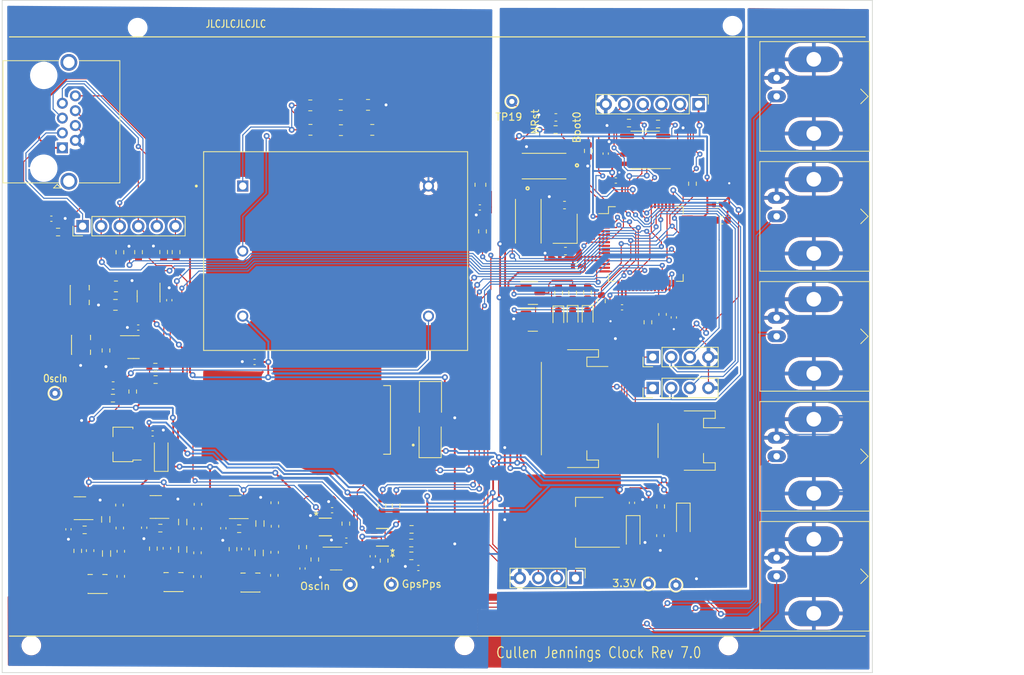
<source format=kicad_pcb>
(kicad_pcb (version 20221018) (generator pcbnew)
  (title_block (title "Clock") (date "2023-07-04") (rev "V7") (company "Cullen Jennings"))
  (layers (0 "F.Cu" signal) (31 "B.Cu" power) (34 "B.Paste" user) (35 "F.Paste" user) (36 "B.SilkS" user "B.Silkscreen") (37 "F.SilkS" user "F.Silkscreen") (38 "B.Mask" user) (39 "F.Mask" user) (44 "Edge.Cuts" user))
  (net 0 "")
  (net 1 "+3.3V")
  (net 2 "Net-(C3-Pad1)")
  (net 3 "Net-(C3-Pad2)")
  (net 4 "Net-(C6-Pad1)")
  (net 5 "/HSE_OUT")
  (net 6 "/HSE_IN")
  (net 7 "Net-(C13-Pad1)")
  (net 8 "Net-(C16-Pad2)")
  (net 9 "Net-(C19-Pad1)")
  (net 10 "Net-(C20-Pad1)")
  (net 11 "Net-(C21-Pad2)")
  (net 12 "+3.3VA")
  (net 13 "/LEDM3")
  (net 14 "/LEDM1")
  (net 15 "/LEDM2")
  (net 16 "Net-(C26-Pad1)")
  (net 17 "/AUD_OUT")
  (net 18 "Net-(U10-VCAP_1)")
  (net 19 "Net-(U10-VCAP_2)")
  (net 20 "/BOOT1")
  (net 21 "/COL5")
  (net 22 "/COL4")
  (net 23 "/COL3")
  (net 24 "/COL2")
  (net 25 "/COL1")
  (net 26 "GND")
  (net 27 "/LEDH")
  (net 28 "/ROW4")
  (net 29 "/ROW3")
  (net 30 "/ROW2")
  (net 31 "/ROW1")
  (net 32 "/LEDG")
  (net 33 "/LEDE")
  (net 34 "/LEDD")
  (net 35 "/LEDC")
  (net 36 "/LEDB")
  (net 37 "/SWDIO")
  (net 38 "/SWDCLK")
  (net 39 "/LEDA")
  (net 40 "/LEDF")
  (net 41 "/USB_RX")
  (net 42 "/USB_TX")
  (net 43 "/SCL")
  (net 44 "/AUD_IN")
  (net 45 "/DB1")
  (net 46 "/DB2")
  (net 47 "/DB3")
  (net 48 "/SDA")
  (net 49 "Net-(D1-K)")
  (net 50 "/NRST")
  (net 51 "/BOOT0")
  (net 52 "Net-(Y1-VREF)")
  (net 53 "Net-(J10-In)")
  (net 54 "+5VA")
  (net 55 "+5V")
  (net 56 "/GPS_RX1")
  (net 57 "/GPS_TX1")
  (net 58 "/GPS_RX2")
  (net 59 "/GPS_TX2")
  (net 60 "GPS_PPS")
  (net 61 "SYNC_IN")
  (net 62 "SYNC_OUT")
  (net 63 "Net-(U1--)")
  (net 64 "Net-(R2-Pad2)")
  (net 65 "Net-(R4-Pad1)")
  (net 66 "Net-(R6-Pad2)")
  (net 67 "Net-(R8-Pad1)")
  (net 68 "OSC_ADJ")
  (net 69 "Net-(R12-Pad1)")
  (net 70 "Net-(U5--)")
  (net 71 "/10Mhz2.5V")
  (net 72 "/OCXO_OUT")
  (net 73 "Net-(R10-Pad2)")
  (net 74 "/GPS_EN")
  (net 75 "Net-(U4--)")
  (net 76 "Net-(D2-K)")
  (net 77 "Net-(D3-K)")
  (net 78 "Net-(R13-Pad2)")
  (net 79 "Net-(R14-Pad2)")
  (net 80 "Net-(U6-LE{slash}HYS)")
  (net 81 "Net-(U6-IN+)")
  (net 82 "Net-(U8-LE{slash}HYS)")
  (net 83 "Net-(U8-IN+)")
  (net 84 "Net-(R25-Pad2)")
  (net 85 "+6V")
  (net 88 "Net-(J9-In)")
  (net 89 "Net-(C12-Pad1)")
  (net 90 "Net-(U6-OUT)")
  (net 92 "Net-(J3-In)")
  (net 93 "CLK")
  (net 94 "/SYNC_MON")
  (net 95 "Net-(U8-OUT)")
  (net 97 "/ROW5")
  (net 98 "/ROW8")
  (net 99 "/ROW7")
  (net 100 "/ROW6")
  (net 101 "/BTN1")
  (net 102 "AUX_GPS_PPS")
  (net 103 "/AUX_SYNC_MON")
  (net 104 "/Vadj")
  (net 105 "Net-(R63-Pad2)")
  (net 106 "Net-(Q9-D)")
  (net 107 "Net-(Q10-D)")
  (net 108 "SYNC_IN2")
  (net 109 "/AUX_CLK")
  (net 110 "/GPS_TX1H")
  (net 111 "/GPS_TX2H")
  (net 112 "/GPS_EXT_PPS")
  (net 113 "Net-(J13-In)")
  (net 114 "Net-(J11-In)")
  (footprint "Connector_PinHeader_2.54mm:PinHeader_1x04_P2.54mm_Vertical" (layer "F.Cu") (at 173.399082 117.054556 -90)
    (fp_text reference "J4" hide)
    (fp_text value "Conn_01x04_Pin")
  )
  (footprint "Capacitor_SMD:C_0402_1005Metric" (layer "F.Cu") (at 151.912073 115.679775 180)
    (fp_text reference "C48" hide)
    (fp_text value "100nF")
  )
  (footprint "Resistor_SMD:R_0603_1608Metric" (layer "F.Cu") (at 118.775192 72.456346 90)
    (fp_text reference "R33" hide)
    (fp_text value "2K2")
  )
  (footprint "Capacitor_Tantalum_SMD:CP_EIA-3528-21_Kemet-B" (layer "F.Cu") (at 153.523857 98.118284 90)
    (fp_text reference "C44" hide)
    (fp_text value "33uF")
  )
  (footprint "Resistor_SMD:R_0603_1608Metric" (layer "F.Cu") (at 150.935021 112.261114)
    (fp_text reference "R25" hide)
    (fp_text value "270R")
  )
  (footprint "LED_SMD:LED_0603_1608Metric" (layer "F.Cu") (at 173.009902 81.242812 -90)
    (fp_text reference "D2" hide)
    (fp_text value "LED-G")
  )
  (footprint "Capacitor_SMD:C_0603_1608Metric" (layer "F.Cu") (at 172.029623 72.30405 180)
    (fp_text reference "C29" hide)
    (fp_text value "33pF" hide)
  )
  (footprint "Capacitor_SMD:C_0402_1005Metric" (layer "F.Cu") (at 173.526407 74.366391 180)
    (fp_text reference "C30" hide)
    (fp_text value "100nF")
  )
  (footprint "Resistor_SMD:R_0603_1608Metric" (layer "F.Cu") (at 102.641751 69.705635 180)
    (fp_text reference "R1" hide)
    (fp_text value "100R")
  )
  (footprint "Resistor_SMD:R_0603_1608Metric" (layer "F.Cu") (at 184.687901 54.922735 180)
    (fp_text reference "R58" hide)
    (fp_text value "1K5")
  )
  (footprint "blinky_footprints:U.FL-R-SMT-1" (layer "F.Cu") (at 108.044414 117.867046 180)
    (fp_text reference "ANT3" hide)
    (fp_text value "U.FL-R-SMT-1")
  )
  (footprint "TestPoint:TestPoint_THTPad_D1.5mm_Drill0.7mm" (layer "F.Cu") (at 102.22406 91.770613)
    (fp_text reference "TP9" hide)
    (fp_text value "~" hide)
  )
  (footprint "Resistor_SMD:R_0805_2012Metric" (layer "F.Cu") (at 137.132948 52.372185)
    (fp_text reference "R13" hide)
    (fp_text value "1K5")
  )
  (footprint "Resistor_SMD:R_0603_1608Metric" (layer "F.Cu") (at 113.646243 72.456346 -90)
    (fp_text reference "R36" hide)
    (fp_text value "4K7")
  )
  (footprint "Package_TO_SOT_SMD:SOT-23-5" (layer "F.Cu") (at 115.021947 78.489231 -90)
    (fp_text reference "U2" hide)
    (fp_text value "SN74LVC1G14DBV" hide)
  )
  (footprint "Resistor_SMD:R_0805_2012Metric" (layer "F.Cu") (at 110.556368 77.143351 180)
    (fp_text reference "R4" hide)
    (fp_text value "200R" hide)
  )
  (footprint "Resistor_SMD:R_0603_1608Metric" (layer "F.Cu") (at 136.09788 112.823871 -90)
    (fp_text reference "R19" hide)
    (fp_text value "1K0")
  )
  (footprint "Resistor_SMD:R_0805_2012Metric" (layer "F.Cu") (at 141.296964 52.310608)
    (fp_text reference "R14" hide)
    (fp_text value "330R")
  )
  (footprint "Connector_PinHeader_2.54mm:PinHeader_1x06_P2.54mm_Vertical" (layer "F.Cu") (at 105.996124 68.907156 90)
    (fp_text reference "J2" hide)
    (fp_text value "Conn_01x06_Pin" hide)
  )
  (footprint "Capacitor_SMD:C_0805_2012Metric" (layer "F.Cu") (at 110.489678 79.66996)
    (fp_text reference "C4" hide)
    (fp_text value "47pF")
  )
  (footprint "Resistor_SMD:R_0805_2012Metric" (layer "F.Cu") (at 137.154599 55.714143 180)
    (fp_text reference "R12" hide)
    (fp_text value "1K5")
  )
  (footprint "Inductor_SMD:L_0805_2012Metric" (layer "F.Cu") (at 130.248355 109.593826 -90)
    (fp_text reference "L5" hide)
    (fp_text value "1uF")
  )
  (footprint "Inductor_SMD:L_0805_2012Metric" (layer "F.Cu") (at 109.161289 109.026618 -90)
    (fp_text reference "L1" hide)
    (fp_text value "1uF")
  )
  (footprint "blinky_footprints:U.FL-R-SMT-1" (layer "F.Cu") (at 105.606502 78.325198 90)
    (fp_text reference "ANT1" hide)
    (fp_text value "U.FL-R-SMT-1")
  )
  (footprint "Resistor_SMD:R_0603_1608Metric" (layer "F.Cu") (at 173.007717 78.000892 90)
    (fp_text reference "R29" hide)
    (fp_text value "100R" hide)
  )
  (footprint "MountingHole:MountingHole_2.2mm_M2" (layer "F.Cu") (at 194.316363 126.293627 90)
    (fp_text reference "H4" hide)
    (fp_text value "M2" hide)
  )
  (footprint "Crystal:Crystal_SMD_3225-4Pin_3.2x2.5mm" (layer "F.Cu") (at 171.976566 69.249152 90)
    (fp_text reference "Y2" hide)
    (fp_text value "16MHz " hide)
  )
  (footprint "Capacitor_SMD:C_0603_1608Metric" (layer "F.Cu") (at 128.239927 113.081267 -90)
    (fp_text reference "C21" hide)
    (fp_text value "1nF" hide)
  )
  (footprint "Capacitor_SMD:C_0603_1608Metric" (layer "F.Cu") (at 111.226372 113.393659 -90)
    (fp_text reference "C8" hide)
    (fp_text value "330pF")
  )
  (footprint "TestPoint:TestPoint_THTPad_D1.5mm_Drill0.7mm" (layer "F.Cu") (at 164.697544 51.83249)
    (fp_text reference "TP19")
    (fp_text value "~")
  )
  (footprint "TestPoint:TestPoint_THTPad_D1.5mm_Drill0.7mm" (layer "F.Cu") (at 183.378818 117.860146)
    (fp_text reference "TP17" hide)
    (fp_text value "~")
  )
  (footprint "Capacitor_SMD:C_0402_1005Metric" (layer "F.Cu") (at 114.414891 110.168181 -90)
    (fp_text reference "C10" hide)
    (fp_text value "100nF")
  )
  (footprint "Capacitor_Tantalum_SMD:CP_EIA-3216-18_Kemet-A" (layer "F.Cu") (at 116.743977 100.149633 90)
    (fp_text reference "C34" hide)
    (fp_text value "10uF")
  )
  (footprint "Capacitor_SMD:C_0402_1005Metric" (layer "F.Cu") (at 136.068823 115.753769 -90)
    (fp_text reference "C49" hide)
    (fp_text value "100nF")
  )
  (footprint "Resistor_SMD:R_0603_1608Metric" (layer "F.Cu") (at 116.626288 110.224556)
    (fp_text reference "R6" hide)
    (fp_text value "510R")
  )
  (footprint "Resistor_SMD:R_0603_1608Metric" (layer "F.Cu") (at 160.684744 69.613355 -90)
    (fp_text reference "R24" hide)
    (fp_text value "1K0")
  )
  (footprint "Capacitor_Tantalum_SMD:CP_EIA-3216-18_Kemet-A" (layer "F.Cu") (at 181.283843 110.822275 -90)
    (fp_text reference "C41" hide)
    (fp_text value "10uF")
  )
  (footprint "Capacitor_SMD:C_0603_1608Metric" (layer "F.Cu") (at 107.024467 113.30454 -90)
    (fp_text reference "C3" hide)
    (fp_text value "1nF")
  )
  (footprint "Capacitor_SMD:C_0603_1608Metric" (layer "F.Cu") (at 132.250329 113.5305 -90)
    (fp_text reference "C22" hide)
    (fp_text value "220pF")
  )
  (footprint "TestPoint:TestPoint_THTPad_D1.5mm_Drill0.7mm" (layer "F.Cu") (at 148.208732 117.904565)
    (fp_text reference "TP8" hide)
    (fp_text value "~")
  )
  (footprint "Connector_JST:JST_PH_S6B-PH-SM4-TB_1x06-1MP_P2.00mm_Horizontal" (layer "F.Cu") (at 173.241305 93.865174 -90)
    (fp_text reference "J12" hide)
    (fp_text value "Conn_01x06")
  )
  (footprint "Connector_JST:JST_PH_S2B-PH-SM4-TB_1x02-1MP_P2.00mm_Horizontal" (layer "F.Cu") (at 189.201598 98.242647 -90)
    (fp_text reference "J8" hide)
    (fp_text value "Conn_01x02" hide)
  )
  (footprint "blinky_footprints:SW_147873-2" (layer "F.Cu") (at 169.100558 60.679311 180)
    (fp_text reference "S1" hide)
    (fp_text value "147873-2")
  )
  (footprint "blinky_footprints:SW_147873-2" (layer "F.Cu") (at 166.944069 68.221628 -90)
    (fp_text reference "S2" hide)
    (fp_text value "147873-2")
  )
  (footprint "Package_TO_SOT_SMD:SOT-23-5" (layer "F.Cu") (at 112.95892 85.449191)
    (fp_text reference "U3" hide)
    (fp_text value "SN74LVC1G14DBV" hide)
  )
  (footprint "Resistor_SMD:R_0603_1608Metric" (layer "F.Cu") (at 148.867796 107.122245 90)
    (fp_text reference "R61" hide)
    (fp_text value "1K0")
  )
  (footprint "Capacitor_SMD:C_0603_1608Metric" (layer "F.Cu") (at 132.304432 109.966265 90)
    (fp_text reference "C20" hide)
    (fp_text value "330pF")
  )
  (footprint "Connector_PinHeader_2.54mm:PinHeader_1x06_P2.54mm_Vertical" (layer "F.Cu") (at 190.232184 52.21255 -90)
    (fp_text reference "J5" hide)
    (fp_text value "Conn_01x06_Pin" hide)
  )
  (footprint "Capacitor_SMD:C_0402_1005Metric" (layer "F.Cu") (at 179.765254 80.00703 180)
    (fp_text reference "C32" hide)
    (fp_text value "100nF")
  )
  (footprint "Connector_PinHeader_2.54mm:PinHeader_1x04_P2.54mm_Vertical" (layer "F.Cu") (at 183.961222 91.035772 90)
    (fp_text reference "J6" hide)
    (fp_text value "Conn_01x04_Pin" hide)
  )
  (footprint "Capacitor_Tantalum_SMD:CP_EIA-3528-21_Kemet-B" (layer "F.Cu") (at 153.565618 92.622439 -90)
    (fp_text reference "C42" hide)
    (fp_text value "33uF")
  )
  (footprint "Connector_RJ:RJ45_Amphenol_RJHSE5380" (layer "F.Cu") (at 103.226294 58.178459 90)
    (fp_text reference "J1" hide)
    (fp_text value "RJ45" hide)
  )
  (footprint "Resistor_SMD:R_0603_1608Metric" (layer "F.Cu") (at 127.406216 110.299917)
    (fp_text reference "R10" hide)
    (fp_text value "510R")
  )
  (footprint "LED_SMD:LED_0603_1608Metric" (layer "F.Cu") (at 175.057206 81.249232 -90)
    (fp_text reference "D1" hide)
    (fp_text value "LED-RED")
  )
  (footprint "Capacitor_SMD:C_0603_1608Metric" (layer "F.Cu") (at 193.408514 68.08797 180)
    (fp_text reference "C40" hide)
    (fp_text value "2.2uF")
  )
  (footprint "Resistor_SMD:R_0805_2012Metric" (layer "F.Cu") (at 160.397708 63.238267 90)
    (fp_text reference "R23" hide)
    (fp_text value "22K")
  )
  (footprint "blinky_footprints:U.FL-R-SMT-1" (layer "F.Cu") (at 105.783047 85.148712 90)
    (fp_text reference "ANT2" hide)
    (fp_text value "U.FL-R-SMT-1")
  )
  (footprint "Resistor_SMD:R_0805_2012Metric" (layer "F.Cu") (at 145.608387 55.724436 180)
    (fp_text reference "R9" hide)
    (fp_text value "2R")
  )
  (footprint "Capacitor_Tantalum_SMD:CP_EIA-3216-18_Kemet-A" (layer "F.Cu") (at 188.145825 109.110244 -90)
    (fp_text reference "C43" hide)
    (fp_text value "10uF")
  )
  (footprint "blinky_footprints:SC70_DCK_TEX" (layer "F.Cu") (at 139.183176 110.068632)
    (fp_text reference "U6" hide)
    (fp_text value "TLV3603DCKR")
  )
  (footprint "Package_TO_SOT_SMD:SOT-223-3_TabPin2" (layer "F.Cu") (at 175.32153 109.427085 180)
    (fp_text reference "U11" hide)
    (fp_text value "AMS1117-3.3" hide)
  )
  (footprint "Capacitor_SMD:C_0402_1005Metric" (layer "F.Cu") (at 181.123859 106.761028 -90)
    (fp_text reference "C39" hide)
    (fp_text value "100nF")
  )
  (footprint "Inductor_SMD:L_0805_2012Metric" (layer "F.Cu") (at 130.145942 113.622068 90)
    (fp_text reference "L6" hide)
    (fp_text value "1uF")
  )
  (footprint "Resistor_SMD:R_0805_2012Metric" (layer "F.Cu") (at 145.028769 52.303897)
    (fp_text reference "R17" hide)
    (fp_text value "20R")
  )
  (footprint "blinky_footprints:BNC_Amphenol_B6252HB-NPP3G-50_Horizontal-CJ" (layer "F.Cu") (at 203.407239 116.815525 -90)
    (fp_text reference "J9" hide)
    (fp_text value "KH-BNC50-3511")
  )
  (footprint "Resistor_SMD:R_0603_1608Metric" (layer "F.Cu") (at 146.932609 107.127133 -90)
    (fp_text reference "R60" hide)
    (fp_text value "1K0")
  )
  (footprint "Connector_PinHeader_2.54mm:PinHeader_1x04_P2.54mm_Vertical" (layer "F.Cu") (at 183.961222 86.815065 90)
    (fp_text reference "J7" hide)
    (fp_text value "Conn_01x04_Pin" hide)
  )
  (footprint "Resistor_SMD:R_0603_1608Metric" (layer "F.Cu") (at 112.851121 91.530764 -90)
    (fp_text reference "R15" hide)
    (fp_text value "100R")
  )
  (footprint "Capacitor_SMD:C_0402_1005Metric" (layer "F.Cu") (at 177.531099 58.97375 -90)
    (fp_text reference "C47" hide)
    (fp_text value "100nF")
  )
  (footprint "Resistor_SMD:R_0603_1608Metric" (layer "F.Cu") (at 170.679967 55.681887)
    (fp_text reference "R27" hide)
    (fp_text value "4K7" hide)
  )
  (footprint "Resistor_SMD:R_0805_2012Metric" (layer "F.Cu") (at 141.320448 55.762741 180)
    (fp_text reference "R8" hide)
    (fp_text value "270R")
  )
  (footprint "Capacitor_SMD:C_0603_1608Metric" (layer "F.Cu") (at 121.772139 106.965532 90)
    (fp_text reference "C12" hide)
    (fp_text value "150pF")
  )
  (footprint "Capacitor_SMD:C_0402_1005Metric" (layer "F.Cu") (at 125.2372 110.237367 -90)
    (fp_text reference "C17" hide)
    (fp_text value "100nF" hide)
  )
  (footprint "blinky_footprints:U.FL-R-SMT-1" (layer "F.Cu") (at 128.946585 117.671201 180)
    (fp_text reference "ANT5" hide)
    (fp_text value "U.FL-R-SMT-1")
  )
  (footprint "Resistor_SMD:R_0603_1608Metric" (layer "F.Cu") (at 150.980111 110.397405 180)
    (fp_text reference "R22" hide)
    (fp_text value "1K0")
  )
  (footprint "Capacitor_SMD:C_0603_1608Metric" (layer "F.Cu") (at 185.012754 111.249755 90)
    (fp_text reference "C37" hide)
    (fp_text value "100nF")
  )
  (footprint "Capacitor_SMD:C_0603_1608Metric" (layer "F.Cu") (at 121.707084 113.60135 -90)
    (fp_text reference "C15" hide)
    (fp_text value "220pF")
  )
  (footprint "Package_SO:SOIC-8_3.9x4.9mm_P1.27mm" (layer "F.Cu") (at 182.924657 58.463107 180)
    (fp_text reference "U13" hide)
    (fp_text value "M24C02-RMN")
  )
  (footprint "Capacitor_SMD:C_0603_1608Metric" (layer "F.Cu") (at 132.217632 116.687063 90)
    (fp_text reference "C23" hide)
    (fp_text value "150pF")
  )
  (footprint "Package_QFP:LQFP-64_10x10mm_P0.5mm" (layer "F.Cu") (at 183.015261 71.341385)
    (fp_text reference "U10" hide)
    (fp_text value "STM32F405RGTx" hide)
  )
  (footprint "blinky_footprints:U.FL-R-SMT-1" (layer "F.Cu") (at 118.426039 117.608881 180)
    (fp_text reference "ANT4" hide)
    (fp_text value "U.FL-R-SMT-1")
  )
  (footprint "Resistor_SMD:R_0603_1608Metric" (layer "F.Cu") (at 109.194388 85.907976 -90)
    (fp_text reference "R5" hide)
    (fp_text value "1K0")
  )
  (footprint "Inductor_SMD:L_0805_2012Metric" (layer "F.Cu") (at 119.688114 113.150355 90)
    (fp_text reference "L4" hide)
    (fp_text value "1uF")
  )
  (footprint "Resistor_SMD:R_0603_1608Metric" (layer "F.Cu") (at 176.945154 79.157954 -90)
    (fp_text reference "R54" hide)
    (fp_text value "1K0")
  )
  (footprint "Capacitor_SMD:C_0402_1005Metric" (layer "F.Cu") (at 178.918971 62.656294)
    (fp_text reference "C31" hide)
    (fp_text value "100nF")
  )
  (footprint "blinky_footprints:BNC_Amphenol_B6252HB-NPP3G-50_Horizontal-CJ" (layer "F.Cu") (at 203.407239 67.562845 -90)
    (fp_text reference "J13" hide)
    (fp_text value "KH-BNC50-3511")
  )
  (footprint "Capacitor_SMD:C_0603_1608Metric" (layer "F.Cu") (at 132.262697 106.752735 90)
    (fp_text reference "C19" hide)
    (fp_text value "150pF")
  )
  (footprint "Resistor_SMD:R_0603_1608Metric" (layer "F.Cu") (at 141.993941 109.612257 -90)
    (fp_text reference "R18" hide)
    (fp_text value "130K")
  )
  (footprint "Capacitor_SMD:C_0402_1005Metric" (layer "F.Cu") (at 142.058828 111.93407 180)
    (fp_text reference "C46" hide)
    (fp_text value "100nF")
  )
  (footprint "Capacitor_SMD:C_0402_1005Metric" (layer "F.Cu") (at 104.062433 110.384399 -90)
    (fp_text reference "C2" hide)
    (fp_text value "100nF")
  )
  (footprint "LED_SMD:LED_0603_1608Metric" (layer "F.Cu") (at 171.054724 81.309655 -90)
    (fp_text reference "D3" hide)
    (fp_text value "LED-Y")
  )
  (footprint "Package_TO_SOT_SMD:SOT-23-6" (layer "F.Cu") (at 126.854626 107.358155 180)
    (fp_text reference "U5" hide)
    (fp_text value "ADA4807-1")
  )
  (footprint "Capacitor_SMD:C_0603_1608Metric" (layer "F.Cu") (at 117.525236 112.985082 -90)
    (fp_text reference "C16" hide)
    (fp_text value "1nF")
  )
  (footprint "Resistor_SMD:R_0603_1608Metric" (layer "F.Cu") (at 110.143722 92.436046 180)
    (fp_text reference "R16" hide)
    (fp_text value "100R")
  )
  (footprint "Capacitor_SMD:C_0603_1608Metric" (layer "F.Cu") (at 111.036092 107.069513 90)
    (fp_text reference "C5" hide)
    (fp_text value "150pF")
  )
  (footprint "Capacitor_SMD:C_0603_1608Metric" (layer "F.Cu") (at 171.898597 66.011953)
    (fp_text reference "C28" hide)
    (fp_text value "33pF" hide)
  )
  (footprint "Package_TO_SOT_SMD:SOT-23" (layer "F.Cu") (at 167.563857 81.713095)
    (fp_text reference "Q10" hide)
    (fp_text value "2N7002")
  )
  (footprint "MountingHole:MountingHole_2.2mm_M2" (layer "F.Cu") (at 113.523511 41.744999 90)
    (fp_text reference "H1" hide)
    (fp_text value "M2" hide)
  )
  (footprint "blinky_footprints:DPAK172P1054X200-6N" (layer "F.Cu") (at 144.511459 95.41458 180)
    (fp_text reference "U12" hide)
    (fp_text value "BA50DD0WHFP-TR" hide)
  )
  (footprint "blinky_footprints:SC70_DCK_TEX" (layer "F.Cu") (at 147.006379 111.478832 180)
    (fp_text reference "U8" hide)
    (fp_text value "TLV3603DCKR")
  )
  (footprint "Resistor_SMD:R_0603_1608Metric" (layer "F.Cu") (at 115.675842 113.035082 -90)
    (fp_text reference "R7" hide)
    (fp_text value "49R9")
  )
  (footprint "Package_TO_SOT_SMD:SOT-89-3" (layer "F.Cu") (at 111.51088 98.770324 180)
    (fp_text reference "U9" hide)
    (fp_text value "L78L05_SOT89" hide)
  )
  (footprint "Resistor_SMD:R_0603_1608Metric" (layer "F.Cu") (at 180.712605 54.793116 180)
    (fp_text reference "R59" hide)
    (fp_text value "1K5")
  )
  (footprint "Capacitor_SMD:C_0603_1608Metric" (layer "F.Cu") (at 111.085539 110.213201 90)
    (fp_text reference "C6" hide)
    (fp_text value "220pF")
  )
  (footprint "blinky_footprints:XTAL_AOCJY4A-10.000MHZ-SW" (layer "F.Cu") (at 140.597009 72.30931)
    (fp_text reference "Y1" hide)
    (fp_text value "AOCJY4A-10.000MHZ-SW")
  )
  (footprint "Capacitor_SMD:C_0603_1608Metric" (layer "F.Cu") (at 185.306869 80.975492 90)
    (fp_text reference "C35" hide)
    (fp_text value "2.2uF")
  )
  (footprint "Capacitor_SMD:C_0402_1005Metric" (layer "F.Cu") (at 117.848838 79.033675 90)
    (fp_text reference "C11" hide)
    (fp_text value "100nF" hide)
  )
  (footprint "Capacitor_SMD:C_0402_1005Metric" (layer "F.Cu") (at 113.603673 82.777256 180)
    (fp_text reference "C9" hide)
    (fp_text value "100nF" hide)
  )
  (footprint "Capacitor_SMD:C_0402_1005Metric" (layer "F.Cu") (at 145.677092 114.081101 -90)
    (fp_text reference "C45" hide)
    (fp_text value "100nF")
  )
  (footprint "Capacitor_SMD:C_0402_1005Metric" (layer "F.Cu") (at 129.513018 87.485884 180)
    (fp_text reference "C18" hide)
    (fp_text value "100nF" hide)
  )
  (footprint "Resistor_SMD:R_0603_1608Metric" (layer "F.Cu") (at 117.077706 72.446804 -90)
    (fp_text reference "R34" hide)
    (fp_text value "4K7")
  )
  (footprint "Resistor_SMD:R_0603_1608Metric" (layer "F.Cu") (at 115.948255 88.198078 180)
    (fp_text reference "R63" hide)
    (fp_text value "1K0")
  )
  (footprint "blinky_footprints:BNC_Amphenol_B6252HB-NPP3G-50_Horizontal-CJ" (layer "F.Cu") (at 203.407239 100.397963 -90)
    (fp_text reference "J10" hide)
    (fp_text value "KH-BNC50-3511")
  )
  (footprint "Capacitor_SMD:C_0603_1608Metric" (layer "F.Cu") (at 121.68555 116.852426 90)
    (fp_text reference "C14" hide)
    (fp_text value "150pF")
  )
  (footprint "Resistor_SMD:R_0603_1608Metric" (layer "F.Cu") (at 105.334017 113.338297 -90)
    (fp_text reference "R3" hide)
    (fp_text value "49R9")
  )
  (footprint "Resistor_SMD:R_0603_1608Metric" (layer "F.Cu") (at 126.564443 113.103573 -90)
    (fp_text reference "R11" hide)
    (fp_text value "49R9")
  )
  (footprint "Resistor_SMD:R_0603_1608Metric" (layer "F.Cu") (at 175.040062 77.95718 90)
    (fp_text reference "R30" hide)
    (fp_text value "100R" hide)
  )
  (footprint "Resistor_SMD:R_0603_1608Metric" (layer "F.Cu") (at 189.396305 63.093261 -90)
    (fp_text reference "R62" hide)
    (fp_text value "1K0")
  )
  (footprint "Capacitor_SMD:C_0603_1608Metric" (layer "F.Cu") (at 111.216376 116.820459 90)
    (fp_text reference "C7" hide)
    (fp_text value "150pF")
  )
  (footprint "Resistor_SMD:R_0603_1608Metric" (layer "F.Cu") (at 175.146386 58.603834 -90)
    (fp_text reference "R28" hide)
    (fp_text value "4K7" hide)
  )
  (footprint "MountingHole:MountingHole_2.2mm_M2" (layer "F.Cu") (at 158.22024 126.271128 90)
    (fp_text reference "H3" hide)
    (fp_text value "M2" hide)
  )
  (footprint "Capacitor_SMD:C_0603_1608Metric" (layer "F.Cu") (at 110.174003 90.709987)
    (fp_text reference "C24" hide)
    (fp_text value "100nF" hide)
  )
  (footprint "Resistor_SMD:R_0603_1608Metric" (layer "F.Cu") (at 150.950051 114.019614 180)
    (fp_text reference "R26" hide)
    (fp_text value "22R0")
  )
  (footprint "Capacitor_SMD:C_0603_1608Metric" (layer "F.Cu") (at 170.714945 54.016308 180)
    (fp_text reference "C27" hide)
    (fp_text value "100nF" hide)
  )
  (footprint "Capacitor_SMD:C_0603_1608Metric" (layer "F.Cu") (at 121.728407 110.28151 90)
    (fp_text reference "C13" hide)
    (fp_text value "330pF")
  )
  (footprint "Resistor_SMD:R_0603_1608Metric" (layer "F.Cu") (at 147.228494 114.667989 -90)
    (fp_text reference "R21" hide)
    (fp_text value "130K")
  )
  (footprint "Resistor_SMD:R_0603_1608Metric" (layer "F.Cu") (at 183.306125 82.05023 90)
    (fp_text reference "R32" hide)
    (fp_text value "4K7")
  )
  (footprint "Capacitor_SMD:C_0402_1005Metric" (layer "F.Cu") (at 140.115891 107.76974 180)
    (fp_text reference "C25" hide)
    (fp_text value "100nF" hide)
  )
  (footprint "Package_TO_SOT_SMD:SOT-23-6" (layer "F.Cu") (at 116.000729 107.331689 180)
    (fp_text reference "U4" hide)
    (fp_text value "ADA4807-1")
  )
  (footprint "TestPoint:TestPoint_THTPad_D1.5mm_Drill0.7mm" (layer "F.Cu") (at 142.604424 117.939051 90)
    (fp_text reference "TP10" hide)
    (fp_text value "~")
  )
  (footprint "Capacitor_SMD:C_0402_1005Metric" (layer "F.Cu") (at 101.722771 67.879212)
    (fp_text reference "C1" hide)
    (fp_text value "100nF" hide)
  )
  (footprint "TestPoint:TestPoint_THTPad_D1.5mm_Drill0.7mm" (layer "F.Cu") (at 187.133067 118.019298)
    (fp_text reference "TP16" hide)
    (fp_text value "~")
  )
  (footprint "Capacitor_SMD:C_0402_1005Metric" (layer "F.Cu") (at 186.844757 81.396838 -90)
    (fp_text reference "C36" hide)
    (fp_text value "100nF")
  )
  (footprint "blinky_footprints:BNC_Amphenol_B6252HB-NPP3G-50_Horizontal-CJ" (layer "F.Cu") (at 203.407239 51.145286 -90)
    (fp_text reference "J11" hide)
    (fp_text value "KH-BNC50-3511")
  )
  (footprint "Resistor_SMD:R_0603_1608Metric" (layer "F.Cu") (at 111.098636 72.468815 90)
    (fp_text reference "R35" hide)
    (fp_text value "2K2")
  )
  (footprint "Inductor_SMD:L_0805_2012Metric" (layer "F.Cu") (at 119.688337 109.38973 -90)
    (fp_text reference "L3" hide)
    (fp_text value "1uF")
  )
  (footprint "MountingHole:MountingHole_2.2mm_M2" (layer "F.Cu") (at 98.985158 126.290089)
    (fp_text reference "H5" hide)
    (fp_text value "M2")
  )
  (footprint "Resistor_SMD:R_0603_1608Metric" (layer "F.Cu") (at 106.278842 110.460963)
    (fp_text reference "R2" hide)
    (fp_text value "510R")
  )
  (footprint "Capacitor_SMD:C_0402_1005Metric" (layer "F.Cu") (at 115.574646 97.264609 180)
    (fp_text reference "C33" hide)
    (fp_text value "100nF")
  )
  (footprint "Resistor_SMD:R_0603_1608Metric" (layer "F.Cu") (at 185.046721 107.256786 -90)
    (fp_text reference "FB1" hide)
    (fp_text value "120Ω@100MHz " hide)
  )
  (footprint "Package_TO_SOT_SMD:SOT-23-5" (layer "F.Cu") (at 140.670688 114.383481)
    (fp_text reference "U7" hide)
    (fp_text value "SN74LVC1G14DBV")
  )
  (footprint "Resistor_SMD:R_0603_1608Metric" (layer "F.Cu") (at 171.088146 78.017603 90)
    (fp_text reference "R31" hide)
    (fp_text value "100R" hide)
  )
  (footprint "Resistor_SMD:R_0603_1608Metric" (layer "F.Cu") (at 115.982701 89.897414 180)
    (fp_text reference "R64" hide)
    (fp_text value "1K0")
  )
  (footprint "Capacitor_SMD:C_0402_1005Metric" (layer "F.Cu") (at 192.813045 65.999424)
    (fp_text reference "C38" hide)
    (fp_text value "100nF")
  )
  (footprint "Inductor_SMD:L_0805_2012Metric" (layer "F.Cu") (at 109.271628 113.6976 90)
    (fp_text reference "L2" hide)
    (fp_text value "1uF")
  )
  (footprint "Resistor_SMD:R_0603_1608Metric" (layer "F.Cu") (at 137.750387 114.516684 -90)
    (fp_text reference "R20" hide)
    (fp_text value "1K0")
  )
  (footprint "Package_TO_SOT_SMD:SOT-23" (layer "F.Cu") (at 167.578346 78.04956)
    (fp_text reference "Q9" hide)
    (fp_text value "2N7002")
  )
  (footprint "MountingHole:MountingHole_2.2mm_M2" (layer "F.Cu") (at 194.873535 41.475758 90)
    (fp_text reference "H2" hide)
    (fp_text value "M2" hide)
  )
  (footprint "Package_TO_SOT_SMD:SOT-23-6" (layer "F.Cu") (at 105.62875 107.500596 180)
    (fp_text reference "U1" hide)
    (fp_text value "ADA4807-1")
  )
  (footprint "Capacitor_SMD:C_0402_1005Metric" (layer "F.Cu") (at 160.319793 66.341636 180)
    (fp_text reference "C26" hide)
    (fp_text value "100nF")
  )
  (footprint "blinky_footprints:BNC_Amphenol_B6252HB-NPP3G-50_Horizontal-CJ" (layer "F.Cu") (at 203.407239 83.980404 -90)
    (fp_text reference "J3" hide)
    (fp_text value "KH-BNC50-3511")
  )
  (gr_line (start 96 43) (end 213 43) (stroke (width 0.15)) (layer "F.SilkS"))
  (gr_line (start 96 125) (end 213 125) (stroke (width 0.15)) (layer "F.SilkS"))
  (gr_line (start 214 130) (end 95 130) (stroke (width 0.1)) (layer "Edge.Cuts"))
  (gr_line (start 95 38) (end 214 38) (stroke (width 0.1)) (layer "Edge.Cuts"))
  (gr_line (start 214 38) (end 214 130) (stroke (width 0.1)) (layer "Edge.Cuts"))
  (gr_line (start 95 38) (end 95 130) (stroke (width 0.1)) (layer "Edge.Cuts"))
  (gr_text "Cullen Jennings Clock Rev 7.0	\n" (at 162.446713 128.142057) (layer "F.SilkS") (effects (font (size 1.5 1.2)) (justify left bottom)))
  (gr_text "3.3V\n" (at 178.334387 118.358361) (layer "F.SilkS") (effects (font (size 1 1)) (justify left bottom)))
  (gr_text "JLCJLCJLCJLC" (at 122.740202 41.803813) (layer "F.SilkS") (effects (font (size 1 0.8)) (justify left bottom)))
  (gr_text "Boot0" (at 174.165219 57.63766 90) (layer "F.SilkS") (effects (font (size 1 1)) (justify left bottom)))
  (gr_text "NRst" (at 168.47388 56.430528 90) (layer "F.SilkS") (effects (font (size 1 1)) (justify left bottom)))
  (gr_text "GpsPps" (at 149.551704 118.45576) (layer "F.SilkS") (effects (font (size 1 1)) (justify left bottom)))
  (gr_text "OscIn" (at 100.522641 90.333221) (layer "F.SilkS") (effects (font (size 1 0.8)) (justify left bottom)))
  (gr_text "OscIn" (at 135.654996 118.757649) (layer "F.SilkS") (effects (font (size 1 1)) (justify left bottom)))
  (segment (start 163.774086 71.675143) (end 163.82315 71.626079) (width 0.25) (layer "F.Cu") (net 1))
  (segment (start 173.026974 83.214572) (end 175.046562 83.214572) (width 0.25) (layer "F.Cu") (net 1))
  (segment (start 166.316138 102.009896) (end 166.316138 101.146936) (width 0.25) (layer "F.Cu") (net 1))
  (segment (start 171.054724 82.097155) (end 171.054724 83.694731) (width 0.15) (layer "F.Cu") (net 1))
  (segment (start 178.47153 109.427085) (end 181.238653 109.427085) (width 0.25) (layer "F.Cu") (net 1))
  (segment (start 115.525866 81.651805) (end 116.129407 82.255346) (width 0.25) (layer "F.Cu") (net 1))
  (segment (start 191.440403 67.127409) (end 191.429598 67.116604) (width 0.25) (layer "F.Cu") (net 1))
  (segment (start 119.158168 85.108494) (end 119.706016 85.656342) (width 0.25) (layer "F.Cu") (net 1))
  (segment (start 178.664043 59.596029) (end 178.372426 59.887645) (width 0.25) (layer "F.Cu") (net 1))
  (segment (start 178.415626 62.632949) (end 178.438971 62.656294) (width 0.25) (layer "F.Cu") (net 1))
  (segment (start 142.538828 111.93407) (end 143.098511 111.93407) (width 0.25) (layer "F.Cu") (net 1))
  (segment (start 190.232184 55.003301) (end 190.232184 52.21255) (width 0.25) (layer "F.Cu") (net 1))
  (segment (start 179.936157 83.665263) (end 187.124352 83.665263) (width 0.25) (layer "F.Cu") (net 1))
  (segment (start 182.720196 109.478893) (end 183.395576 108.803513) (width 0.25) (layer "F.Cu") (net 1))
  (segment (start 166.162648 83.720798) (end 171.080791 83.720798) (width 0.25) (layer "F.Cu") (net 1))
  (segment (start 190.35607 55.127187) (end 190.232184 55.003301) (width 0.25) (layer "F.Cu") (net 1))
  (segment (start 114.083673 84.486444) (end 114.09642 84.499191) (width 0.25) (layer "F.Cu") (net 1))
  (segment (start 191.44315 65.999424) (end 191.429598 65.985872) (width 0.25) (layer "F.Cu") (net 1))
  (segment (start 178.545204 82.507706) (end 180.245254 80.807656) (width 0.25) (layer "F.Cu") (net 1))
  (segment (start 115.971947 79.626731) (end 117.735782 79.626731) (width 0.15) (layer "F.Cu") (net 1))
  (segment (start 178.438971 62.656294) (end 178.438971 63.526484) (width 0.25) (layer "F.Cu") (net 1))
  (segment (start 181.537605 54.793116) (end 182.524134 54.793116) (width 0.15) (layer "F.Cu") (net 1))
  (segment (start 141.909504 113.332165) (end 141.808188 113.433481) (width 0.15) (layer "F.Cu") (net 1))
  (segment (start 186.87952 54.922735) (end 185.512901 54.922735) (width 0.15) (layer "F.Cu") (net 1))
  (segment (start 191.398543 62.17941) (end 191.429598 62.210465) (width 0.25) (layer "F.Cu") (net 1))
  (segment (start 119.041792 98.709526) (end 120.346809 100.014543) (width 0.25) (layer "F.Cu") (net 1))
  (segment (start 188.690261 67.591385) (end 190.976427 67.591385) (width 0.25) (layer "F.Cu") (net 1))
  (segment (start 180.265261 77.016385) (end 180.265261 79.232063) (width 0.25) (layer "F.Cu") (net 1))
  (segment (start 187.124352 83.665263) (end 188.206847 82.582768) (width 0.25) (layer "F.Cu") (net 1))
  (segment (start 142.538828 111.93407) (end 142.538828 112.430898) (width 0.15) (layer "F.Cu") (net 1))
  (segment (start 188.206847 82.582768) (end 188.206847 80.879475) (width 0.25) (layer "F.Cu") (net 1))
  (segment (start 163.82315 71.626079) (end 163.82315 71.025469) (width 0.25) (layer "F.Cu") (net 1))
  (segment (start 188.206847 80.879475) (end 186.88212 80.879475) (width 0.25) (layer "F.Cu") (net 1))
  (segment (start 117.735782 79.626731) (end 117.848838 79.513675) (width 0.15) (layer "F.Cu") (net 1))
  (segment (start 119.041792 94.787194) (end 119.0614 94.806802) (width 0.25) (layer "F.Cu") (net 1))
  (segment (start 178.372426 59.887645) (end 178.415626 59.930845) (width 0.25) (layer "F.Cu") (net 1))
  (segment (start 172.63213 83.214572) (end 173.026974 83.214572) (width 0.25) (layer "F.Cu") (net 1))
  (segment (start 183.378818 117.860146) (end 183.581733 117.657231) (width 0.15) (layer "F.Cu") (net 1))
  (segment (start 183.40777 106.431786) (end 183.395576 106.419592) (width 0.25) (layer "F.Cu") (net 1))
  (segment (start 178.521764 59.45375) (end 178.664043 59.596029) (width 0.25) (layer "F.Cu") (net 1))
  (segment (start 178.415626 60.30369) (end 178.415626 61.557487) (width 0.25) (layer "F.Cu") (net 1))
  (segment (start 186.88212 80.879475) (end 186.844757 80.916838) (width 0.25) (layer "F.Cu") (net 1))
  (segment (start 181.283843 109.472275) (end 181.290461 109.478893) (width 0.25) (layer "F.Cu") (net 1))
  (segment (start 183.581733 117.657231) (end 183.581733 110.34043) (width 0.15) (layer "F.Cu") (net 1))
  (segment (start 119.0614 94.806802) (end 119.0614 95.407412) (width 0.25) (layer "F.Cu") (net 1))
  (segment (start 182.524134 54.793116) (end 182.808205 55.077187) (width 0.15) (layer "F.Cu") (net 1))
  (segment (start 163.774086 70.976405) (end 163.774086 58.454982) (width 0.25) (layer "F.Cu") (net 1))
  (segment (start 163.82315 71.025469) (end 163.774086 70.976405) (width 0.25) (layer "F.Cu") (net 1))
  (segment (start 143.098511 111.93407) (end 143.100274 111.932307) (width 0.25) (layer "F.Cu") (net 1))
  (segment (start 175.057206 83.203928) (end 175.046562 83.214572) (width 0.15) (layer "F.Cu") (net 1))
  (segment (start 165.900225 83.983221) (end 166.162648 83.720798) (width 0.25) (layer "F.Cu") (net 1))
  (segment (start 181.238653 109.427085) (end 181.283843 109.472275) (width 0.25) (layer "F.Cu") (net 1))
  (segment (start 172.125904 83.720798) (end 172.63213 83.214572) (width 0.25) (layer "F.Cu") (net 1))
  (segment (start 114.083673 82.777256) (end 114.083673 84.486444) (width 0.25) (layer "F.Cu") (net 1))
  (segment (start 180.245254 79.25207) (end 180.265261 79.232063) (width 0.25) (layer "F.Cu") (net 1))
  (segment (start 178.438971 63.526484) (end 179.275718 64.363231) (width 0.25) (layer "F.Cu") (net 1))
  (segment (start 180.245254 80.00703) (end 180.245254 79.25207) (width 0.25) (layer "F.Cu") (net 1))
  (segment (start 114.083673 82.777256) (end 114.083673 82.055593) (width 0.25) (layer "F.Cu") (net 1))
  (segment (start 183.395576 105.481732) (end 183.395576 106.419592) (width 0.25) (layer "F.Cu") (net 1))
  (segment (start 172.17153 109.427085) (end 178.47153 109.427085) (width 0.25) (layer "F.Cu") (net 1))
  (segment (start 178.551766 98.865174) (end 179.475725 99.789133) (width 0.15) (layer "F.Cu") (net 1))
  (segment (start 175.826246 67.591385) (end 175.791979 67.557118) (width 0.25) (layer "F.Cu") (net 1))
  (segment (start 166.316138 101.146936) (end 165.900225 100.731023) (width 0.25) (layer "F.Cu") (net 1))
  (segment (start 190.976427 67.591385) (end 191.440403 67.127409) (width 0.25) (layer "F.Cu") (net 1))
  (segment (start 119.706016 89.129338) (end 119.041792 89.793562) (width 0.25) (layer "F.Cu") (net 1))
  (segment (start 177.838338 83.214572) (end 178.545204 82.507706) (width 0.25) (layer "F.Cu") (net 1))
  (segment (start 180.38524 60.30369) (end 180.449657 60.368107) (width 0.25) (layer "F.Cu") (net 1))
  (segment (start 164.489994 83.059597) (end 163.774086 82.343689) (width 0.25) (layer "F.Cu") (net 1))
  (segment (start 181.58574 86.815065) (end 183.961222 86.815065) (width 0.15) (layer "F.Cu") (net 1))
  (segment (start 191.429598 62.210465) (end 191.429598 65.985872) (width 0.25) (layer "F.Cu") (net 1))
  (segment (start 191.429598 65.985872) (end 191.429598 67.116604) (width 0.25) (layer "F.Cu") (net 1))
  (segment (start 179.275718 64.363231) (end 179.265261 64.373688) (width 0.25) (layer "F.Cu") (net 1))
  (segment (start 163.774086 82.343689) (end 163.774086 71.675143) (width 0.25) (layer "F.Cu") (net 1))
  (segment (start 165.900225 100.731023) (end 165.900225 83.983221) (width 0.25) (layer "F.Cu") (net 1))
  (segment (start 181.577326 97.687532) (end 181.577326 91.004556) (width 0.15) (layer "F.Cu") (net 1))
  (segment (start 173.009902 83.1975) (end 173.026974 83.214572) (width 0.15) (layer "F.Cu") (net 1))
  (segment (start 183.961222 91.035772) (end 181.608542 91.035772) (width 0.15) (layer "F.Cu") (net 1))
  (segment (start 181.577326 91.004556) (end 181.577326 86.823479) (width 0.15) (layer "F.Cu") (net 1))
  (segment (start 181.608542 91.035772) (end 181.577326 91.004556) (width 0.15) (layer "F.Cu") (net 1))
  (segment (start 175.057206 82.036732) (end 175.057206 83.203928) (width 0.15) (layer "F.Cu") (net 1))
  (segment (start 181.290461 109.478893) (end 182.720196 109.478893) (width 0.25) (layer "F.Cu") (net 1))
  (segment (start 177.340261 67.591385) (end 175.826246 67.591385) (width 0.25) (layer "F.Cu") (net 1))
  (segment (start 115.525866 81.651805) (end 115.98738 81.190291) (width 0.25) (layer "F.Cu") (net 1))
  (segment (start 141.858872 113.382797) (end 141.808188 113.433481) (width 0.15) (layer "F.Cu") (net 1))
  (segment (start 178.415626 59.930845) (end 178.415626 60.30369) (width 0.25) (layer "F.Cu") (net 1))
  (segment (start 171.054724 83.694731) (end 171.080791 83.720798) (width 0.15) (layer "F.Cu") (net 1))
  (segment (start 179.475725 99.789133) (end 179.475725 104.950491) (width 0.15) (layer "F.Cu") (net 1))
  (segment (start 186.844757 79.250895) (end 186.844757 80.621838) (width 0.25) (layer "F.Cu") (net 1))
  (segment (start 143.100274 106.221732) (end 142.214195 105.335653) (width 0.25) (layer "F.Cu") (net 1))
  (segment (start 192.333045 65.999424) (end 191.44315 65.999424) (width 0.25) (layer "F.Cu") (net 1))
  (segment (start 119.0614 95.407412) (end 119.041792 95.42702) (width 0.25) (layer "F.Cu") (net 1))
  (segment (start 142.822966 112.715036) (end 142.822966 113.382797) (width 0.15) (layer "F.Cu") (net 1))
  (segment (start 114.083673 82.055593) (end 114.487461 81.651805) (width 0.25) (layer "F.Cu") (net 1))
  (segment (start 176.091305 98.865174) (end 178.551766 98.865174) (width 0.15) (layer "F.Cu") (net 1))
  (segment (start 177.531099 59.45375) (end 178.521764 59.45375) (width 0.25) (layer "F.Cu") (net 1))
  (segment (start 142.538828 112.430898) (end 142.822966 112.715036) (width 0.15) (layer "F.Cu") (net 1))
  (segment (start 186.765261 79.171399) (end 186.844757 79.250895) (width 0.25) (layer "F.Cu") (net 1))
  (segment (start 142.822966 113.382797) (end 141.858872 113.382797) (width 0.15) (layer "F.Cu") (net 1))
  (segment (start 143.100274 111.932307) (end 143.100274 106.221732) (width 0.25) (layer "F.Cu") (net 1))
  (segment (start 178.7786 82.507706) (end 179.936157 83.665263) (width 0.25) (layer "F.Cu") (net 1))
  (segment (start 187.033972 55.077187) (end 186.87952 54.922735) (width 0.15) (layer "F.Cu") (net 1))
  (segment (start 115.98738 81.190291) (end 115.98738 79.642164) (width 0.25) (layer "F.Cu") (net 1))
  (segment (start 163.774086 58.454982) (end 165.688041 56.541027) (width 0.25) (layer "F.Cu") (net 1))
  (segment (start 119.041792 95.42702) (end 119.041792 98.709526) (width 0.25) (layer "F.Cu") (net 1))
  (segment (start 119.706016 85.656342) (end 119.706016 89.129338) (width 0.25) (layer "F.Cu") (net 1))
  (segment (start 168.523839 55.681887) (end 168.502988 55.702738) (width 0.15) (layer "F.Cu") (net 1))
  (segment (start 175.046562 83.214572) (end 177.838338 83.214572) (width 0.25) (layer "F.Cu") (net 1))
  (segment (start 183.581733 110.34043) (end 182.720196 109.478893) (width 0.15) (layer "F.Cu") (net 1))
  (segment (start 171.080791 83.720798) (end 172.125904 83.720798) (width 0.25) (layer "F.Cu") (net 1))
  (segment (start 178.415626 61.557487) (end 178.415626 62.632949) (width 0.25) (layer "F.Cu") (net 1))
  (segment (start 181.577326 86.823479) (end 181.58574 86.815065) (width 0.15) (layer "F.Cu") (net 1))
  (segment (start 164.489994 102.009396) (end 164.489994 83.059597) (width 0.25) (layer "F.Cu") (net 1))
  (segment (start 114.487461 81.651805) (end 115.525866 81.651805) (width 0.25) (layer "F.Cu") (net 1))
  (segment (start 186.765261 77.016385) (end 186.765261 79.171399) (width 0.25) (layer "F.Cu") (net 1))
  (segment (start 116.129407 82.255346) (end 116.129407 82.33094) (width 0.25) (layer "F.Cu") (net 1))
  (segment (start 185.046721 106.431786) (end 183.40777 106.431786) (width 0.25) (layer "F.Cu") (net 1))
  (segment (start 183.395576 108.803513) (end 183.395576 106.419592) (width 0.25) (layer "F.Cu") (net 1))
  (segment (start 178.545204 82.507706) (end 178.7786 82.507706) (width 0.25) (layer "F.Cu") (net 1))
  (segment (start 179.265261 64.373688) (end 179.265261 65.666385) (width 0.25) (layer "F.Cu") (net 1))
  (segment (start 169.854967 55.681887) (end 168.523839 55.681887) (width 0.15) (layer "F.Cu") (net 1))
  (segment (start 180.245254 80.807656) (end 180.245254 80.00703) (width 0.25) (layer "F.Cu") (net 1))
  (segment (start 179.475725 99.789133) (end 181.577326 97.687532) (width 0.15) (layer "F.Cu") (net 1))
  (segment (start 173.009902 82.030312) (end 173.009902 83.1975) (width 0.15) (layer "F.Cu") (net 1))
  (segment (start 115.98738 79.642164) (end 115.971947 79.626731) (width 0.25) (layer "F.Cu") (net 1))
  (segment (start 178.415626 60.30369) (end 180.38524 60.30369) (width 0.25) (layer "F.Cu") (net 1))
  (segment (start 119.041792 89.793562) (end 119.041792 94.787194) (width 0.25) (layer "F.Cu") (net 1))
  (via (at 142.214195 105.335653) (size 0.8) (drill 0.4) (layers "F.Cu" "B.Cu") (net 1))
  (via (at 165.688041 56.541027) (size 0.8) (drill 0.4) (layers "F.Cu" "B.Cu") (net 1))
  (via (at 182.808205 55.077187) (size 0.7) (drill 0.3) (layers "F.Cu" "B.Cu") (net 1))
  (via (at 191.398543 62.17941) (size 0.7) (drill 0.3) (layers "F.Cu" "B.Cu") (net 1))
  (via (at 120.346809 100.014543) (size 0.8) (drill 0.4) (layers "F.Cu" "B.Cu") (net 1))
  (via (at 190.35607 55.127187) (size 0.8) (drill 0.4) (layers "F.Cu" "B.Cu") (net 1))
  (via (at 168.502988 55.702738) (size 0.8) (drill 0.4) (layers "F.Cu" "B.Cu") (net 1))
  (via (at 166.316138 102.009896) (size 0.8) (drill 0.4) (layers "F.Cu" "B.Cu") (net 1))
  (via (at 178.415626 61.557487) (size 0.8) (drill 0.4) (layers "F.Cu" "B.Cu") (net 1))
  (via (at 175.791979 67.557118) (size 0.7) (drill 0.3) (layers "F.Cu" "B.Cu") (net 1))
  (via (at 164.489994 102.009396) (size 0.8) (drill 0.4) (layers "F.Cu" "B.Cu") (net 1))
  (via (at 187.033972 55.077187) (size 0.7) (drill 0.3) (layers "F.Cu" "B.Cu") (net 1))
  (via (at 183.395576 105.481732) (size 0.8) (drill 0.4) (layers "F.Cu" "B.Cu") (net 1))
  (via (at 179.475725 104.950491) (size 0.8) (drill 0.4) (layers "F.Cu" "B.Cu") (net 1))
  (via (at 119.158168 85.108494) (size 0.8) (drill 0.4) (layers "F.Cu" "B.Cu") (net 1))
  (via (at 116.129407 82.33094) (size 0.8) (drill 0.4) (layers "F.Cu" "B.Cu") (net 1))
  (segment (start 185.782195 56.622623) (end 186.564282 56.622623) (width 0.25) (layer "B.Cu") (net 1))
  (segment (start 120.346809 100.014543) (end 120.349211 100.016945) (width 0.25) (layer "B.Cu") (net 1))
  (segment (start 123.829788 100.016945) (end 125.748354 101.935511) (width 0.25) (layer "B.Cu") (net 1))
  (segment (start 154.032475 107.733178) (end 166.527216 107.733178) (width 0.25) (layer "B.Cu") (net 1))
  (segment (start 186.564282 55.546877) (end 186.564282 56.622623) (width 0.15) (layer "B.Cu") (net 1))
  (segment (start 191.398543 56.679596) (end 191.34157 56.622623) (width 0.25) (layer "B.Cu") (net 1))
  (segment (start 166.316138 102.009896) (end 164.490494 102.009896) (width 0.25) (layer "B.Cu") (net 1))
  (segment (start 168.648066 104.341824) (end 166.316138 102.009896) (width 0.25) (layer "B.Cu") (net 1))
  (segment (start 185.771247 56.611675) (end 185.782195 56.622623) (width 0.25) (layer "B.Cu") (net 1))
  (segment (start 132.04776 101.926805) (end 132.64837 101.926805) (width 0.25) (layer "B.Cu") (net 1))
  (segment (start 182.808205 55.077187) (end 182.808205 56.60239) (width 0.15) (layer "B.Cu") (net 1))
  (segment (start 175.791979 56.611675) (end 182.79892 56.611675) (width 0.25) (layer "B.Cu") (net 1))
  (segment (start 182.808205 56.60239) (end 182.79892 56.611675) (width 0.15) (layer "B.Cu") (net 1))
  (segment (start 179.475725 104.950491) (end 179.475725 104.892931) (width 0.15) (layer "B.Cu") (net 1))
  (segment (start 117.744261 83.694587) (end 117.493054 83.694587) (width 0.25) (layer "B.Cu") (net 1))
  (segment (start 125.748354 101.935511) (end 132.039054 101.935511) (width 0.25) (layer "B.Cu") (net 1))
  (segment (start 183.395576 105.481732) (end 182.255668 104.341824) (width 0.25) (layer "B.Cu") (net 1))
  (segment (start 182.79892 56.611675) (end 185.771247 56.611675) (width 0.25) (layer "B.Cu") (net 1))
  (segment (start 154.032475 107.733178) (end 154.031014 107.734639) (width 0.25) (layer "B.Cu") (net 1))
  (segment (start 187.033972 55.077187) (end 186.564282 55.546877) (width 0.15) (layer "B.Cu") (net 1))
  (segment (start 175.791979 67.557118) (end 175.791979 61.33935) (width 0.25) (layer "B.Cu") (net 1))
  (segment (start 175.791979 61.33935) (end 175.791979 56.611675) (width 0.25) (layer "B.Cu") (net 1))
  (segment (start 133.547111 102.825546) (end 139.704088 102.825546) (width 0.25) (layer "B.Cu") (net 1))
  (segment (start 132.64837 101.926805) (end 133.547111 102.825546) (width 0.25) (layer "B.Cu") (net 1))
  (segment (start 169.91857 104.341824) (end 168.648066 104.341824) (width 0.25) (layer "B.Cu") (net 1))
  (segment (start 178.207359 61.34922) (end 175.801849 61.34922) (width 0.25) (layer "B.Cu") (net 1))
  (segment (start 166.527216 107.733178) (end 169.91857 104.341824) (width 0.25) (layer "B.Cu") (net 1))
  (segment (start 144.495433 105.335653) (end 146.894419 107.734639) (width 0.25) (layer "B.Cu") (net 1))
  (segment (start 142.214195 105.335653) (end 144.495433 105.335653) (width 0.25) (layer "B.Cu") (net 1))
  (segment (start 191.34157 56.622623) (end 190.369603 56.622623) (width 0.25) (layer "B.Cu") (net 1))
  (segment (start 179.475725 104.892931) (end 180.026832 104.341824) (width 0.15) (layer "B.Cu") (net 1))
  (segment (start 139.704088 102.825546) (end 142.214195 105.335653) (width 0.25) (layer "B.Cu") (net 1))
  (segment (start 119.158168 85.108494) (end 117.744261 83.694587) (width 0.25) (layer "B.Cu") (net 1))
  (segment (start 165.758689 56.611675) (end 165.688041 56.541027) (width 0.25) (layer "B.Cu") (net 1))
  (segment (start 120.349211 100.016945) (end 123.829788 100.016945) (width 0.25) (layer "B.Cu") (net 1))
  (segment (start 186.564282 56.622623) (end 190.369603 56.622623) (width 0.25) (layer "B.Cu") (net 1))
  (segment (start 146.894419 107.734639) (end 154.031014 107.734639) (width 0.25) (layer "B.Cu") (net 1))
  (segment (start 175.801849 61.34922) (end 175.791979 61.33935) (width 0.25) (layer "B.Cu") (net 1))
  (segment (start 132.039054 101.935511) (end 132.04776 101.926805) (width 0.25) (layer "B.Cu") (net 1))
  (segment (start 190.369603 55.14072) (end 190.35607 55.127187) (width 0.25) (layer "B.Cu") (net 1))
  (segment (start 168.502988 55.702738) (end 168.502988 56.58939) (width 0.15) (layer "B.Cu") (net 1))
  (segment (start 175.791979 56.611675) (end 168.480703 56.611675) (width 0.25) (layer "B.Cu") (net 1))
  (segment (start 178.415626 61.557487) (end 178.207359 61.34922) (width 0.25) (layer "B.Cu") (net 1))
  (segment (start 191.398543 62.17941) (end 191.398543 56.679596) (width 0.25) (layer "B.Cu") (net 1))
  (segment (start 180.026832 104.341824) (end 169.91857 104.341824) (width 0.25) (layer "B.Cu") (net 1))
  (segment (start 182.255668 104.341824) (end 180.026832 104.341824) (width 0.25) (layer "B.Cu") (net 1))
  (segment (start 164.490494 102.009896) (end 164.489994 102.009396) (width 0.25) (layer "B.Cu") (net 1))
  (segment (start 168.480703 56.611675) (end 165.758689 56.611675) (width 0.25) (layer "B.Cu") (net 1))
  (segment (start 190.369603 56.622623) (end 190.369603 55.14072) (width 0.25) (layer "B.Cu") (net 1))
  (segment (start 168.502988 56.58939) (end 168.480703 56.611675) (width 0.15) (layer "B.Cu") (net 1))
  (segment (start 117.493054 83.694587) (end 116.129407 82.33094) (width 0.25) (layer "B.Cu") (net 1))
  (segment (start 107.024467 112.524042) (end 108.01092 111.537589) (width 0.15) (layer "F.Cu") (net 2))
  (segment (start 109.280894 107.844513) (end 109.161289 107.964118) (width 0.15) (layer "F.Cu") (net 2))
  (segment (start 111.036092 107.844513) (end 109.280894 107.844513) (width 0.15) (layer "F.Cu") (net 2))
  (segment (start 108.01092 108.087299) (end 108.134101 107.964118) (width 0.15) (layer "F.Cu") (net 2))
  (segment (start 108.134101 107.964118) (end 109.161289 107.964118) (width 0.15) (layer "F.Cu") (net 2))
  (segment (start 107.024467 112.52954) (end 107.024467 112.524042) (width 0.15) (layer "F.Cu") (net 2))
  (segment (start 108.01092 111.537589) (end 108.01092 108.087299) (width 0.15) (layer "F.Cu") (net 2))
  (segment (start 106.94071 114.163297) (end 107.024467 114.07954) (width 0.15) (layer "F.Cu") (net 3))
  (segment (start 105.334017 114.163297) (end 106.94071 114.163297) (width 0.15) (layer "F.Cu") (net 3))
  (segment (start 109.161289 112.524761) (end 109.271628 112.6351) (width 0.15) (layer "F.Cu") (net 4))
  (segment (start 111.085539 110.988201) (end 111.066943 110.969605) (width 0.15) (layer "F.Cu") (net 4))
  (segment (start 109.161289 110.969605) (end 109.161289 112.524761) (width 0.15) (layer "F.Cu") (net 4))
  (segment (start 111.085539 110.988201) (end 111.085539 112.477826) (width 0.15) (layer "F.Cu") (net 4))
  (segment (start 111.085539 112.477826) (end 111.226372 112.618659) (width 0.15) (layer "F.Cu") (net 4))
  (segment (start 111.066943 110.969605) (end 109.161289 110.969605) (width 0.15) (layer "F.Cu") (net 4))
  (segment (start 109.161289 110.089118) (end 109.161289 110.969605) (width 0.15) (layer "F.Cu") (net 4))
  (segment (start 174.329035 70.091385) (end 177.340261 70.091385) (width 0.15) (layer "F.Cu") (net 5))
  (segment (start 174.071268 70.349152) (end 174.329035 70.091385) (width 0.15) (layer "F.Cu") (net 5))
  (segment (start 172.826566 70.349152) (end 174.071268 70.349152) (width 0.15) (layer "F.Cu") (net 5))
  (segment (start 172.826566 72.282107) (end 172.804623 72.30405) (width 0.15) (layer "F.Cu") (net 5))
  (segment (start 172.826566 70.349152) (end 172.826566 72.282107) (width 0.15) (layer "F.Cu") (net 5))
  (segment (start 174.191558 69.272459) (end 174.511053 69.591954) (width 0.15) (layer "F.Cu") (net 6))
  (segment (start 175.624378 69.591954) (end 175.624947 69.591385) (width 0.15) (layer "F.Cu") (net 6))
  (segment (start 171.126566 68.149152) (end 171.126566 69.134367) (width 0.15) (layer "F.Cu") (net 6))
  (segment (start 175.624947 69.591385) (end 177.340261 69.591385) (width 0.15) (layer "F.Cu") (net 6))
  (segment (start 171.126566 69.134367) (end 171.264658 69.272459) (width 0.15) (layer "F.Cu") (net 6))
  (segment (start 171.126566 66.014922) (end 171.123597 66.011953) (width 0.15) (layer "F.Cu") (net 6))
  (segment (start 171.264658 69.272459) (end 174.191558 69.272459) (width 0.15) (layer "F.Cu") (net 6))
  (segment (start 174.511053 69.591954) (end 175.624378 69.591954) (width 0.15) (layer "F.Cu") (net 6))
  (segment (start 171.126566 68.149152) (end 171.126566 66.014922) (width 0.15) (layer "F.Cu") (net 6))
  (segment (start 119.688114 112.087855) (end 119.688114 111.219221) (width 0.15) (layer "F.Cu") (net 7))
  (segment (start 119.688114 111.219221) (end 120.548752 111.219221) (width 0.15) (layer "F.Cu") (net 7))
  (segment (start 120.548752 111.219221) (end 120.776547 111.447016) (width 0.15) (layer "F.Cu") (net 7))
  (segment (start 119.688114 111.219221) (end 119.688114 110.452453) (width 0.15) (layer "F.Cu") (net 7))
  (segment (start 121.707084 111.077833) (end 121.728407 111.05651) (width 0.15) (layer "F.Cu") (net 7))
  (segment (start 121.650136 111.870065) (end 121.707084 111.927013) (width 0.15) (layer "F.Cu") (net 7))
  (segment (start 121.707084 111.927013) (end 121.707084 111.077833) (width 0.15) (layer "F.Cu") (net 7))
  (segment (start 121.707084 112.82635) (end 121.707084 111.927013) (width 0.15) (layer "F.Cu") (net 7))
  (segment (start 120.776547 111.870065) (end 121.650136 111.870065) (width 0.15) (layer "F.Cu") (net 7))
  (segment (start 120.776547 111.447016) (end 120.776547 111.870065) (width 0.15) (layer "F.Cu") (net 7))
  (segment (start 119.688114 110.452453) (end 119.688337 110.45223) (width 0.15) (layer "F.Cu") (net 7))
  (segment (start 117.425236 113.860082) (end 117.525236 113.760082) (width 0.25) (layer "F.Cu") (net 8))
  (segment (start 115.675842 113.860082) (end 117.425236 113.860082) (width 0.25) (layer "F.Cu") (net 8))
  (segment (start 129.069592 112.273455) (end 129.069592 108.793767) (width 0.15) (layer "F.Cu") (net 9))
  (segment (start 131.317784 107.696268) (end 132.094164 107.696268) (width 0.15) (layer "F.Cu") (net 9))
  (segment (start 131.317784 108.419706) (end 131.317784 107.696268) (width 0.15) (layer "F.Cu") (net 9))
  (segment (start 129.069592 108.793767) (end 129.332033 108.531326) (width 0.15) (layer "F.Cu") (net 9))
  (segment (start 129.332033 108.531326) (end 130.248355 108.531326) (width 0.15) (layer "F.Cu") (net 9))
  (segment (start 128.239927 112.306267) (end 129.03678 112.306267) (width 0.15) (layer "F.Cu") (net 9))
  (segment (start 130.248355 108.531326) (end 131.206164 108.531326) (width 0.15) (layer "F.Cu") (net 9))
  (segment (start 129.03678 112.306267) (end 129.069592 112.273455) (width 0.15) (layer "F.Cu") (net 9))
  (segment (start 132.094164 107.696268) (end 132.262697 107.527735) (width 0.15) (layer "F.Cu") (net 9))
  (segment (start 131.206164 108.531326) (end 131.317784 108.419706) (width 0.15) (layer "F.Cu") (net 9))
  (segment (start 130.248355 112.457155) (end 130.145942 112.559568) (width 0.15) (layer "F.Cu") (net 10))
  (segment (start 132.304432 112.701397) (end 132.250329 112.7555) (width 0.15) (layer "F.Cu") (net 10))
  (segment (start 132.304432 110.741265) (end 132.304432 111.679872) (width 0.15) (layer "F.Cu") (net 10))
  (segment (start 130.248355 111.64229) (end 132.26685 111.64229) (width 0.15) (layer "F.Cu") (net 10))
  (segment (start 132.304432 111.679872) (end 132.304432 112.701397) (width 0.15) (layer "F.Cu") (net 10))
  (segment (start 130.248355 111.64229) (end 130.248355 112.457155) (width 0.15) (layer "F.Cu") (net 10))
  (segment (start 130.248355 110.656326) (end 130.248355 111.64229) (width 0.15) (layer "F.Cu") (net 10))
  (segment (start 132.26685 111.64229) (end 132.304432 111.679872) (width 0.15) (layer "F.Cu") (net 10))
  (segment (start 126.564443 113.928573) (end 128.167621 113.928573) (width 0.15) (layer "F.Cu") (net 11))
  (segment (start 128.167621 113.928573) (end 128.239927 113.856267) (width 0.15) (layer "F.Cu") (net 11))
  (segment (start 187.133067 116.729383) (end 186.155083 115.751399) (width 0.15) (layer "F.Cu") (net 12))
  (segment (start 174.006407 74.366391) (end 174.686493 74.366391) (width 0.25) (layer "F.Cu") (net 12))
  (segment (start 144.72334 113.617621) (end 144.239414 113.133695) (width 0.25) (layer "F.Cu") (net 12))
  (segment (start 174.686493 74.892885) (end 174.686493 74.366391) (width 0.25) (layer "F.Cu") (net 12))
  (segment (start 153.128877 108.249413) (end 152.420429 108.957861) (width 0.25) (layer "F.Cu") (net 12))
  (segment (start 152.420429 108.957861) (end 151.805111 108.957861) (width 0.25) (layer "F.Cu") (net 12))
  (segment (start 145.660572 113.617621) (end 144.72334 113.617621) (width 0.25) (layer "F.Cu") (net 12))
  (segment (start 162.0839 105.391096) (end 162.133426 105.34157) (width 0.25) (layer "F.Cu") (net 12))
  (segment (start 177.340261 73.591385) (end 174.698387 73.591385) (width 0.25) (layer "F.Cu") (net 12))
  (segment (start 185.046721 110.440788) (end 185.012754 110.474755) (width 0.25) (layer "F.Cu") (net 12))
  (segment (start 145.882429 112.128831) (end 144.242213 112.128831) (width 0.25) (layer "F.Cu") (net 12))
  (segment (start 165.611542 75.178566) (end 174.400812 75.178566) (width 0.25) (layer "F.Cu") (net 12))
  (segment (start 164.224086 81.94627) (end 164.224086 76.566022) (width 0.25) (layer "F.Cu") (net 12))
  (segment (start 165.428793 101.284896) (end 165.432554 101.281135) (width 0.25) (layer "F.Cu") (net 12))
  (segment (start 145.677092 113.601101) (end 145.660572 113.617621) (width 0.25) (layer "F.Cu") (net 12))
  (segment (start 174.686493 74.366391) (end 174.698387 74.378285) (width 0.25) (layer "F.Cu") (net 12))
  (segment (start 144.239414 113.133695) (end 144.239414 112.126032) (width 0.25) (layer "F.Cu") (net 12))
  (segment (start 162.133426 105.34157) (end 162.133426 101.318195) (width 0.25) (layer "F.Cu") (net 12))
  (segment (start 164.224086 76.566022) (end 165.611542 75.178566) (width 0.25) (layer "F.Cu") (net 12))
  (segment (start 173.399082 117.054556) (end 173.399082 114.825212) (width 0.15) (layer "F.Cu") (net 12))
  (segment (start 149.61864 108.957861) (end 151.805111 108.957861) (width 0.25) (layer "F.Cu") (net 12))
  (segment (start 153.128877 105.849788) (end 153.128877 108.249413) (width 0.25) (layer "F.Cu") (net 12))
  (segment (start 173.399082 114.825212) (end 172.530506 113.956636) (width 0.15) (layer "F.Cu") (net 12))
  (segment (start 174.400812 75.178566) (end 174.686493 74.892885) (width 0.25) (layer "F.Cu") (net 12))
  (segment (start 172.530506 113.956636) (end 163.614439 113.956636) (width 0.15) (layer "F.Cu") (net 12))
  (segment (start 185.046721 108.081786) (end 185.046721 110.440788) (width 0.25) (layer "F.Cu") (net 12))
  (segment (start 163.614439 113.956636) (end 162.0839 112.426097) (width 0.15) (layer "F.Cu") (net 12))
  (segment (start 187.133067 118.019298) (end 187.133067 116.729383) (width 0.15) (layer "F.Cu") (net 12))
  (segment (start 144.239414 112.126032) (end 144.239414 111.381176) (width 0.25) (layer "F.Cu") (net 12))
  (segment (start 165.432554 83.097382) (end 165.375198 83.097382) (width 0.25) (layer "F.Cu") (net 12))
  (segment (start 185.50258 104.971243) (end 186.15361 105.622273) (width 0.25) (layer "F.Cu") (net 12))
  (segment (start 165.432554 101.281135) (end 165.432554 83.097382) (width 0.25) (layer "F.Cu") (net 12))
  (segment (start 162.133426 101.318195) (end 162.184785 101.266836) (width 0.25) (layer "F.Cu") (net 12))
  (segment (start 148.855183 109.721318) (end 149.61864 108.957861) (width 0.25) (layer "F.Cu") (net 12))
  (segment (start 151.805111 108.957861) (end 151.805111 110.397405) (width 0.25) (layer "F.Cu") (net 12))
  (segment (start 186.15361 105.622273) (end 186.15361 108.072906) (width 0.25) (layer "F.Cu") (net 12))
  (segment (start 186.15361 108.072906) (end 185.055601 108.072906) (width 0.25) (layer "F.Cu") (net 12))
  (segment (start 186.155083 115.751399) (end 186.155083 111.617084) (width 0.15) (layer "F.Cu") (net 12))
  (segment (start 144.242213 112.128831) (end 144.239414 112.126032) (width 0.25) (layer "F.Cu") (net 12))
  (segment (start 162.0839 112.426097) (end 162.0839 105.391096) (width 0.15) (layer "F.Cu") (net 12))
  (segment (start 165.375198 83.097382) (end 164.224086 81.94627) (width 0.25) (layer "F.Cu") (net 12))
  (segment (start 186.155083 111.617084) (end 185.012754 110.474755) (width 0.15) (layer "F.Cu") (net 12))
  (segment (start 174.698387 73.591385) (end 174.698387 74.378285) (width 0.25) (layer "F.Cu") (net 12))
  (via (at 144.239414 111.381176) (size 0.8) (drill 0.4) (layers "F.Cu" "B.Cu") (net 12))
  (via (at 153.128877 105.849788) (size 0.8) (drill 0.4) (layers "F.Cu" "B.Cu") (net 12))
  (via (at 185.50258 104.971243) (size 0.8) (drill 0.4) (layers "F.Cu" "B.Cu") (net 12))
  (via (at 162.0839 105.391096) (size 0.8) (drill 0.4) (layers "F.Cu" "B.Cu") (net 12))
  (via (at 162.184785 101.266836) (size 0.8) (drill 0.4) (layers "F.Cu" "B.Cu") (net 12))
  (via (at 165.428793 101.284896) (size 0.8) (drill 0.4) (layers "F.Cu" "B.Cu") (net 12))
  (via (at 148.855183 109.721318) (size 0.8) (drill 0.4) (layers "F.Cu" "B.Cu") (net 12))
  (segment (start 171.694579 103.704717) (end 169.036264 103.704717) (width 0.25) (layer "B.Cu") (net 12))
  (segment (start 162.556077 101.284896) (end 165.428793 101.284896) (width 0.25) (layer "B.Cu") (net 12))
  (segment (start 144.239414 111.381176) (end 147.195325 111.381176) (width 0.25) (layer "B.Cu") (net 12))
  (segment (start 160.649875 106.825121) (end 153.380214 106.825121) (width 0.25) (layer "B.Cu") (net 12))
  (segment (start 162.428266 101.412707) (end 162.556077 101.284896) (width 0.25) (layer "B.Cu") (net 12))
  (segment (start 162.0839 105.391096) (end 160.649875 106.825121) (width 0.25) (layer "B.Cu") (net 12))
  (segment (start 166.616443 101.284896) (end 165.428793 101.284896) (width 0.25) (layer "B.Cu") (net 12))
  (segment (start 153.380214 106.825121) (end 153.128169 106.573076) (width 0.25) (layer "B.Cu") (net 12))
  (segment (start 153.128169 106.573076) (end 153.128877 106.572368) (width 0.25) (layer "B.Cu") (net 12))
  (segment (start 162.330656 101.412707) (end 162.428266 101.412707) (width 0.25) (layer "B.Cu") (net 12))
  (segment (start 169.036264 103.704717) (end 166.616443 101.284896) (width 0.25) (layer "B.Cu") (net 12))
  (segment (start 185.50258 104.681766) (end 184.520048 103.699234) (width 0.25) (layer "B.Cu") (net 12))
  (segment (start 184.520048 103.699234) (end 171.700062 103.699234) (width 0.25) (layer "B.Cu") (net 12))
  (segment (start 162.184785 101.266836) (end 162.330656 101.412707) (width 0.25) (layer "B.Cu") (net 12))
  (segment (start 153.128877 106.572368) (end 153.128877 105.849788) (width 0.25) (layer "B.Cu") (net 12))
  (segment (start 147.195325 111.381176) (end 148.855183 109.721318) (width 0.25) (layer "B.Cu") (net 12))
  (segment (start 185.50258 104.971243) (end 185.50258 104.681766) (width 0.25) (layer "B.Cu") (net 12))
  (segment (start 171.700062 103.699234) (end 171.694579 103.704717) (width 0.25) (layer "B.Cu") (net 12))
  (segment (start 181.633659 73.550378) (end 180.025694 75.158343) (width 0.15) (layer "F.Cu") (net 13))
  (segment (start 178.561112 68.591385) (end 177.340261 68.591385) (width 0.15) (layer "F.Cu") (net 13))
  (segment (start 179.147758 68.004739) (end 178.561112 68.591385) (width 0.15) (layer "F.Cu") (net 13))
  (segment (start 180.025694 75.158343) (end 180.025694 75.656438) (width 0.15) (layer "F.Cu") (net 13))
  (segment (start 165.442617 80.763095) (end 165.021165 80.341643) (width 0.15) (layer "F.Cu") (net 13))
  (segment (start 166.626357 80.763095) (end 165.442617 80.763095) (width 0.15) (layer "F.Cu") (net 13))
  (segment (start 179.147758 67.678394) (end 179.147758 68.004739) (width 0.15) (layer "F.Cu") (net 13))
  (segment (start 181.633659 69.64081) (end 181.633659 73.550378) (width 0.15) (layer "F.Cu") (net 13))
  (segment (start 180.795922 68.803073) (end 181.633659 69.64081) (width 0.15) (layer "F.Cu") (net 13))
  (segment (start 180.795922 68.306686) (end 180.795922 68.803073) (width 0.15) (layer "F.Cu") (net 13))
  (via (at 179.147758 67.678394) (size 0.7) (drill 0.3) (layers "F.Cu" "B.Cu") (net 13))
  (via (at 165.021165 80.341643) (size 0.7) (drill 0.3) (layers "F.Cu" "B.Cu") (net 13))
  (via (at 180.025694 75.656438) (size 0.7) (drill 0.3) (layers "F.Cu" "B.Cu") (net 13))
  (via (at 180.795922 68.306686) (size 0.7) (drill 0.3) (layers "F.Cu" "B.Cu") (net 13))
  (segment (start 175.2661 80.341643) (end 177.433811 78.173932) (width 0.15) (layer "B.Cu") (net 13))
  (segment (start 179.147758 67.678394) (end 179.77605 68.306686) (width 0.15) (layer "B.Cu") (net 13))
  (segment (start 179.914275 75.656438) (end 180.025694 75.656438) (width 0.15) (layer "B.Cu") (net 13))
  (segment (start 165.021165 80.341643) (end 175.2661 80.341643) (width 0.15) (layer "B.Cu") (net 13))
  (segment (start 179.77605 68.306686) (end 180.795922 68.306686) (width 0.15) (layer "B.Cu") (net 13))
  (segment (start 177.433811 78.173932) (end 177.433811 78.136902) (width 0.15) (layer "B.Cu") (net 13))
  (segment (start 177.433811 78.136902) (end 179.914275 75.656438) (width 0.15) (layer "B.Cu") (net 13))
  (segment (start 181.988379 74.467746) (end 181.216208 75.239917) (width 0.15) (layer "F.Cu") (net 14))
  (segment (start 164.98725 77.379144) (end 164.98725 78.201621) (width 0.15) (layer "F.Cu") (net 14))
  (segment (start 164.98725 77.379144) (end 165.266834 77.09956) (width 0.15) (layer "F.Cu") (net 14))
  (segment (start 166.640846 77.09956) (end 165.266834 77.09956) (width 0.15) (layer "F.Cu") (net 14))
  (segment (start 181.988379 69.111646) (end 181.988379 74.467746) (width 0.15) (layer "F.Cu") (net 14))
  (segment (start 181.216208 75.239917) (end 180.828004 75.239917) (width 0.15) (layer "F.Cu") (net 14))
  (segment (start 178.982602 69.091385) (end 177.340261 69.091385) (width 0.15) (layer "F.Cu") (net 14))
  (segment (start 179.329835 68.744152) (end 178.982602 69.091385) (width 0.15) (layer "F.Cu") (net 14))
  (via (at 180.828004 75.239917) (size 0.7) (drill 0.3) (layers "F.Cu" "B.Cu") (net 14))
  (via (at 179.329835 68.744152) (size 0.7) (drill 0.3) (layers "F.Cu" "B.Cu") (net 14))
  (via (at 164.98725 78.201621) (size 0.7) (drill 0.3) (layers "F.Cu" "B.Cu") (net 14))
  (via (at 181.988379 69.111646) (size 0.7) (drill 0.3) (layers "F.Cu" "B.Cu") (net 14))
  (segment (start 180.619525 75.031438) (end 180.828004 75.239917) (width 0.15) (layer "B.Cu") (net 14))
  (segment (start 179.329835 68.762206) (end 179.687269 69.11964) (width 0.15) (layer "B.Cu") (net 14))
  (segment (start 179.76681 75.031438) (end 180.619525 75.031438) (width 0.15) (layer "B.Cu") (net 14))
  (segment (start 164.98725 78.201621) (end 176.596628 78.201621) (width 0.15) (layer "B.Cu") (net 14))
  (segment (start 176.596628 78.201621) (end 179.76681 75.031438) (width 0.15) (layer "B.Cu") (net 14))
  (segment (start 179.687269 69.11964) (end 181.980385 69.11964) (width 0.15) (layer "B.Cu") (net 14))
  (segment (start 181.980385 69.11964) (end 181.988379 69.111646) (width 0.15) (layer "B.Cu") (net 14))
  (segment (start 179.329835 68.744152) (end 179.329835 68.762206) (width 0.15) (layer "B.Cu") (net 14))
  (segment (start 179.265261 78.471075) (end 178.57579 79.160546) (width 0.15) (layer "F.Cu") (net 15))
  (segment (start 179.265261 77.016385) (end 179.265261 78.471075) (width 0.15) (layer "F.Cu") (net 15))
  (segment (start 178.57579 80.639347) (end 177.47889 81.736247) (width 0.15) (layer "F.Cu") (net 15))
  (segment (start 175.580521 77.13218) (end 175.040062 77.13218) (width 0.15) (layer "F.Cu") (net 15))
  (segment (start 177.47889 81.736247) (end 176.030511 81.736247) (width 0.15) (layer "F.Cu") (net 15))
  (segment (start 178.57579 79.160546) (end 178.57579 80.639347) (width 0.15) (layer "F.Cu") (net 15))
  (segment (start 176.030511 77.58217) (end 175.580521 77.13218) (width 0.15) (layer "F.Cu") (net 15))
  (segment (start 176.030511 81.736247) (end 176.030511 77.58217) (width 0.15) (layer "F.Cu") (net 15))
  (segment (start 161.827665 66.341636) (end 161.893445 66.275856) (width 0.15) (layer "F.Cu") (net 16))
  (segment (start 161.893445 66.275856) (end 161.893445 64.172849) (width 0.15) (layer "F.Cu") (net 16))
  (segment (start 160.684744 68.788355) (end 160.684744 68.269824) (width 0.15) (layer "F.Cu") (net 16))
  (segment (start 160.397708 64.150767) (end 161.871363 64.150767) (width 0.15) (layer "F.Cu") (net 16))
  (segment (start 160.799793 66.341636) (end 161.827665 66.341636) (width 0.15) (layer "F.Cu") (net 16))
  (segment (start 161.871363 64.150767) (end 161.893445 64.172849) (width 0.15) (layer "F.Cu") (net 16))
  (segment (start 160.684744 68.269824) (end 161.893445 67.061123) (width 0.15) (layer "F.Cu") (net 16))
  (segment (start 161.893445 67.061123) (end 161.893445 66.275856) (width 0.15) (layer "F.Cu") (net 16))
  (segment (start 170.859082 114.717405) (end 170.859082 117.054556) (width 0.15) (layer "F.Cu") (net 17))
  (segment (start 161.4089 97.645141) (end 161.4089 112.272751) (width 0.15) (layer "F.Cu") (net 17))
  (segment (start 160.95968 79.78374) (end 160.68518 80.05824) (width 0.15) (layer "F.Cu") (net 17))
  (segment (start 160.68518 80.05824) (end 160.68518 96.921421) (width 0.15) (layer "F.Cu") (net 17))
  (segment (start 170.456857 114.31518) (end 170.859082 114.717405) (width 0.15) (layer "F.Cu") (net 17))
  (segment (start 161.4089 112.272751) (end 163.451329 114.31518) (width 0.15) (layer "F.Cu") (net 17))
  (segment (start 163.451329 114.31518) (end 170.456857 114.31518) (width 0.15) (layer "F.Cu") (net 17))
  (segment (start 181.265261 76.24641) (end 181.265261 77.016385) (width 0.15) (layer "F.Cu") (net 17))
  (segment (start 182.869011 74.965972) (end 182.545699 74.965972) (width 0.15) (layer "F.Cu") (net 17))
  (segment (start 160.68518 96.921421) (end 161.4089 97.645141) (width 0.15) (layer "F.Cu") (net 17))
  (segment (start 182.545699 74.965972) (end 181.265261 76.24641) (width 0.15) (layer "F.Cu") (net 17))
  (via (at 160.95968 79.78374) (size 0.7) (drill 0.3) (layers "F.Cu" "B.Cu") (net 17))
  (via (at 182.869011 74.965972) (size 0.7) (drill 0.3) (layers "F.Cu" "B.Cu") (net 17))
  (segment (start 182.517956 74.614917) (end 179.454651 74.614917) (width 0.15) (layer "B.Cu") (net 17))
  (segment (start 182.869011 74.965972) (end 182.517956 74.614917) (width 0.15) (layer "B.Cu") (net 17))
  (segment (start 160.95968 77.724877) (end 160.95968 79.78374) (width 0.15) (layer "B.Cu") (net 17))
  (segment (start 176.879782 77.189786) (end 176.248529 77.189786) (width 0.15) (layer "B.Cu") (net 17))
  (segment (start 161.845271 76.839286) (end 160.95968 77.724877) (width 0.15) (layer "B.Cu") (net 17))
  (segment (start 175.898029 76.839286) (end 161.845271 76.839286) (width 0.15) (layer "B.Cu") (net 17))
  (segment (start 176.248529 77.189786) (end 175.898029 76.839286) (width 0.15) (layer "B.Cu") (net 17))
  (segment (start 179.454651 74.614917) (end 176.879782 77.189786) (width 0.15) (layer "B.Cu") (net 17))
  (segment (start 186.265261 78.259673) (end 186.265261 77.016385) (width 0.15) (layer "F.Cu") (net 18))
  (segment (start 185.306869 80.200492) (end 185.306869 79.218065) (width 0.15) (layer "F.Cu") (net 18))
  (segment (start 185.306869 79.218065) (end 186.265261 78.259673) (width 0.15) (layer "F.Cu") (net 18))
  (segment (start 192.630099 68.091385) (end 192.633514 68.08797) (width 0.15) (layer "F.Cu") (net 19))
  (segment (start 188.690261 68.091385) (end 192.630099 68.091385) (width 0.15) (layer "F.Cu") (net 19))
  (segment (start 184.765261 78.920454) (end 184.259347 79.426368) (width 0.15) (layer "F.Cu") (net 20))
  (segment (start 184.240085 81.22523) (end 183.306125 81.22523) (width 0.15) (layer "F.Cu") (net 20))
  (segment (start 184.259347 81.177264) (end 184.273699 81.191616) (width 0.15) (layer "F.Cu") (net 20))
  (segment (start 184.273699 81.191616) (end 184.240085 81.22523) (width 0.15) (layer "F.Cu") (net 20))
  (segment (start 184.765261 77.016385) (end 184.765261 78.920454) (width 0.15) (layer "F.Cu") (net 20))
  (segment (start 184.259347 79.426368) (end 184.259347 81.177264) (width 0.15) (layer "F.Cu") (net 20))
  (segment (start 180.4053 59.05375) (end 178.662021 59.05375) (width 0.15) (layer "F.Cu") (net 26))
  (segment (start 171.254623 72.30405) (end 171.173628 72.223055) (width 0.15) (layer "F.Cu") (net 26))
  (segment (start 177.531099 57.801467) (end 177.996391 57.336175) (width 0.25) (layer "F.Cu") (net 26))
  (segment (start 149.332927 114.019614) (end 150.125051 114.019614) (width 0.25) (layer "F.Cu") (net 26))
  (segment (start 187.287915 57.828107) (end 187.357576 57.897768) (width 0.15) (layer "F.Cu") (net 26))
  (segment (start 138.059226 110.068632) (end 137.177652 110.068632) (width 0.25) (layer "F.Cu") (net 26))
  (segment (start 159.839793 66.341636) (end 159.839793 67.34896) (width 0.15) (layer "F.Cu") (net 26))
  (segment (start 167.072596 72.634036) (end 166.944069 72.505509) (width 0.15) (layer "F.Cu") (net 26))
  (segment (start 187.357576 59.093281) (end 187.357576 59.833768) (width 0.15) (layer "F.Cu") (net 26))
  (segment (start 129.033018 87.485884) (end 127.880526 87.485884) (width 0.25) (layer "F.Cu") (net 26))
  (segment (start 154.945524 94.159939) (end 155.912085 95.1265) (width 0.25) (layer "F.Cu") (net 26))
  (segment (start 136.068823 116.233769) (end 136.784761 116.949707) (width 0.15) (layer "F.Cu") (net 26))
  (segment (start 191.581222 85.402426) (end 190.504802 84.326006) (width 0.15) (layer "F.Cu") (net 26))
  (segment (start 179.285254 80.00703) (end 179.285254 79.30449) (width 0.25) (layer "F.Cu") (net 26))
  (segment (start 110.944789 117.867046) (end 111.216376 117.595459) (width 0.15) (layer "F.Cu") (net 26))
  (segment (start 109.194388 86.732976) (end 109.194388 88.120356) (width 0.15) (layer "F.Cu") (net 26))
  (segment (start 138.512352 116.949707) (end 139.329983 116.132076) (width 0.25) (layer "F.Cu") (net 26))
  (segment (start 102.202771 67.879212) (end 103.577205 67.879212) (width 0.25) (layer "F.Cu") (net 26))
  (segment (start 116.743977 97.097342) (end 117.036662 96.804657) (width 0.25) (layer "F.Cu") (net 26))
  (segment (start 166.700558 60.679311) (end 166.700557 58.019536) (width 0.15) (layer "F.Cu") (net 26))
  (segment (start 169.760366 72.223055) (end 169.760366 70.341383) (width 0.15) (layer "F.Cu") (net 26))
  (segment (start 174.278741 73.091385) (end 173.794496 73.57563) (width 0.25) (layer "F.Cu") (net 26))
  (segment (start 179.765261 65.666385) (end 179.765261 63.022584) (width 0.25) (layer "F.Cu") (net 26))
  (segment (start 186.792473 60.368107) (end 185.399657 60.368107) (width 0.15) (layer "F.Cu") (net 26))
  (segment (start 188.145825 110.460244) (end 188.130276 110.475793) (width 0.25) (layer "F.Cu") (net 26))
  (segment (start 122.649539 114.37635) (end 122.683976 114.341913) (width 0.15) (layer "F.Cu") (net 26))
  (segment (start 132.250329 114.3055) (end 133.590033 114.3055) (width 0.15) (layer "F.Cu") (net 26))
  (segment (start 103.61426 67.842157) (end 104.261915 67.842157) (width 0.15) (layer "F.Cu") (net 26))
  (segment (start 178.188698 81.910323) (end 178.188698 81.889518) (width 0.25) (layer "F.Cu") (net 26))
  (segment (start 167.725475 78.99956) (end 166.640846 78.99956) (width 0.15) (layer "F.Cu") (net 26))
  (segment (start 112.293428 117.454259) (end 112.115446 117.276277) (width 0.15) (layer "F.Cu") (net 26))
  (segment (start 104.057719 111.746334) (end 104.057719 110.869113) (width 0.25) (layer "F.Cu") (net 26))
  (segment (start 163.091672 78.561948) (end 163.001394 78.652226) (width 0.25) (layer "F.Cu") (net 26))
  (segment (start 118.319654 107.335571) (end 119.029114 106.626111) (width 0.25) (layer "F.Cu") (net 26))
  (segment (start 104.261915 67.842157) (end 106.889257 65.214815) (width 0.15) (layer "F.Cu") (net 26))
  (segment (start 195.306658 97.979993) (end 195.306658 104.631154) (width 0.25) (layer "F.Cu") (net 26))
  (segment (start 163.09815 71.325774) (end 163.091672 71.332252) (width 0.25) (layer "F.Cu") (net 26))
  (segment (start 141.993941 110.995345) (end 141.991605 110.997681) (width 0.15) (layer "F.Cu") (net 26))
  (segment (start 105.783047 86.623712) (end 105.783047 83.673712) (width 0.15) (layer "F.Cu") (net 26))
  (segment (start 133.636315 109.198316) (end 133.636315 114.259218) (width 0.25) (layer "F.Cu") (net 26))
  (segment (start 169.274207 73.57563) (end 173.046407 73.57563) (width 0.25) (layer "F.Cu") (net 26))
  (segment (start 106.76625 107.500596) (end 107.709908 107.500596) (width 0.25) (layer "F.Cu") (net 26))
  (segment (start 169.760366 64.917907) (end 169.816388 64.861885) (width 0.15) (layer "F.Cu") (net 26))
  (segment (start 183.306125 82.87523) (end 185.339394 82.87523) (width 0.15) (layer "F.Cu") (net 26))
  (segment (start 177.708379 55.123605) (end 177.532184 54.94741) (width 0.25) (layer "F.Cu") (net 26))
  (segment (start 178.102021 58.49375) (end 177.531099 58.49375) (width 0.15) (layer "F.Cu") (net 26))
  (segment (start 173.046407 74.366391) (end 173.046407 73.57563) (width 0.25) (layer "F.Cu") (net 26))
  (segment (start 112.115446 109.404736) (end 112.115446 106.295739) (width 0.15) (layer "F.Cu") (net 26))
  (segment (start 178.876721 88.577823) (end 178.876721 84.310807) (width 0.15) (layer "F.Cu") (net 26))
  (segment (start 105.728908 86.677851) (end 105.783047 86.623712) (width 0.25) (layer "F.Cu") (net 26))
  (segment (start 169.816388 64.861885) (end 169.830002 64.848271) (width 0.15) (layer "F.Cu") (net 26))
  (segment (start 104.057719 110.869113) (end 104.062433 110.864399) (width 0.25) (layer "F.Cu") (net 26))
  (segment (start 177.996391 55.411617) (end 177.708379 55.123605) (width 0.25) (layer "F.Cu") (net 26))
  (segment (start 149.321459 95.41458) (end 142.821459 95.41458) (width 0.25) (layer "F.Cu") (net 26))
  (segment (start 137.750387 115.341684) (end 137.750387 116.187742) (width 0.25) (layer "F.Cu") (net 26))
  (segment (start 169.939945 54.016308) (end 168.744202 54.016308) (width 0.15) (layer "F.Cu") (net 26))
  (segment (start 108.204346 79.657291) (end 108.170073 79.691564) (width 0.15) (layer "F.Cu") (net 26))
  (segment (start 117.848838 77.343235) (end 117.837763 77.33216) (width 0.25) (layer "F.Cu") (net 26))
  (segment (start 121.716583 106.246088) (end 121.772139 106.190532) (width 0.25) (layer "F.Cu") (net 26))
  (segment (start 168.744202 54.016308) (end 168.391564 53.66367) (width 0.15) (layer "F.Cu") (net 26))
  (segment (start 145.941269 52.303897) (end 147.490845 52.303897) (width 0.15) (layer "F.Cu") (net 26))
  (segment (start 187.357576 56.198645) (end 188.108762 55.447459) (width 0.15) (layer "F.Cu") (net 26))
  (segment (start 178.47153 111.727085) (end 180.838653 111.727085) (width 0.25) (layer "F.Cu") (net 26))
  (segment (start 159.839793 67.34896) (end 159.826539 67.362214) (width 0.15) (layer "F.Cu") (net 26))
  (segment (start 106.569414 117.867046) (end 109.519414 117.867046) (width 0.15) (layer "F.Cu") (net 26))
  (segment (start 105.606502 76.850198) (end 105.606502 79.800198) (width 0.15) (layer "F.Cu") (net 26))
  (segment (start 122.755131 109.479665) (end 122.715497 109.519299) (width 0.25) (layer "F.Cu") (net 26))
  (segment (start 101.816751 69.705635) (end 101.816751 69.223253) (width 0.15) (layer "F.Cu") (net 26))
  (segment (start 195.306658 104.631154) (end 189.502872 110.43494) (width 0.25) (layer "F.Cu") (net 26))
  (segment (start 118.315772 107.331689) (end 118.319654 107.335571) (width 0.25) (layer "F.Cu") (net 26))
  (segment (start 185.306869 81.750492) (end 185.306869 82.842705) (width 0.15) (layer "F.Cu") (net 26))
  (segment (start 169.830002 64.848271) (end 174.270261 64.848271) (width 0.15) (layer "F.Cu") (net 26))
  (segment (start 101.816751 69.223253) (end 102.2422 68.797804) (width 0.15) (layer "F.Cu") (net 26))
  (segment (start 148.780173 111.478832) (end 149.053161 111.75182) (width 0.25) (layer "F.Cu") (net 26))
  (segment (start 153.565618 94.159939) (end 154.945524 94.159939) (width 0.25) (layer "F.Cu") (net 26))
  (segment (start 169.760366 70.341383) (end 169.760366 64.917907) (width 0.15) (layer "F.Cu") (net 26))
  (segment (start 133.590033 114.3055) (end 133.636315 114.259218) (width 0.15) (layer "F.Cu") (net 26))
  (segment (start 150.349187 115.679775) (end 150.131435 115.462023) (width 0.25) (layer "F.Cu") (net 26))
  (segment (start 186.729724 82.87523) (end 186.844757 82.990263) (width 0.15) (layer "F.Cu") (net 26))
  (segment (start 194.422717 63.027198) (end 194.422717 66.682686) (width 0.25) (layer "F.Cu") (net 26))
  (segment (start 109.519414 117.867046) (end 110.944789 117.867046) (width 0.15) (layer "F.Cu") (net 26))
  (segment (start 150.125051 115.455639) (end 150.131435 115.462023) (width 0.25) (layer "F.Cu") (net 26))
  (segment (start 132.262697 105.977735) (end 133.254856 105.977735) (width 0.25) (layer "F.Cu") (net 26))
  (segment (start 109.194388 88.120356) (end 109.191025 88.123719) (width 0.15) (layer "F.Cu") (net 26))
  (segment (start 167.938628 80.841306) (end 167.938628 79.212713) (width 0.15) (layer "F.Cu") (net 26))
  (segment (start 117.138229 107.331689) (end 118.315772 107.331689) (width 0.25) (layer "F.Cu") (net 26))
  (segment (start 186.807855 60.383489) (end 186.792473 60.368107) (width 0.15) (layer "F.Cu") (net 26))
  (segment (start 194.422717 63.027198) (end 194.422717 64.869752) (width 0.25) (layer "F.Cu") (net 26))
  (segment (start 175.146386 59.428834) (end 175.146386 60.587995) (width 0.15) (layer "F.Cu") (net 26))
  (segment (start 132.249574 117.430121) (end 132.217632 117.462063) (width 0.25) (layer "F.Cu") (net 26))
  (segment (start 180.449657 59.098107) (end 180.4053 59.05375) (width 0.15) (layer "F.Cu") (net 26))
  (segment (start 116.951039 117.608881) (end 119.901039 117.608881) (width 0.15) (layer "F.Cu") (net 26))
  (segment (start 139.329983 116.132076) (end 139.542791 116.132076) (width 0.25) (layer "F.Cu") (net 26))
  (segment (start 133.636315 114.259218) (end 133.636315 117.430121) (width 0.25) (layer "F.Cu") (net 26))
  (segment (start 112.756265 76.348996) (end 112.756265 76.747118) (width 0.25) (layer "F.Cu") (net 26))
  (segment (start 179.727583 92.457758) (end 179.727583 89.428685) (width 0.15) (layer "F.Cu") (net 26))
  (segment (start 130.421585 117.671201) (end 127.471585 117.671201) (width 0.25) (layer "F.Cu") (net 26))
  (segment (start 119.029114 106.626111) (end 119.029114 106.246088) (width 0.25) (layer "F.Cu") (net 26))
  (segment (start 109.194388 86.732976) (end 110.284953 86.732976) (width 0.15) (layer "F.Cu") (net 26))
  (segment (start 112.115446 117.276277) (end 112.115446 114.162444) (width 0.15) (layer "F.Cu") (net 26))
  (segment (start 185.012754 113.258996) (end 184.9988 113.27295) (width 0.25) (layer "F.Cu") (net 26))
  (segment (start 176.091305 92.865174) (end 179.320167 92.865174) (width 0.15) (layer "F.Cu") (net 26))
  (segment (start 121.68555 117.627426) (end 122.66082 117.627426) (width 0.15) (layer "F.Cu") (net 26))
  (segment (start 121.667005 117.608881) (end 121.68555 117.627426) (width 0.15) (layer "F.Cu") (net 26))
  (segment (start 119.029114 106.246088) (end 121.716583 106.246088) (width 0.25) (layer "F.Cu") (net 26))
  (segment (start 151.896134 96.567731) (end 150.647955 95.319552) (width 0.25) (layer "F.Cu") (net 26))
  (segment (start 122.715497 109.519299) (end 122.702708 109.50651) (width 0.15) (layer "F.Cu") (net 26))
  (segment (start 112.134993 82.777256) (end 112.119515 82.761778) (width 0.25) (layer "F.Cu") (net 26))
  (segment (start 151.800357 94.16715) (end 153.413082 94.16715) (width 0.25) (layer "F.Cu") (net 26))
  (segment (start 125.2372 111.819557) (end 125.165899 111.890858) (width 0.15) (layer "F.Cu") (net 26))
  (segment (start 166.59207 82.697382) (end 165.540884 82.697382) (width 0.15) (layer "F.Cu") (net 26))
  (segment (start 145.677092 114.561101) (end 145.677092 115.56898) (width 0.25) (layer "F.Cu") (net 26))
  (segment (start 166.944069 72.505509) (end 166.944069 70.621628) (width 0.15) (layer "F.Cu") (net 26))
  (segment (start 149.321459 95.41458) (end 150.552927 95.41458) (width 0.25) (layer "F.Cu") (net 26))
  (segment (start 109.495218 79.66996) (end 109.482549 79.657291) (width 0.15) (layer "F.Cu") (net 26))
  (segment (start 113.360878 77.351731) (end 114.071947 77.351731) (width 0.25) (layer "F.Cu") (net 26))
  (segment (start 110.945566 106.385039) (end 111.036092 106.294513) (width 0.25) (layer "F.Cu") (net 26))
  (segment (start 102.2422 67.918641) (end 102.202771 67.879212) (width 0.15) (layer "F.Cu") (net 26))
  (segment (start 179.765261 78.824483) (end 179.765261 77.016385) (width 0.25) (layer "F.Cu") (net 26))
  (segment (start 145.677092 115.56898) (end 145.694175 115.586063) (width 0.25) (layer "F.Cu") (net 26))
  (segment (start 121.707084 114.37635) (end 122.649539 114.37635) (width 0.15) (layer "F.Cu") (net 26))
  (segment (start 141.931793 110.997681) (end 141.578828 111.350646) (width 0.15) (layer "F.Cu") (net 26))
  (segment (start 185.339394 82.87523) (end 186.729724 82.87523) (width 0.15) (layer "F.Cu") (net 26))
  (segment (start 164.949086 81.583611) (end 167.196323 81.583611) (width 0.15) (layer "F.Cu") (net 26))
  (segment (start 136.784761 116.949707) (end 138.512352 116.949707) (width 0.15) (layer "F.Cu") (net 26))
  (segment (start 194.183514 66.921889) (end 194.183514 68.08797) (width 0.25) (layer "F.Cu") (net 26))
  (segment (start 130.630723 117.462063) (end 130.421585 117.671201) (width 0.25) (layer "F.Cu") (net 26))
  (segment (start 112.152228 117.595459) (end 112.293428 117.454259) (width 0.15) (layer "F.Cu") (net 26))
  (segment (start 145.786611 115.493627) (end 145.694175 115.586063) (width 0.25) (layer "F.Cu") (net 26))
  (segment (start 188.130276 113.803616) (end 189.94231 115.61565) (width 0.25) (layer "F.Cu") (net 26))
  (segment (start 148.130329 111.478832) (end 148.780173 111.478832) (width 0.25) (layer "F.Cu") (net 26))
  (segment (start 194.422717 64.869752) (end 193.293045 65.999424) (width 0.25) (layer "F.Cu") (net 26))
  (segment (start 179.765261 63.022584) (end 179.398971 62.656294) (width 0.25) (layer "F.Cu") (net 26))
  (segment (start 108.061439 79.800198) (end 108.170073 79.691564) (width 0.15) (layer "F.Cu") (net 26))
  (segment (start 116.743977 98.799633) (end 116.743977 97.275602) (width 0.25) (layer "F.Cu") (net 26))
  (segment (start 110.618738 86.399191) (end 111.82142 86.399191) (width 0.15) (layer "F.Cu") (net 26))
  (segment (start 108.392302 106.385039) (end 110.945566 106.385039) (width 0.25) (layer "F.Cu") (net 26))
  (segment (start 169.274207 72.633885) (end 169.274207 73.57563) (width 0.25) (layer "F.Cu") (net 26))
  (segment (start 185.306869 82.842705) (end 185.339394 82.87523) (width 0.15) (layer "F.Cu") (net 26))
  (segment (start 163.725675 109.074377) (end 163.725675 99.204515) (width 0.25) (layer "F.Cu") (net 26))
  (segment (start 149.32852 114.024021) (end 149.332927 114.019614) (width 0.25) (layer "F.Cu") (net 26))
  (segment (start 133.254856 105.977735) (end 133.636315 106.359194) (width 0.25) (layer "F.Cu") (net 26))
  (segment (start 178.662021 59.05375) (end 178.102021 58.49375) (width 0.15) (layer "F.Cu") (net 26))
  (segment (start 171.173628 72.223055) (end 169.760366 72.223055) (width 0.15) (layer "F.Cu") (net 26))
  (segment (start 122.683976 109.55082) (end 122.715497 109.519299) (width 0.15) (layer "F.Cu") (net 26))
  (segment (start 105.728908 87.958088) (end 105.728908 86.677851) (width 0.25) (layer "F.Cu") (net 26))
  (segment (start 107.709908 107.500596) (end 108.392302 106.818202) (width 0.25) (layer "F.Cu") (net 26))
  (segment (start 178.876721 84.310807) (end 178.854784 84.28887) (width 0.15) (layer "F.Cu") (net 26))
  (segment (start 112.115446 106.295739) (end 111.037318 106.295739) (width 0.15) (layer "F.Cu") (net 26))
  (segment (start 111.216376 117.595459) (end 112.152228 117.595459) (width 0.15) (layer "F.Cu") (net 26))
  (segment (start 164.949086 82.105584) (end 164.949086 81.583611) (width 0.15) (layer "F.Cu") (net 26))
  (segment (start 181.123859 106.281028) (end 182.552945 106.281028) (width 0.25) (layer "F.Cu") (net 26))
  (segment (start 179.285254 79.30449) (end 179.765261 78.824483) (width 0.25) (layer "F.Cu") (net 26))
  (segment (start 116.054646 97.264609) (end 116.732984 97.264609) (width 0.25) (layer "F.Cu") (net 26))
  (segment (start 122.755131 106.165364) (end 122.755131 109.479665) (width 0.25) (layer "F.Cu") (net 26))
  (segment (start 113.123673 82.777256) (end 112.134993 82.777256) (width 0.25) (layer "F.Cu") (net 26))
  (segment (start 133.629264 109.191265) (end 133.636315 109.198316) (width 0.15) (layer "F.Cu") (net 26))
  (segment (start 125.2372 110.717367) (end 125.2372 111.819557) (width 0.15) (layer "F.Cu") (net 26))
  (segment (start 132.217632 117.462063) (end 130.630723 117.462063) (width 0.25) (layer "F.Cu") (net 26))
  (segment (start 156.888709 112.379157) (end 156.888709 95.126499) (width 0.25) (layer "F.Cu") (net 26))
  (segment (start 178.58937 88.865174) (end 178.876721 88.577823) (width 0.15) (layer "F.Cu") (net 26))
  (segment (start 167.938628 79.212713) (end 167.725475 78.99956) (width 0.15) (layer "F.Cu") (net 26))
  (segment (start 192.051598 97.242647) (end 194.569312 97.242647) (width 0.25) (layer "F.Cu") (net 26))
  (segment (start 151.432073 115.679775) (end 150.349187 115.679775) (width 0.25) (layer "F.Cu") (net 26))
  (segment (start 177.996391 57.336175) (end 177.996391 55.411617) (width 0.25) (layer "F.Cu") (net 26))
  (segment (start 109.539678 79.66996) (end 109.495218 79.66996) (width 0.15) (layer "F.Cu") (net 26))
  (segment (start 121.797307 106.165364) (end 122.755131 106.165364) (width 0.25) (layer "F.Cu") (net 26))
  (segment (start 117.077706 71.621804) (end 115.681853 71.621804) (width 0.15) (layer "F.Cu") (net 26))
  (segment (start 166.626357 82.663095) (end 166.59207 82.697382) (width 0.15) (layer "F.Cu") (net 26))
  (segment (start 187.357576 59.833768) (end 186.807855 60.383489) (width 0.15) (layer "F.Cu") (net 26))
  (segment (start 140.02972 111.850011) (end 140.144337 111.964628) (width 0.25) (layer "F.Cu") (net 26))
  (segment (start 119.901039 117.608881) (end 121.667005 117.608881) (width 0.15) (layer "F.Cu") (net 26))
  (segment (start 153.315099 96.567731) (end 151.896134 96.567731) (width 0.25) (layer "F.Cu") (net 26))
  (segment (start 105.606502 79.800198) (end 108.061439 79.800198) (width 0.15) (layer "F.Cu") (net 26))
  (segment (start 189.94231 115.61565) (end 189.94231 117.151016) (width 0.25) (layer "F.Cu") (net 26))
  (segment (start 178.188698 81.889518) (end 179.285254 80.792962) (width 0.25) (layer "F.Cu") (net 26))
  (segment (start 191.581222 86.815065) (end 191.581222 91.035772) (width 0.15) (layer "F.Cu") (net 26))
  (segment (start 177.531099 58.49375) (end 177.531099 57.801467) (width 0.25) (layer "F.Cu") (net 26))
  (segment (start 112.081981 109.438201) (end 112.115446 109.404736) (width 0.15) (layer "F.Cu") (net 26))
  (segment (start 174.263789 66.011953) (end 174.270261 66.018425) (width 0.15) (layer "F.Cu") (net 26))
  (segment (start 182.893096 112.172275) (end 182.906733 112.185912) (width 0.25) (layer "F.Cu") (net 26))
  (segment (start 163.091672 71.332252) (end 163.091672 78.561948) (width 0.25) (layer "F.Cu") (net 26))
  (segment (start 109.482549 79.657291) (end 108.204346 79.657291) (width 0.15) (layer "F.Cu") (net 26))
  (segment (start 140.144337 111.964628) (end 141.54827 111.964628) (width 0.25) (layer "F.Cu") (net 26))
  (segment (start 150.125051 114.019614) (end 150.125051 115.455639) (width 0.25) (layer "F.Cu") (net 26))
  (segment (start 185.399657 57.828107) (end 187.287915 57.828107) (width 0.15) (layer "F.Cu") (net 26))
  (segment (start 139.635891 107.76974) (end 139.635891 106.600101) (width 0.25) (layer "F.Cu") (net 26))
  (segment (start 169.237997 72.597675) (end 169.201636 72.634036) (width 0.15) (layer "F.Cu") (net 26))
  (segment (start 112.756265 76.747118) (end 113.360878 77.351731) (width 0.25) (layer "F.Cu") (net 26))
  (segment (start 180.838653 111.727085) (end 181.283843 112.172275) (width 0.25) (layer "F.Cu") (net 26))
  (segment (start 150.647955 95.319552) (end 151.800357 94.16715) (width 0.25) (layer "F.Cu") (net 26))
  (segment (start 137.159132 110.050112) (end 137.159132 108.502524) (width 0.25) (layer "F.Cu") (net 26))
  (segment (start 165.540884 82.697382) (end 164.949086 82.105584) (width 0.15) (layer "F.Cu") (net 26))
  (segment (start 189.502872 110.43494) (end 188.171129 110.43494) (width 0.25) (layer "F.Cu") (net 26))
  (segment (start 191.581222 86.815065) (end 191.581222 85.402426) (width 0.15) (layer "F.Cu") (net 26))
  (segment (start 169.237997 72.597675) (end 169.274207 72.633885) (width 0.25) (layer "F.Cu") (net 26))
  (segment (start 187.357576 57.897768) (end 187.357576 59.093281) (width 0.15) (layer "F.Cu") (net 26))
  (segment (start 141.54827 111.964628) (end 141.578828 111.93407) (width 0.25) (layer "F.Cu") (net 26))
  (segment (start 174.270262 68.149152) (end 172.826566 68.149152) (width 0.15) (layer "F.Cu") (net 26))
  (segment (start 194.569312 97.242647) (end 195.306658 97.979993) (width 0.25) (layer "F.Cu") (net 26))
  (segment (start 112.109231 114.168659) (end 112.115446 114.162444) (width 0.15) (layer "F.Cu") (net 26))
  (segment (start 112.357951 71.631346) (end 112.341545 71.647752) (width 0.15) (layer "F.Cu") (net 26))
  (segment (start 133.636315 117.430121) (end 132.249574 117.430121) (width 0.25) (layer "F.Cu") (net 26))
  (segment (start 182.552945 106.281028) (end 182.583196 106.311279) (width 0.25) (layer "F.Cu") (net 26))
  (segment (start 187.357576 56.548999) (end 187.357576 56.198645) (width 0.15) (layer "F.Cu") (net 26))
  (segment (start 181.283843 112.172275) (end 182.893096 112.172275) (width 0.25) (layer "F.Cu") (net 26))
  (segment (start 185.399657 56.558107) (end 187.348468 56.558107) (width 0.15) (layer "F.Cu") (net 26))
  (segment (start 174.270261 66.018425) (end 174.270262 68.149152) (width 0.15) (layer "F.Cu") (net 26))
  (segment (start 155.460142 96.580784) (end 155.912085 96.128841) (width 0.25) (layer "F.Cu") (net 26))
  (segment (start 108.392302 106.818202) (end 108.392302 106.385039) (width 0.15) (layer "F.Cu") (net 26))
  (segment (start 111.085539 109.438201) (end 112.081981 109.438201) (width 0.15) (layer "F.Cu") (net 26))
  (segment (start 174.270261 64.848271) (end 174.270261 66.018425) (width 0.15) (layer "F.Cu") (net 26))
  (segment (start 121.772139 106.190532) (end 121.797307 106.165364) (width 0.25) (layer "F.Cu") (net 26))
  (segment (start 105.859365 95.491231) (end 105.859365 93.506663) (width 0.25) (layer "F.Cu") (net 26))
  (segment (start 111.037318 106.295739) (end 111.036092 106.294513) (width 0.15) (layer "F.Cu") (net 26))
  (segment (start 194.422717 66.682686) (end 194.183514 66.921889) (width 0.25) (layer "F.Cu") (net 26))
  (segment (start 116.732984 97.264609) (end 116.743977 97.275602) (width 0.25) (layer "F.Cu") (net 26))
  (segment (start 169.201636 72.634036) (end 167.072596 72.634036) (width 0.15) (layer "F.Cu") (net 26))
  (segment (start 114.414891 111.629417) (end 114.37937 111.664938) (width 0.15) (layer "F.Cu") (net 26))
  (segment (start 130.3483 106.016326) (end 132.224106 106.016326) (width 0.25) (layer "F.Cu") (net 26))
  (segment (start 107.857402 93.524433) (end 107.832393 93.499424) (width 0.25) (layer "F.Cu") (net 26))
  (segment (start 106.889257 65.214815) (end 106.889257 59.072111) (width 0.15) (layer "F.Cu") (net 26))
  (segment (start 186.844757 82.990263) (end 186.844757 82.171838) (width 0.25) (layer "F.Cu") (net 26))
  (segment (start 141.991605 110.997681) (end 141.931793 110.997681) (width 0.15) (layer "F.Cu") (net 26))
  (segment (start 141.993941 110.437257) (end 141.993941 110.995345) (width 0.15) (layer "F.Cu") (net 26))
  (segment (start 187.357576 57.897768) (end 187.357576 56.548999) (width 0.15) (layer "F.Cu") (net 26))
  (segment (start 141.578828 111.350646) (end 141.578828 111.93407) (width 0.15) (layer "F.Cu") (net 26))
  (segment (start 155.912085 95.1265) (end 156.888708 95.1265) (width 0.25) (layer "F.Cu") (net 26))
  (segment (start 107.832393 93.499424) (end 105.866604 93.499424) (width 0.25) (layer "F.Cu") (net 26))
  (segment (start 132.224106 106.016326) (end 132.262697 105.977735) (width 0.25) (layer "F.Cu") (net 26))
  (segment (start 177.340261 73.091385) (end 174.278741 73.091385) (width 0.25) (layer "F.Cu") (net 26))
  (segment (start 185.399657 59.098107) (end 187.35275 59.098107) (width 0.15) (layer "F.Cu") (net 26))
  (segment (start 122.683976 117.60427) (end 122.683976 114.341913) (width 0.15) (layer "F.Cu") (net 26))
  (segment (start 102.2422 68.797804) (end 102.2422 67.918641) (width 0.15) (layer "F.Cu") (net 26))
  (segment (start 137.750387 116.187742) (end 138.512352 116.949707) (width 0.25) (layer "F.Cu") (net 26))
  (segment (start 112.115446 114.162444) (end 112.115446 109.404736) (width 0.15) (layer "F.Cu") (net 26))
  (segment (start 127.992126 107.358155) (end 129.006471 107.358155) (width 0.25) (layer "F.Cu") (net 26))
  (segment (start 155.912085 96.128841) (end 155.912085 95.1265) (width 0.25) (layer "F.Cu") (net 26))
  (segment (start 187.348468 56.558107) (end 187.357576 56.548999) (width 0.15) (layer "F.Cu") (net 26))
  (segment (start 172.673597 66.011953) (end 174.263789 66.011953) (width 0.15) (layer "F.Cu") (net 26))
  (segment (start 187.35275 59.098107) (end 187.357576 59.093281) (width 0.15) (layer "F.Cu") (net 26))
  (segment (start 177.532184 54.94741) (end 177.532184 52.21255) (width 0.25) (layer "F.Cu") (net 26))
  (segment (start 176.091305 88.865174) (end 178.58937 88.865174) (width 0.15) (layer "F.Cu") (net 26))
  (segment (start 137.177652 110.068632) (end 137.159132 110.050112) (width 0.25) (layer "F.Cu") (net 26))
  (segment (start 105.006294 57.189148) (end 105.006294 57.162459) (width 0.15) (layer "F.Cu") (net 26))
  (segment (start 113.37338 98.770324) (end 116.714668 98.770324) (width 0.25) (layer "F.Cu") (net 26))
  (segment (start 122.683976 114.341913) (end 122.683976 109.55082) (width 0.15) (layer "F.Cu") (net 26))
  (segment (start 179.320167 92.865174) (end 179.727583 92.457758) (width 0.15) (layer "F.Cu") (net 26))
  (segment (start 117.848838 78.553675) (end 117.848838 77.343235) (width 0.25) (layer "F.Cu") (net 26))
  (segment (start 139.542791 115.343084) (end 139.533188 115.333481) (width 0.25) (layer "F.Cu") (net 26))
  (segment (start 188.130276 110.475793) (end 188.130276 113.803616) (width 0.25) (layer "F.Cu") (net 26))
  (segment (start 149.053161 111.75182) (end 149.053161 113.748662) (width 0.25) (layer "F.Cu") (net 26))
  (segment (start 147.026626 115.493627) (end 145.786611 115.493627) (width 0.25) (layer "F.Cu") (net 26))
  (segment (start 179.398971 61.552389) (end 179.398971 62.656294) (width 0.25) (layer "F.Cu") (net 26))
  (segment (start 113.646243 71.631346) (end 112.357951 71.631346) (width 0.15) (layer "F.Cu") (net 26))
  (segment (start 150.552927 95.41458) (end 150.647955 95.319552) (width 0.25) (layer "F.Cu") (net 26))
  (segment (start 109.318722 92.436046) (end 108.945789 92.436046) (width 0.25) (layer "F.Cu") (net 26))
  (segment (start 122.702708 109.50651) (end 121.728407 109.50651) (width 0.15) (layer "F.Cu") (net 26))
  (segment (start 179.727583 89.428685) (end 178.876721 88.577823) (width 0.15) (layer "F.Cu") (net 26))
  (segment (start 105.859365 93.506663) (end 105.866604 93.499424) (width 0.25) (layer "F.Cu") (net 26))
  (segment (start 153.523857 96.580784) (end 155.460142 96.580784) (width 0.25) (layer "F.Cu") (net 26))
  (segment (start 139.542791 116.132076) (end 139.542791 115.343084) (width 0.25) (layer "F.Cu") (net 26))
  (segment (start 167.196323 81.583611) (end 167.938628 80.841306) (width 0.15) (layer "F.Cu") (net 26))
  (segment (start 116.743977 97.275602) (end 116.743977 97.097342) (width 0.25) (layer "F.Cu") (net 26))
  (segment (start 108.945789 92.436046) (end 107.857402 93.524433) (width 0.25) (layer "F.Cu") (net 26))
  (segment (start 115.681853 71.621804) (end 115.680671 71.620622) (width 0.15) (layer "F.Cu") (net 26))
  (segment (start 179.285254 80.792962) (end 179.285254 80.00703) (width 0.25) (layer "F.Cu") (net 26))
  (segment (start 149.053161 113.748662) (end 149.32852 114.024021) (width 0.25) (layer "F.Cu") (net 26))
  (segment (start 188.171129 110.43494) (end 188.145825 110.460244) (width 0.25) (layer "F.Cu") (net 26))
  (segment (start 175.146386 60.587995) (end 175.067479 60.666902) (width 0.15) (layer "F.Cu") (net 26))
  (segment (start 111.226372 114.168659) (end 112.109231 114.168659) (width 0.15) (layer "F.Cu") (net 26))
  (segment (start 133.636315 106.359194) (end 133.636315 109.198316) (width 0.25) (layer "F.Cu") (net 26))
  (segment (start 173.794496 73.57563) (end 173.046407 73.57563) (width 0.25) (layer "F.Cu") (net 26))
  (segment (start 114.414891 110.648181) (end 114.414891 111.629417) (width 0.15) (layer "F.Cu") (net 26))
  (segment (start 106.889257 59.072111) (end 105.006294 57.189148) (width 0.15) (layer "F.Cu") (net 26))
  (segment (start 129.006471 107.358155) (end 130.3483 106.016326) (width 0.25) (layer "F.Cu") (net 26))
  (segment (start 156.888708 95.1265) (end 156.888709 95.126499) (width 0.25) (layer "F.Cu") (net 26))
  (segment (start 122.66082 117.627426) (end 122.683976 117.60427) (width 0.15) (layer "F.Cu") (net 26))
  (segment (start 185.012754 112.024755) (end 185.012754 113.258996) (width 0.25) (layer "F.Cu") (net 26))
  (segment (start 110.284953 86.732976) (end 110.618738 86.399191) (width 0.15) (layer "F.Cu") (net 26))
  (segment (start 132.304432 109.191265) (end 133.629264 109.191265) (width 0.15) (layer "F.Cu") (net 26))
  (segment (start 139.635891 106.600101) (end 139.6427 106.593292) (width 0.25) (layer "F.Cu") (net 26))
  (segment (start 153.427525 94.152707) (end 153.413082 94.16715) (width 0.25) (layer "F.Cu") (net 26))
  (via (at 163.09815 71.325774) (size 0.8) (drill 0.4) (layers "F.Cu" "B.Cu") (net 26))
  (via (at 190.504802 84.326006) (size 0.8) (drill 0.4) (layers "F.Cu" "B.Cu") (net 26))
  (via (at 112.119515 82.761778) (size 0.8) (drill 0.4) (layers "F.Cu" "B.Cu") (net 26))
  (via (at 163.725675 99.204515) (size 0.8) (drill 0.4) (layers "F.Cu" "B.Cu") (net 26))
  (via (at 156.888709 95.126499) (size 0.8) (drill 0.4) (layers "F.Cu" "B.Cu") (net 26))
  (via (at 179.398971 61.552389) (size 0.7) (drill 0.3) (layers "F.Cu" "B.Cu") (net 26))
  (via (at 127.834382 87.43974) (size 0.8) (drill 0.4) (layers "F.Cu" "B.Cu") (net 26))
  (via (at 114.37937 111.664938) (size 0.8) (drill 0.4) (layers "F.Cu" "B.Cu") (net 26))
  (via (at 105.728908 87.958088) (size 0.8) (drill 0.4) (layers "F.Cu" "B.Cu") (net 26))
  (via (at 125.165899 111.890858) (size 0.8) (drill 0.4) (layers "F.Cu" "B.Cu") (net 26))
  (via (at 159.826539 67.362214) (size 0.8) (drill 0.4) (layers "F.Cu" "B.Cu") (net 26))
  (via (at 156.888709 112.379157) (size 0.8) (drill 0.4) (layers "F.Cu" "B.Cu") (net 26))
  (via (at 138.512352 116.949707) (size 0.8) (drill 0.4) (layers "F.Cu" "B.Cu") (net 26))
  (via (at 188.108762 55.447459) (size 0.8) (drill 0.4) (layers "F.Cu" "B.Cu") (net 26))
  (via (at 175.067479 60.666902) (size 0.8) (drill 0.4) (layers "F.Cu" "B.Cu") (net 26))
  (via (at 130.3483 106.016326) (size 0.8) (drill 0.4) (layers "F.Cu" "B.Cu") (net 26))
  (via (at 182.583196 106.311279) (size 0.8) (drill 0.4) (layers "F.Cu" "B.Cu") (net 26))
  (via (at 108.170073 79.691564) (size 0.8) (drill 0.4) (layers "F.Cu" "B.Cu") (net 26))
  (via (at 117.036662 96.804657) (size 0.8) (drill 0.4) (layers "F.Cu" "B.Cu") (net 26))
  (via (at 140.02972 111.850011) (size 0.8) (drill 0.4) (layers "F.Cu" "B.Cu") (net 26))
  (via (at 104.057719 111.746334) (size 0.8) (drill 0.4) (layers "F.Cu" "B.Cu") (net 26))
  (via (at 139.6427 106.593292) (size 0.8) (drill 0.4) (layers "F.Cu" "B.Cu") (net 26))
  (via (at 137.159132 108.502524) (size 0.8) (drill 0.4) (layers "F.Cu" "B.Cu") (net 26))
  (via (at 105.859365 95.491231) (size 0.8) (drill 0.4) (layers "F.Cu" "B.Cu") (net 26))
  (via (at 150.131435 115.462023) (size 0.8) (drill 0.4) (layers "F.Cu" "B.Cu") (net 26))
  (via (at 166.700557 58.019536) (size 0.8) (drill 0.4) (layers "F.Cu" "B.Cu") (net 26))
  (via (at 177.996391 57.336175) (size 0.8) (drill 0.4) (layers "F.Cu" "B.Cu") (net 26))
  (via (at 119.029114 106.246088) (size 0.8) (drill 0.4) (layers "F.Cu" "B.Cu") (net 26))
  (via (at 163.001394 78.652226) (size 0.8) (drill 0.4) (layers "F.Cu" "B.Cu") (net 26))
  (via (at 147.490845 52.303897) (size 0.8) (drill 0.4) (layers "F.Cu" "B.Cu") (net 26))
  (via (at 109.191025 88.123719) (size 0.8) (drill 0.4) (layers "F.Cu" "B.Cu") (net 26))
  (via (at 112.756265 76.348996) (size 0.8) (drill 0.4) (layers "F.Cu" "B.Cu") (net 26))
  (via (at 182.906733 112.185912) (size 0.8) (drill 0.4) (layers "F.Cu" "B.Cu") (net 26))
  (via (at 186.844757 82.990263) (size 0.7) (drill 0.3) (layers "F.Cu" "B.Cu") (net 26))
  (via (at 177.708379 55.123605) (size 0.8) (drill 0.4) (layers "F.Cu" "B.Cu") (net 26))
  (via (at 194.422717 63.027198) (size 0.7) (drill 0.3) (layers "F.Cu" "B.Cu") (net 26))
  (via (at 163.725675 109.074377) (size 0.8) (drill 0.4) (layers "F.Cu" "B.Cu") (net 26))
  (via (at 115.680671 71.620622) (size 0.8) (drill 0.4) (layers "F.Cu" "B.Cu") (net 26))
  (via (at 168.391564 53.66367) (size 0.8) (drill 0.4) (layers "F.Cu" "B.Cu") (net 26))
  (via (at 169.237997 72.597675) (size 0.8) (drill 0.4) (layers "F.Cu" "B.Cu") (net 26))
  (via (at 108.392302 106.385039) (size 0.8) (drill 0.4) (layers "F.Cu" "B.Cu") (net 26))
  (via (at 169.816388 64.861885) (size 0.8) (drill 0.4) (layers "F.Cu" "B.Cu") (net 26))
  (via (at 178.854784 84.28887) (size 0.8) (drill 0.4) (layers "F.Cu" "B.Cu") (net 26))
  (via (at 117.837763 77.33216) (size 0.8) (drill 0.4) (layers "F.Cu" "B.Cu") (net 26))
  (via (at 145.694175 115.586063) (size 0.8) (drill 0.4) (layers "F.Cu" "B.Cu") (net 26))
  (via (at 164.949086 81.583611) (size 0.8) (drill 0.4) (layers "F.Cu" "B.Cu") (net 26))
  (via (at 103.61426 67.842157) (size 0.8) (drill 0.4) (layers "F.Cu" "B.Cu") (net 26))
  (via (at 178.188698 81.910323) (size 0.7) (drill 0.3) (layers "F.Cu" "B.Cu") (net 26))
  (via (at 184.9988 113.27295) (size 0.8) (drill 0.4) (layers "F.Cu" "B.Cu") (net 26))
  (via (at 189.94231 117.151016) (size 0.8) (drill 0.4) (layers "F.Cu" "B.Cu") (net 26))
  (via (at 112.341545 71.647752) (size 0.8) (drill 0.4) (layers "F.Cu" "B.Cu") (net 26))
  (segment (start 163.725675 79.376507) (end 163.725675 83.18527) (width 0.25) (layer "B.Cu") (net 26))
  (segment (start 180.263387 113.754888) (end 165.833282 113.754888) (width 0.25) (layer "B.Cu") (net 26))
  (segment (start 157.268191 114.291049) (end 157.268191 114.287095) (width 0.25) (layer "B.Cu") (net 26))
  (segment (start 211.863688 56.188896) (end 211.863688 62.345055) (width 0.25) (layer "B.Cu") (net 26))
  (segment (start 168.391564 54.289118) (end 168.380421 54.300261) (width 0.15) (layer "B.Cu") (net 26))
  (segment (start 145.773818 116.372027) (end 150.087399 116.372027) (width 0.25) (layer "B.Cu") (net 26))
  (segment (start 190.504802 84.326006) (end 189.169059 82.990263) (width 0.15) (layer "B.Cu") (net 26))
  (segment (start 205.987239 111.735525) (end 211.659919 111.735525) (width 0.25) (layer "B.Cu") (net 26))
  (segment (start 164.949086 83.510583) (end 164.958291 83.519788) (width 0.15) (layer "B.Cu") (net 26))
  (segment (start 211.863688 88.649056) (end 211.863688 94.917039) (width 0.25) (layer "B.Cu") (net 26))
  (segment (start 105.727501 86.868466) (end 104.506228 86.868466) (width 0.25) (layer "B.Cu") (net 26))
  (segment (start 211.863688 48.219174) (end 211.863688 48.609406) (width 0.25) (layer "B.Cu") (net 26))
  (segment (start 205.987239 121.895525) (end 211.645406 121.895525) (width 0.25) (layer "B.Cu") (net 26))
  (segment (start 182.917079 116.40858) (end 185.043629 116.40858) (width 0.25) (layer "B.Cu") (net 26))
  (segment (start 150.131435 115.462023) (end 150.131435 116.327991) (width 0.25) (layer "B.Cu") (net 26))
  (segment (start 166.188711 64.849911) (end 166.188711 64.85447) (width 0.25) (layer "B.Cu") (net 26))
  (segment (start 166.747763 54.300261) (end 165.936151 54.300261) (width 0.25) (layer "B.Cu") (net 26))
  (segment (start 178.188698 81.910323) (end 177.174214 82.924807) (width 0.25) (layer "B.Cu") (net 26))
  (segment (start 118.636507 116.40858) (end 125.166784 116.40858) (width 0.25) (layer "B.Cu") (net 26))
  (segment (start 147.490845 52.303897) (end 147.490845 55.035272) (width 0.25) (layer "B.Cu") (net 26))
  (segment (start 164.923997 55.312415) (end 164.923997 57.955599) (width 0.25) (layer "B.Cu") (net 26))
  (segment (start 139.677201 107.036114) (end 139.677201 111.497492) (width 0.25) (layer "B.Cu") (net 26))
  (segment (start 211.79666 114.275525) (end 211.863688 114.208497) (width 0.15) (layer "B.Cu") (net 26))
  (segment (start 164.971587 83.522736) (end 177.174214 83.522736) (width 0.25) (layer "B.Cu") (net 26))
  (segment (start 144.409637 116.390909) (end 146.187526 116.390909) (width 0.25) (layer "B.Cu") (net 26))
  (segment (start 211.659919 111.735525) (end 211.863688 111.531756) (width 0.25) (layer "B.Cu") (net 26))
  (segment (start 163.725675 98.167342) (end 163.725675 94.75418) (width 0.25) (layer "B.Cu") (net 26))
  (segment (start 184.9988 113.27295) (end 184.9988 116.363751) (width 0.25) (layer "B.Cu") (net 26))
  (segment (start 125.646643 50.685826) (end 118.837617 43.8768) (width 0.25) (layer "B.Cu") (net 26))
  (segment (start 108.343588 106.385039) (end 107.974445 106.754182) (width 0.25) (layer "B.Cu") (net 26))
  (segment (start 138.483114 116.920469) (end 138.512352 116.949707) (width 0.25) (layer "B.Cu") (net 26))
  (segment (start 211.863688 81.05952) (end 211.863688 88.649056) (width 0.25) (layer "B.Cu") (net 26))
  (segment (start 177.69141 54.300261) (end 177.353126 54.300261) (width 0.25) (layer "B.Cu") (net 26))
  (segment (start 163.725675 99.204515) (end 163.725675 98.167342) (width 0.25) (layer "B.Cu") (net 26))
  (segment (start 107.974445 116.400868) (end 104.205736 116.400868) (width 0.25) (layer "B.Cu") (net 26))
  (segment (start 211.856824 72.489333) (end 211.863688 72.482469) (width 0.25) (layer "B.Cu") (net 26))
  (segment (start 144.385571 116.414975) (end 144.409637 116.390909) (width 0.15) (layer "B.Cu") (net 26))
  (segment (start 164.923997 57.955599) (end 164.923997 59.460814) (width 0.25) (layer "B.Cu") (net 26))
  (segment (start 211.760847 105.017427) (end 211.863688 105.120268) (width 0.25) (layer "B.Cu") (net 26))
  (segment (start 104.205736 116.400868) (end 100.580879 116.400868) (width 0.25) (layer "B.Cu") (net 26))
  (segment (start 211.739946 56.312638) (end 211.863688 56.188896) (width 0.25) (layer "B.Cu") (net 26))
  (segment (start 155.231249 116.327991) (end 157.268191 114.291049) (width 0.25) (layer "B.Cu") (net 26))
  (segment (start 100.550622 82.600817) (end 100.550622 81.262904) (width 0.25) (layer "B.Cu") (net 26))
  (segment (start 211.863688 94.917039) (end 211.863688 97.485922) (width 0.25) (layer "B.Cu") (net 26))
  (segment (start 108.170073 79.691564) (end 108.170073 80.29967) (width 0.15) (layer "B.Cu") (net 26))
  (segment (start 108.170073 80.29967) (end 107.496122 80.973621) (width 0.15) (layer "B.Cu") (net 26))
  (segment (start 157.268191 114.287095) (end 157.800398 113.754888) (width 0.25) (layer "B.Cu") (net 26))
  (segment (start 211.799989 78.59338) (end 211.863688 78.529681) (width 0.25) (layer "B.Cu") (net 26))
  (segment (start 200.907239 81.13338) (end 211.698713 81.13338) (width 0.15) (layer "B.Cu") (net 26))
  (segment (start 205.987239 56.237465) (end 205.912066 56.312638) (width 0.25) (layer "B.Cu") (net 26))
  (segment (start 211.863688 80.968405) (end 211.863688 81.05952) (width 0.25) (layer "B.Cu") (net 26))
  (segment (start 118.636507 116.40858) (end 114.41526 116.40858) (width 0.25) (layer "B.Cu") (net 26))
  (segment (start 169.013892 67.679651) (end 167.080502 65.746261) (width 0.25) (layer "B.Cu") (net 26))
  (segment (start 164.975814 59.408997) (end 164.923997 59.460814) (width 0.15) (layer "B.Cu") (net 26))
  (segment (start 112.341545 71.647752) (end 100.563913 71.647752) (width 0.15) (layer "B.Cu") (net 26))
  (segment (start 182.917079 112.196258) (end 182.917079 116.40858) (width 0.25) (layer "B.Cu") (net 26))
  (segment (start 166.188711 64.85447) (end 167.080502 65.746261) (width 0.25) (layer "B.Cu") (net 26))
  (segment (start 179.409073 54.300261) (end 177.69141 54.300261) (width 0.25) (layer "B.Cu") (net 26))
  (segment (start 205.987239 56.225286) (end 205.987239 56.237465) (width 0.25) (layer "B.Cu") (net 26))
  (segment (start 142.095421 50.696655) (end 147.490845 50.696655) (width 0.25) (layer "B.Cu") (net 26))
  (segment (start 163.725675 83.18527) (end 163.725675 83.519788) (width 0.25) (layer "B.Cu") (net 26))
  (segment (start 211.863688 62.345055) (end 211.863688 64.815575) (width 0.25) (layer "B.Cu") (net 26))
  (segment (start 166.754432 54.30693) (end 166.747763 54.300261) (width 0.25) (layer "B.Cu") (net 26))
  (segment (start 200.907239 114.275525) (end 211.79666 114.275525) (width 0.15) (layer "B.Cu") (net 26))
  (segment (start 205.987239 72.489333) (end 211.856824 72.489333) (width 0.25) (layer "B.Cu") (net 26))
  (segment (start 177.996391 59.909912) (end 179.398971 61.312492) (width 0.25) (layer "B.Cu") (net 26))
  (segment (start 211.863688 78.529681) (end 211.863688 80.968405) (width 0.25) (layer "B.Cu") (net 26))
  (segment (start 205.987239 78.59338) (end 211.799989 78.59338) (width 0.25) (layer "B.Cu") (net 26))
  (segment (start 182.906733 112.185912) (end 182.917079 112.196258) (width 0.25) (layer "B.Cu") (net 26))
  (segment (start 107.974445 116.400868) (end 107.982157 116.40858) (width 0.25) (layer "B.Cu") (net 26))
  (segment (start 211.80993 64.869333) (end 211.863688 64.815575) (width 0.15) (layer "B.Cu") (net 26))
  (segment (start 211.863688 48.609406) (end 211.863688 56.188896) (width 0.25) (layer "B.Cu") (net 26))
  (segment (start 169.237997 72.597675) (end 169.013892 72.37357) (width 0.25) (layer "B.Cu") (net 26))
  (segment (start 189.94231 116.414621) (end 189.936269 116.40858) (width 0.25) (layer "B.Cu") (net 26))
  (segment (start 125.646643 50.685826) (end 135.749334 50.685826) (width 0.25) (layer "B.Cu") (net 26))
  (segment (start 182.917079 116.40858) (end 180.263387 113.754888) (width 0.25) (layer "B.Cu") (net 26))
  (segment (start 100.550622 80.914868) (end 100.550622 75.353805) (width 0.25) (layer "B.Cu") (net 26))
  (segment (start 125.165899 116.407695) (end 125.166784 116.40858) (width 0.25) (layer "B.Cu") (net 26))
  (segment (start 205.987239 46.065286) (end 209.7098 46.065286) (width 0.25) (layer "B.Cu") (net 26))
  (segment (start 194.422717 63.027198) (end 194.422717 54.430822) (width 0.25) (layer "B.Cu") (net 26))
  (segment (start 205.987239 94.857427) (end 211.804076 94.857427) (width 0.25) (layer "B.Cu") (net 26))
  (segment (start 156.888709 113.911567) (end 157.268191 114.291049) (width 0.25) (layer "B.Cu") (net 26))
  (segment (start 211.645406 121.895525) (end 211.863688 121.677243) (width 0.25) (layer "B.Cu") (net 26))
  (segment (start 186.323098 83.511922) (end 186.844757 82.990263) (width 0.25) (layer "B.Cu") (net 26))
  (segment (start 100.563913 71.647752) (end 100.550622 71.661043) (width 0.15) (layer "B.Cu") (net 26))
  (segment (start 117.837763 77.33216) (end 117.837763 76.359243) (width 0.25) (layer "B.Cu") (net 26))
  (segment (start 153.297009 60.85135) (end 153.301966 60.846393) (width 0.25) (layer "B.Cu") (net 26))
  (segment (start 100.567181 88.466071) (end 100.550622 88.48263) (width 0.25) (layer "B.Cu") (net 26))
  (segment (start 127.834382 88.136465) (end 109.203771 88.136465) (width 0.25) (layer "B.Cu") (net 26))
  (segment (start 114.6073 75.375617) (end 114.585488 75.353805) (width 0.25) (layer "B.Cu") (net 26))
  (segment (start 156.888709 112.379157) (end 156.888709 113.911567) (width 0.25) (layer "B.Cu") (net 26))
  (segment (start 200.907239 48.605286) (end 211.859568 48.605286) (width 0.15) (layer "B.Cu") (net 26))
  (segment (start 118.636507 106.638695) (end 119.029114 106.246088) (width 0.25) (layer "B.Cu") (net 26))
  (segment (start 117.837763 76.359243) (end 116.854137 75.375617) (width 0.25) (layer "B.Cu") (net 26))
  (segment (start 100.550622 84.5) (end 100.550622 82.600817) (width 0.25) (layer "B.Cu") (net 26))
  (segment (start 157.800398 113.754888) (end 163.786552 113.754888) (width 0.25) (layer "B.Cu") (net 26))
  (segment (start 205.987239 88.75338) (end 211.759364 88.75338) (width 0.25) (layer "B.Cu") (net 26))
  (segment (start 200.907239 64.869333) (end 211.80993 64.869333) (width 0.15) (layer "B.Cu") (net 26))
  (segment (start 114.585488 75.353805) (end 112.60772 75.353805) (width 0.25) (layer "B.Cu") (net 26))
  (segment (start 149.341982 50.700915) (end 149.337722 50.696655) (width 0.15) (layer "B.Cu") (net 26))
  (segment (start 100.550622 75.353805) (end 100.550622 73.363993) (width 0.25) (layer "B.Cu") (net 26))
  (segment (start 211.859568 48.605286) (end 211.863688 48.609406) (width 0.15) (layer "B.Cu") (net 26))
  (segment (start 114.41526 111.700828) (end 114.37937 111.664938) (width 0.25) (layer "B.Cu") (net 26))
  (segment (start 144.978034 116.372027) (end 145.773818 116.372027) (width 0.25) (layer "B.Cu") (net 26))
  (segment (start 188.108762 55.447459) (end 188.108762 55.177832) (width 0.15) (layer "B.Cu") (net 26))
  (segment (start 194.422717 54.430822) (end 194.450852 54.402687) (width 0.25) (layer "B.Cu") (net 26))
  (segment (start 100.550622 87.976965) (end 100.550622 88.48263) (width 0.25) (layer "B.Cu") (net 26))
  (segment (start 166.700557 58.019536) (end 164.987934 58.019536) (width 0.15) (layer "B.Cu") (net 26))
  (segment (start 112.60772 75.353805) (end 104.112871 75.353805) (width 0.25) (layer "B.Cu") (net 26))
  (segment (start 144.942514 116.336507) (end 144.978034 116.372027) (width 0.25) (layer "B.Cu") (net 26))
  (segment (start 137.159132 116.389971) (end 137.16007 116.390909) (width 0.25) (layer "B.Cu") (net 26))
  (segment (start 139.6427 106.593292) (end 139.6427 107.001613) (width 0.25) (layer "B.Cu") (net 26))
  (segment (start 184.9988 116.363751) (end 185.043629 116.40858) (width 0.25) (layer "B.Cu") (net 26))
  (segment (start 117.036662 96.804657) (end 111.14465 102.696669) (width 0.25) (layer "B.Cu") (net 26))
  (segment (start 179.398971 61.312492) (end 179.398971 61.552389) (width 0.25) (layer "B.Cu") (net 26))
  (segment (start 150.131435 116.327991) (end 155.231249 116.327991) (width 0.25) (layer "B.Cu") (net 26))
  (segment (start 209.009361 128.390058) (end 167.293316 128.390058) (width 0.25) (layer "B.Cu") (net 26))
  (segment (start 144.206979 116.372027) (end 144.978034 116.372027) (width 0.25) (layer "B.Cu") (net 26))
  (segment (start 211.759364 88.75338) (end 211.863688 88.649056) (width 0.25) (layer "B.Cu") (net 26))
  (segment (start 140.078339 116.390909) (end 140.02972 116.34229) (width 0.25) (layer "B.Cu") (net 26))
  (segment (start 129.175075 107.130567) (end 129.175075 116.403136) (width 0.25) (layer "B.Cu") (net 26))
  (segment (start 164.923997 60.617166) (end 165.093241 60.786409) (width 0.25) (layer "B.Cu") (net 26))
  (segment (start 137.159132 108.502524) (end 137.159132 116.389971) (width 0.25) (layer "B.Cu") (net 26))
  (segment (start 168.380421 54.300261) (end 166.927229 54.300261) (width 0.25) (layer "B.Cu") (net 26))
  (segment (start 163.725675 90.860954) (end 163.725675 86.910781) (width 0.25) (layer "B.Cu") (net 26))
  (segment (start 96.461208 44.096521) (end 96.461208 64.55309) (width 0.25) (layer "B.Cu") (net 26))
  (segment (start 100.550622 73.363993) (end 100.550622 71.661043) (width 0.25) (layer "B.Cu") (net 26))
  (segment (start 177.69141 55.106636) (end 177.708379 55.123605) (width 0.25) (layer "B.Cu") (net 26))
  (segment (start 168.391564 53.66367) (end 168.391564 54.289118) (width 0.15) (layer "B.Cu") (net 26))
  (segment (start 127.834382 87.43974) (end 127.834382 88.136465) (width 0.25) (layer "B.Cu") (net 26))
  (segment (start 104.057719 116.252851) (end 104.205736 116.400868) (width 0.25) (layer "B.Cu") (net 26))
  (segment (start 96.461208 64.55309) (end 100.550622 68.642504) (width 0.25) (layer "B.Cu") (net 26))
  (segment (start 205.987239 62.329333) (end 211.847966 62.329333) (width 0.25) (layer "B.Cu") (net 26))
  (segment (start 138.483114 116.390909) (end 138.483114 116.920469) (width 0.25) (layer "B.Cu") (net 26))
  (segment (start 100.550622 69.885116) (end 100.550622 68.642504) (width 0.25) (layer "B.Cu") (net 26))
  (segment (start 163.001394 78.652226) (end 163.725675 79.376507) (width 0.25) (layer "B.Cu") (net 26))
  (segment (start 175.067479 60.666902) (end 173.809574 59.408997) (width 0.15) (layer "B.Cu") (net 26))
  (segment (start 170.652787 54.300261) (end 168.380421 54.300261) (width 0.25) (layer "B.Cu") (net 26))
  (segment (start 163.741565 90.876844) (end 163.725675 90.860954) (width 0.15) (layer "B.Cu") (net 26))
  (segment (start 107.496122 80.973621) (end 100.839905 80.973621) (width 0.15) (layer "B.Cu") (net 26))
  (segment (start 163.725675 86.910781) (end 163.725675 83.18527) (width 0.25) (layer "B.Cu") (net 26))
  (segment (start 177.174214 83.522736) (end 177.174214 83.219154) (width 0.25) (layer "B.Cu") (net 26))
  (segment (start 211.698713 81.13338) (end 211.863688 80.968405) (width 0.15) (layer "B.Cu") (net 26))
  (segment (start 205.912066 56.312638) (end 211.739946 56.312638) (width 0.25) (layer "B.Cu") (net 26))
  (segment (start 108.392302 106.385039) (end 108.343588 106.385039) (width 0.25) (layer "B.Cu") (net 26))
  (segment (start 101.780609 96.769177) (end 104.581419 96.769177) (width 0.25) (layer "B.Cu") (net 26))
  (segment (start 118.636507 116.40858) (end 118.636507 106.638695) (width 0.25) (layer "B.Cu") (net 26))
  (segment (start 104.057719 111.746334) (end 104.057719 116.252851) (width 0.25) (layer "B.Cu") (net 26))
  (segment (start 125.165899 111.890858) (end 125.165899 116.407695) (width 0.25) (layer "B.Cu") (net 26))
  (segment (start 140.02972 116.34229) (end 140.02972 111.850011) (width 0.25) (layer "B.Cu") (net 26))
  (segment (start 144.272582 116.306424) (end 144.206979 116.372027) (width 0.15) (layer "B.Cu") (net 26))
  (segment (start 100.550622 102.673266) (end 100.550622 99.507723) (width 0.25) (layer "B.Cu") (net 26))
  (segment (start 138.916907 116.390909) (end 137.16007 116.390909) (width 0.25) (layer "B.Cu") (net 26))
  (segment (start 112.60772 76.200451) (end 112.756265 76.348996) (width 0.25) (layer "B.Cu") (net 26))
  (segment (start 96.40493 44.040243) (end 96.461208 44.096521) (width 0.25) (layer "B.Cu") (net 26))
  (segment (start 100.550622 99.507723) (end 100.550622 95.53919) (width 0.25) (layer "B.Cu") (net 26))
  (segment (start 129.169631 116.40858) (end 141.443685 116.40858) (width 0.25) (layer "B.Cu") (net 26))
  (segment (start 164.923997 59.460814) (end 164.923997 60.617166) (width 0.25) (layer "B.Cu") (net 26))
  (segment (start 211.804076 94.857427) (end 211.863688 94.917039) (width 0.25) (layer "B.Cu") (net 26))
  (segment (start 182.583196 106.311279) (end 182.906733 106.634816) (width 0.25) (layer "B.Cu") (net 26))
  (segment (start 107.496122 80.973621) (end 109.284279 82.761778) (width 0.15) (layer "B.Cu") (net 26))
  (segment (start 173.809574 59.408997) (end 164.975814 59.408997) (width 0.15) (layer "B.Cu") (net 26))
  (segment (start 100.550622 71.661043) (end 100.550622 69.885116) (width 0.25) (layer "B.Cu") (net 26))
  (segment (start 129.175075 116.403136) (end 129.169631 116.40858) (width 0.25) (layer "B.Cu") (net 26))
  (segment (start 164.949086 81.583611) (end 164.949086 83.510583) (width 0.15) (layer "B.Cu") (net 26))
  (segment (start 103.61426 67.842157) (end 102.813913 68.642504) (width 0.25) (layer "B.Cu") (net 26))
  (segment (start 147.490845 50.696655) (end 147.490845 52.303897) (width 0.25) (layer "B.Cu") (net 26))
  (segment (start 108.00377 86.868466) (end 108.00377 86.936464) (width 0.25) (layer "B.Cu") (net 26))
  (segment (start 112.368675 71.620622) (end 112.341545 71.647752) (width 0.15) (layer "B.Cu") (net 26))
  (segment (start 147.490845 55.035272) (end 149.826687 57.371114) (width 0.25) (layer "B.Cu") (net 26))
  (segment (start 130.289316 106.016326) (end 129.175075 107.130567) (width 0.25) (layer "B.Cu") (net 26))
  (segment (start 111.14465 102.696669) (end 100.574025 102.696669) (width 0.25) (layer "B.Cu") (net 26))
  (segment (start 104.506228 86.868466) (end 104.506228 87.045949) (width 0.25) (layer "B.Cu") (net 26))
  (segment (start 209.7098 46.065286) (end 211.863688 48.219174) (width 0.25) (layer "B.Cu") (net 26))
  (segment (start 100.550622 95.53919) (end 100.550622 88.48263) (width 0.25) (layer "B.Cu") (net 26))
  (segment (start 211.863688 105.120268) (end 211.863688 111.531756) (width 0.25) (layer "B.Cu") (net 26))
  (segment (start 211.863688 125.535731) (end 209.009361 128.390058) (width 0.25) (layer "B.Cu") (net 26))
  (segment (start 177.996391 57.336175) (end 177.996391 59.909912) (width 0.25) (layer "B.Cu") (net 26))
  (segment (start 108.00377 86.868466) (end 105.727501 86.868466) (width 0.25) (layer "B.Cu") (net 26))
  (segment (start 116.854137 75.375617) (end 114.6073 75.375617) (width 0.25) (layer "B.Cu") (net 26))
  (segment (start 177.353126 54.300261) (end 170.652787 54.300261) (width 0.25) (layer "B.Cu") (net 26))
  (segment (start 100.550622 95.53919) (end 101.780609 96.769177) (width 0.25) (layer "B.Cu") (net 26))
  (segment (start 139.725437 116.390909) (end 140.078339 116.390909) (width 0.25) (layer "B.Cu") (net 26))
  (segment (start 178.864095 83.511922) (end 186.323098 83.511922) (width 0.25) (layer "B.Cu") (net 26))
  (segment (start 157.458266 50.700915) (end 149.341982 50.700915) (width 0.15) (layer "B.Cu") (net 26))
  (segment (start 104.506228 87.045949) (end 103.086106 88.466071) (width 0.25) (layer "B.Cu") (net 26))
  (segment (start 135.768661 50.705153) (end 135.749334 50.685826) (width 0.25) (layer "B.Cu") (net 26))
  (segment (start 149.337722 50.696655) (end 147.490845 50.696655) (width 0.15) (layer "B.Cu") (net 26))
  (segment (start 163.725675 109.074377) (end 163.786552 109.135254) (width 0.25) (layer "B.Cu") (net 26))
  (segment (start 165.936151 54.300261) (end 164.923997 55.312415) (width 0.25) (layer "B.Cu") (net 26))
  (segment (start 177.69141 54.300261) (end 177.69141 55.106636) (width 0.25) (layer "B.Cu") (net 26))
  (segment (start 142.084592 50.685826) (end 142.095421 50.696655) (width 0.25) (layer "B.Cu") (net 26))
  (segment (start 100.839905 80.973621) (end 100.550622 81.262904) (width 0.15) (layer "B.Cu") (net 26))
  (segment (start 118.837617 43.8768) (end 96.568373 43.8768) (width 0.25) (layer "B.Cu") (net 26))
  (segment (start 211.863688 111.531756) (end 211.863688 114.208497) (width 0.25) (layer "B.Cu") (net 26))
  (segment (start 179.511499 54.402687) (end 179.409073 54.300261) (width 0.25) (layer "B.Cu") (net 26))
  (segment (start 105.727501 86.868466) (end 105.727501 87.956681) (width 0.25) (layer "B.Cu") (net 26))
  (segment (start 102.813913 68.642504) (end 100.550622 68.642504) (width 0.25) (layer "B.Cu") (net 26))
  (segment (start 178.854784 84.28887) (end 178.854784 83.521233) (width 0.15) (layer "B.Cu") (net 26))
  (segment (start 189.936269 116.40858) (end 185.043629 116.40858) (width 0.25) (layer "B.Cu") (net 26))
  (segment (start 165.611419 61.304588) (end 165.611419 64.272619) (width 0.25) (layer "B.Cu") (net 26))
  (segment (start 211.847966 62.329333) (end 211.863688 62.345055) (width 0.25) (layer "B.Cu") (net 26))
  (segment (start 189.169059 82.990263) (end 186.844757 82.990263) (width 0.15) (layer "B.Cu") (net 26))
  (segment (start 104.581419 96.769177) (end 105.859365 95.491231) (width 0.25) (layer "B.Cu") (net 26))
  (segment (start 165.779082 117.054556) (end 165.779082 113.809088) (width 0.15) (layer "B.Cu") (net 26))
  (segment (start 109.203771 88.136465) (end 109.191025 88.123719) (width 0.25) (layer "B.Cu") (net 26))
  (segment (start 105.727501 87.956681) (end 105.728908 87.958088) (width 0.25) (layer "B.Cu") (net 26))
  (segment (start 103.086106 88.466071) (end 100.567181 88.466071) (width 0.25) (layer "B.Cu") (net 26))
  (segment (start 169.816388 64.861885) (end 167.964878 64.861885) (width 0.15) (layer "B.Cu") (net 26))
  (segment (start 159.20536 52.448009) (end 157.458266 50.700915) (width 0.15) (layer "B.Cu") (net 26))
  (segment (start 182.906733 106.634816) (end 182.906733 112.185912) (width 0.25) (layer "B.Cu") (net 26))
  (segment (start 163.725675 94.75418) (end 163.725675 90.860954) (width 0.25) (layer "B.Cu") (net 26))
  (segment (start 200.907239 97.397427) (end 211.775193 97.397427) (width 0.15) (layer "B.Cu") (net 26))
  (segment (start 108.00377 86.868466) (end 108.033491 86.898187) (width 0.15) (layer "B.Cu") (net 26))
  (segment (start 159.826539 67.362214) (end 159.20536 66.741035) (width 0.15) (layer "B.Cu") (net 26))
  (segment (start 205.987239 105.017427) (end 211.760847 105.017427) (width 0.25) (layer "B.Cu") (net 26))
  (segment (start 145.694175 115.586063) (end 145.694175 116.292384) (width 0.25) (layer "B.Cu") (net 26))
  (segment (start 163.852801 94.881306) (end 163.725675 94.75418) (width 0.15) (layer "B.Cu") (net 26))
  (segment (start 163.09815 71.325774) (end 163.711879 70.712045) (width 0.25) (layer "B.Cu") (net 26))
  (segment (start 140.078339 116.390909) (end 144.409637 116.390909) (width 0.25) (layer "B.Cu") (net 26))
  (segment (start 165.833282 113.754888) (end 163.786552 113.754888) (width 0.25) (layer "B.Cu") (net 26))
  (segment (start 109.284279 82.761778) (end 112.119515 82.761778) (width 0.15) (layer "B.Cu") (net 26))
  (segment (start 104.112871 75.353805) (end 100.550622 75.353805) (width 0.25) (layer "B.Cu") (net 26))
  (segment (start 194.450852 54.402687) (end 187.333617 54.402687) (width 0.25) (layer "B.Cu") (net 26))
  (segment (start 189.94231 117.151016) (end 189.94231 116.414621) (width 0.25) (layer "B.Cu") (net 26))
  (segment (start 138.916907 116.390909) (end 139.725437 116.390909) (width 0.25) (layer "B.Cu") (net 26))
  (segment (start 163.711879 62.167771) (end 165.093241 60.786409) (width 0.25) (layer "B.Cu") (net 26))
  (segment (start 211.863688 121.677243) (end 211.863688 125.535731) (width 0.25) (layer "B.Cu") (net 26))
  (segment (start 163.786552 109.135254) (end 163.786552 113.754888) (width 0.25) (layer "B.Cu") (net 26))
  (segment (start 177.174214 83.219154) (end 177.174214 83.511922) (width 0.25) (layer "B.Cu") (net 26))
  (segment (start 100.550622 87.976965) (end 100.550622 84.5) (width 0.25) (layer "B.Cu") (net 26))
  (segment (start 166.927229 54.300261) (end 166.747763 54.300261) (width 0.25) (layer "B.Cu") (net 26))
  (segment (start 177.174214 83.511922) (end 178.864095 83.511922) (width 0.25) (layer "B.Cu") (net 26))
  (segment (start 135.749334 50.685826) (end 142.084592 50.685826) (width 0.25) (layer "B.Cu") (net 26))
  (segment (start 130.3483 106.016326) (end 130.289316 106.016326) (width 0.25) (layer "B.Cu") (net 26))
  (segment (start 177.174214 82.924807) (end 177.174214 83.219154) (width 0.25) (layer "B.Cu") (net 26))
  (segment (start 211.863688 114.208497) (end 211.863688 121.677243) (width 0.25) (layer "B.Cu") (net 26))
  (segment (start 108.00377 86.936464) (end 109.191025 88.123719) (width 0.25) (layer "B.Cu") (net 26))
  (segment (start 100.550622 81.262904) (end 100.550622 80.914868) (width 0.25) (layer "B.Cu") (net 26))
  (segment (start 159.20536 66.741035) (end 159.20536 52.448009) (width 0.15) (layer "B.Cu") (net 26))
  (segment (start 96.568373 43.8768) (end 96.40493 44.040243) (width 0.25) (layer "B.Cu") (net 26))
  (segment (start 138.483114 116.390909) (end 138.916907 116.390909) (width 0.25) (layer "B.Cu") (net 26))
  (segment (start 146.121097 116.32448) (end 146.187526 116.390909) (width 0.25) (layer "B.Cu") (net 26))
  (segment (start 211.863688 72.482469) (end 211.863688 78.529681) (width 0.25) (layer "B.Cu") (net 26))
  (segment (start 100.580879 116.400868) (end 100.550622 116.370611) (width 0.25) (layer "B.Cu") (net 26))
  (segment (start 163.711879 70.712045) (end 163.711879 62.167771) (width 0.25) (layer "B.Cu") (net 26))
  (segment (start 112.60772 75.353805) (end 112.60772 76.200451) (width 0.25) (layer "B.Cu") (net 26))
  (segment (start 211.775193 97.397427) (end 211.863688 97.485922) (width 0.15) (layer "B.Cu") (net 26))
  (segment (start 164.987934 58.019536) (end 164.923997 57.955599) (width 0.15) (layer "B.Cu") (net 26))
  (segment (start 178.854784 83.521233) (end 178.864095 83.511922) (width 0.15) (layer "B.Cu") (net 26))
  (segment (start 145.694175 116.292384) (end 145.773818 116.372027) (width 0.25) (layer "B.Cu") (net 26))
  (segment (start 165.093241 60.786409) (end 165.611419 61.304588) (width 0.25) (layer "B.Cu") (net 26))
  (segment (start 139.677201 111.497492) (end 140.02972 111.850011) (width 0.25) (layer "B.Cu") (net 26))
  (segment (start 187.333617 54.402687) (end 179.511499 54.402687) (width 0.25) (layer "B.Cu") (net 26))
  (segment (start 165.611419 64.272619) (end 166.188711 64.849911) (width 0.25) (layer "B.Cu") (net 26))
  (segment (start 107.982157 116.40858) (end 114.41526 116.40858) (width 0.25) (layer "B.Cu") (net 26))
  (segment (start 149.826687 57.371114) (end 153.301966 60.846393) (width 0.25) (layer "B.Cu") (net 26))
  (segment (start 165.779082 113.809088) (end 165.833282 113.754888) (width 0.15) (layer "B.Cu") (net 26))
  (segment (start 169.013892 72.37357) (end 169.013892 67.679651) (width 0.25) (layer "B.Cu") (net 26))
  (segment (start 139.6427 107.001613) (end 139.677201 107.036114) (width 0.25) (layer "B.Cu") (net 26))
  (segment (start 167.964878 64.861885) (end 167.080502 65.746261) (width 0.15) (layer "B.Cu") (net 26))
  (segment (start 100.550622 116.370611) (end 100.550622 102.673266) (width 0.25) (layer "B.Cu") (net 26))
  (segment (start 211.789828 81.13338) (end 211.863688 81.05952) (width 0.15) (layer "B.Cu") (net 26))
  (segment (start 167.293316 128.390058) (end 155.231249 116.327991) (width 0.25) (layer "B.Cu") (net 26))
  (segment (start 100.574025 102.696669) (end 100.550622 102.673266) (width 0.25) (layer "B.Cu") (net 26))
  (segment (start 163.725675 83.519788) (end 164.958291 83.519788) (width 0.25) (layer "B.Cu") (net 26))
  (segment (start 211.863688 64.815575) (end 211.863688 72.482469) (width 0.25) (layer "B.Cu") (net 26))
  (segment (start 115.680671 71.620622) (end 112.368675 71.620622) (width 0.15) (layer "B.Cu") (net 26))
  (segment (start 114.41526 116.40858) (end 114.41526 111.700828) (width 0.25) (layer "B.Cu") (net 26))
  (segment (start 188.108762 55.177832) (end 187.333617 54.402687) (width 0.15) (layer "B.Cu") (net 26))
  (segment (start 150.131435 116.327991) (end 150.087399 116.372027) (width 0.25) (layer "B.Cu") (net 26))
  (segment (start 211.863688 97.485922) (end 211.863688 105.120268) (width 0.25) (layer "B.Cu") (net 26))
  (segment (start 142.101284 50.702518) (end 142.084592 50.685826) (width 0.15) (layer "B.Cu") (net 26))
  (segment (start 153.297009 63.40931) (end 153.297009 60.85135) (width 0.25) (layer "B.Cu") (net 26))
  (segment (start 107.974445 106.754182) (end 107.974445 116.400868) (width 0.25) (layer "B.Cu") (net 26))
  (segment (start 125.616692 50.715777) (end 125.646643 50.685826) (width 0.15) (layer "B.Cu") (net 26))
  (segment (start 188.923713 84.777897) (end 192.364612 81.336998) (width 0.15) (layer "F.Cu") (net 37))
  (segment (start 178.651717 96.835409) (end 180.427583 95.059543) (width 0.15) (layer "F.Cu") (net 37))
  (segment (start 188.690261 68.591385) (end 189.460236 68.591385) (width 0.15) (layer "F.Cu") (net 37))
  (segment (start 189.460236 68.591385) (end 189.461803 68.589818) (width 0.15) (layer "F.Cu") (net 37))
  (segment (start 181.832081 84.777897) (end 188.923713 84.777897) (width 0.15) (layer "F.Cu") (net 37))
  (segment (start 176.12107 96.835409) (end 178.651717 96.835409) (width 0.15) (layer "F.Cu") (net 37))
  (segment (start 190.569509 68.589818) (end 192.364612 70.384921) (width 0.15) (layer "F.Cu") (net 37))
  (segment (start 176.091305 96.865174) (end 176.12107 96.835409) (width 0.15) (layer "F.Cu") (net 37))
  (segment (start 192.364612 81.336998) (end 192.364612 70.384921) (width 0.15) (layer "F.Cu") (net 37))
  (segment (start 180.427583 86.182395) (end 181.832081 84.777897) (width 0.15) (layer "F.Cu") (net 37))
  (segment (start 189.461803 68.589818) (end 190.569509 68.589818) (width 0.15) (layer "F.Cu") (net 37))
  (segment (start 180.427583 95.059543) (end 180.427583 86.182395) (width 0.15) (layer "F.Cu") (net 37))
  (segment (start 191.267444 83.51659) (end 191.267444 82.991204) (width 0.15) (layer "F.Cu") (net 38))
  (segment (start 195.691177 66.673079) (end 195.691177 78.567472) (width 0.15) (layer "F.Cu") (net 38))
  (segment (start 186.765261 65.666385) (end 186.769584 65.662062) (width 0.15) (layer "F.Cu") (net 38))
  (segment (start 180.077583 93.837141) (end 180.077583 85.962431) (width 0.15) (layer "F.Cu") (net 38))
  (segment (start 180.077583 85.962431) (end 181.623791 84.416223) (width 0.15) (layer "F.Cu") (net 38))
  (segment (start 179.04955 94.865174) (end 180.077583 93.837141) (width 0.15) (layer "F.Cu") (net 38))
  (segment (start 181.623791 84.416223) (end 187.759708 84.416223) (width 0.15) (layer "F.Cu") (net 38))
  (segment (start 186.769584 65.662062) (end 186.769584 63.973898) (width 0.15) (layer "F.Cu") (net 38))
  (segment (start 187.759708 84.416223) (end 189.957642 82.218289) (width 0.15) (layer "F.Cu") (net 38))
  (segment (start 176.091305 94.865174) (end 179.04955 94.865174) (width 0.15) (layer "F.Cu") (net 38))
  (segment (start 191.267444 82.991204) (end 195.691177 78.567472) (width 0.15) (layer "F.Cu") (net 38))
  (via (at 191.267444 83.51659) (size 0.8) (drill 0.4) (layers "F.Cu" "B.Cu") (net 38))
  (via (at 189.957642 82.218289) (size 0.8) (drill 0.4) (layers "F.Cu" "B.Cu") (net 38))
  (via (at 186.769584 63.973898) (size 0.8) (drill 0.4) (layers "F.Cu" "B.Cu") (net 38))
  (via (at 195.691177 66.673079) (size 0.8) (drill 0.4) (layers "F.Cu" "B.Cu") (net 38))
  (segment (start 188.031039 65.235353) (end 194.253451 65.235353) (width 0.15) (layer "B.Cu") (net 38))
  (segment (start 189.969143 82.218289) (end 191.267444 83.51659) (width 0.15) (layer "B.Cu") (net 38))
  (segment (start 189.957642 82.218289) (end 189.969143 82.218289) (width 0.15) (layer "B.Cu") (net 38))
  (segment (start 194.253451 65.235353) (end 195.691177 66.673079) (width 0.15) (layer "B.Cu") (net 38))
  (segment (start 186.769584 63.973898) (end 188.031039 65.235353) (width 0.15) (layer "B.Cu") (net 38))
  (segment (start 183.140761 67.102489) (end 182.93139 67.102489) (width 0.15) (layer "F.Cu") (net 41))
  (segment (start 182.93139 67.102489) (end 182.265261 66.43636) (width 0.15) (layer "F.Cu") (net 41))
  (segment (start 182.265261 66.43636) (end 182.265261 65.666385) (width 0.15) (layer "F.Cu") (net 41))
  (segment (start 179.053083 90.865174) (end 176.091305 90.865174) (width 0.15) (layer "F.Cu") (net 41))
  (via (at 183.140761 67.102489) (size 0.7) (drill 0.3) (layers "F.Cu" "B.Cu") (net 41))
  (via (at 179.053083 90.865174) (size 0.8) (drill 0.4) (layers "F.Cu" "B.Cu") (net 41))
  (segment (start 181.314444 92.635818) (end 186.486709 92.635818) (width 0.15) (layer "B.Cu") (net 41))
  (segment (start 186.501222 92.621305) (end 186.486709 92.635818) (width 0.15) (layer "B.Cu") (net 41))
  (segment (start 184.09465 66.1486) (end 183.140761 67.102489) (width 0.15) (layer "B.Cu") (net 41))
  (segment (start 195.974186 89.200323) (end 195.974186 68.998958) (width 0.15) (layer "B.Cu") (net 41))
  (segment (start 186.501222 91.035772) (end 186.501222 92.621305) (width 0.15) (layer "B.Cu") (net 41))
  (segment (start 179.053083 90.865174) (end 179.5438 90.865174) (width 0.15) (layer "B.Cu") (net 41))
  (segment (start 193.123828 66.1486) (end 184.09465 66.1486) (width 0.15) (layer "B.Cu") (net 41))
  (segment (start 192.52419 92.650319) (end 195.974186 89.200323) (width 0.15) (layer "B.Cu") (net 41))
  (segment (start 179.5438 90.865174) (end 181.314444 92.635818) (width 0.15) (layer "B.Cu") (net 41))
  (segment (start 195.974186 68.998958) (end 193.123828 66.1486) (width 0.15) (layer "B.Cu") (net 41))
  (segment (start 186.495967 92.650319) (end 192.52419 92.650319) (width 0.15) (layer "B.Cu") (net 41))
  (segment (start 183.140761 68.001992) (end 181.765261 66.626492) (width 0.15) (layer "F.Cu") (net 42))
  (segment (start 181.765261 66.626492) (end 181.765261 65.666385) (width 0.15) (layer "F.Cu") (net 42))
  (via (at 183.140761 68.001992) (size 0.7) (drill 0.3) (layers "F.Cu" "B.Cu") (net 42))
  (segment (start 193.598099 89.473927) (end 195.624186 87.44784) (width 0.15) (layer "B.Cu") (net 42))
  (segment (start 192.978854 66.4986) (end 184.644153 66.4986) (width 0.15) (layer "B.Cu") (net 42))
  (segment (start 195.624186 87.44784) (end 195.624186 69.143932) (width 0.15) (layer "B.Cu") (net 42))
  (segment (start 184.644153 66.4986) (end 183.140761 68.001992) (width 0.15) (layer "B.Cu") (net 42))
  (segment (start 195.624186 69.143932) (end 192.978854 66.4986) (width 0.15) (layer "B.Cu") (net 42))
  (segment (start 190.603067 89.473927) (end 193.598099 89.473927) (width 0.15) (layer "B.Cu") (net 42))
  (segment (start 189.041222 91.035772) (end 190.603067 89.473927) (width 0.15) (layer "B.Cu") (net 42))
  (segment (start 180.765261 65.666385) (end 180.765261 64.382346) (width 0.15) (layer "F.Cu") (net 43))
  (segment (start 180.551166 64.168251) (end 180.551166 63.624113) (width 0.15) (layer "F.Cu") (net 43))
  (segment (start 180.551166 63.624113) (end 182.472147 61.703132) (width 0.15) (layer "F.Cu") (net 43))
  (segment (start 179.057579 54.793116) (end 179.020891 54.829804) (width 0.15) (layer "F.Cu") (net 43))
  (segment (start 179.020891 54.829804) (end 179.020891 54.848451) (width 0.15) (layer "F.Cu") (net 43))
  (segment (start 179.204146 57.828107) (end 179.02441 57.648371) (width 0.15) (layer "F.Cu") (net 43))
  (segment (start 182.472147 57.951986) (end 182.340482 57.820321) (width 0.15) (layer "F.Cu") (net 43))
  (segment (start 181.610262 67.35467) (end 180.765261 66.509669) (width 0.15) (layer "F.Cu") (net 43))
  (segment (start 180.765261 64.382346) (end 180.551166 64.168251) (width 0.15) (layer "F.Cu") (net 43))
  (segment (start 180.449657 57.828107) (end 179.204146 57.828107) (width 0.15) (layer "F.Cu") (net 43))
  (segment (start 182.340482 57.820321) (end 180.457443 57.820321) (width 0.15) (layer "F.Cu") (net 43))
  (segment (start 180.765261 66.509669) (end 180.765261 65.666385) (width 0.15) (layer "F.Cu") (net 43))
  (segment (start 179.020689 54.848653) (end 179.020689 57.652093) (width 0.15) (layer "F.Cu") (net 43))
  (segment (start 180.457443 57.820321) (end 180.449657 57.828107) (width 0.15) (layer "F.Cu") (net 43))
  (segment (start 182.472147 61.703132) (end 182.472147 57.951986) (width 0.15) (layer "F.Cu") (net 43))
  (segment (start 179.020891 54.848451) (end 179.020689 54.848653) (width 0.15) (layer "F.Cu") (net 43))
  (segment (start 179.887605 54.793116) (end 179.057579 54.793116) (width 0.15) (layer "F.Cu") (net 43))
  (via (at 181.610262 67.35467) (size 0.7) (drill 0.3) (layers "F.Cu" "B.Cu") (net 43))
  (segment (start 182.881877 68.626992) (end 181.610262 67.355377) (width 0.15) (layer "B.Cu") (net 43))
  (segment (start 186.501222 86.815065) (end 186.501222 88.021101) (width 0.15) (layer "B.Cu") (net 43))
  (segment (start 192.83388 66.8486) (end 184.789127 66.8486) (width 0.15) (layer "B.Cu") (net 43))
  (segment (start 195.246174 69.260894) (end 192.83388 66.8486) (width 0.15) (layer "B.Cu") (net 43))
  (segment (start 195.246174 87.330878) (end 195.246174 69.260894) (width 0.15) (layer "B.Cu") (net 43))
  (segment (start 183.399645 68.626992) (end 182.881877 68.626992) (width 0.15) (layer "B.Cu") (net 43))
  (segment (start 183.765761 68.260876) (end 183.399645 68.626992) (width 0.15) (layer "B.Cu") (net 43))
  (segment (start 186.501222 88.021101) (end 187.313945 88.833824) (width 0.15) (layer "B.Cu") (net 43))
  (segment (start 187.313945 88.833824) (end 193.743228 88.833824) (width 0.15) (layer "B.Cu") (net 43))
  (segment (start 193.743228 88.833824) (end 195.246174 87.330878) (width 0.15) (layer "B.Cu") (net 43))
  (segment (start 183.765761 67.871966) (end 183.765761 68.260876) (width 0.15) (layer "B.Cu") (net 43))
  (segment (start 184.789127 66.8486) (end 183.765761 67.871966) (width 0.15) (layer "B.Cu") (net 43))
  (segment (start 181.610262 67.355377) (end 181.610262 67.35467) (width 0.15) (layer "B.Cu") (net 43))
  (segment (start 160.909771 97.640986) (end 160.909771 112.917583) (width 0.15) (layer "F.Cu") (net 44))
  (segment (start 161.818694 72.877078) (end 161.818694 77.572611) (width 0.15) (layer "F.Cu") (net 44))
  (segment (start 160.33518 79.056125) (end 161.818694 77.572611) (width 0.15) (layer "F.Cu") (net 44))
  (segment (start 162.742334 114.750146) (end 168.271619 114.750146) (width 0.15) (layer "F.Cu") (net 44))
  (segment (start 160.909771 112.917583) (end 162.742334 114.750146) (width 0.15) (layer "F.Cu") (net 44))
  (segment (start 168.271619 114.750146) (end 168.319082 114.797609) (width 0.15) (layer "F.Cu") (net 44))
  (segment (start 175.060311 71.091385) (end 174.553883 71.597813) (width 0.15) (layer "F.Cu") (net 44))
  (segment (start 160.33518 97.066395) (end 160.909771 97.640986) (width 0.15) (layer "F.Cu") (net 44))
  (segment (start 160.33518 79.056125) (end 160.33518 97.066395) (width 0.15) (layer "F.Cu") (net 44))
  (segment (start 177.340261 71.091385) (end 175.060311 71.091385) (width 0.15) (layer "F.Cu") (net 44))
  (segment (start 168.319082 114.797609) (end 168.319082 117.054556) (width 0.15) (layer "F.Cu") (net 44))
  (via (at 161.818694 72.877078) (size 0.7) (drill 0.3) (layers "F.Cu" "B.Cu") (net 44))
  (via (at 174.553883 71.597813) (size 0.7) (drill 0.3) (layers "F.Cu" "B.Cu") (net 44))
  (segment (start 165.034596 72.304734) (end 165.726193 72.996331) (width 0.15) (layer "B.Cu") (net 44))
  (segment (start 164.425839 72.304734) (end 163.391287 73.339286) (width 0.15) (layer "B.Cu") (net 44))
  (segment (start 163.391287 73.339286) (end 161.975213 73.339286) (width 0.15) (layer "B.Cu") (net 44))
  (segment (start 169.712292 73.328059) (end 165.816893 73.328059) (width 0.15) (layer "B.Cu") (net 44))
  (segment (start 174.553883 71.597813) (end 174.553883 71.986017) (width 0.15) (layer "B.Cu") (net 44))
  (segment (start 165.034596 72.304734) (end 164.425839 72.304734) (width 0.15) (layer "B.Cu") (net 44))
  (segment (start 161.975213 73.033597) (end 161.818694 72.877078) (width 0.15) (layer "B.Cu") (net 44))
  (segment (start 173.200609 73.339291) (end 169.719833 73.339291) (width 0.15) (layer "B.Cu") (net 44))
  (segment (start 169.719833 73.339291) (end 169.719833 73.3356) (width 0.15) (layer "B.Cu") (net 44))
  (segment (start 165.726193 73.237359) (end 165.726193 72.996331) (width 0.15) (layer "B.Cu") (net 44))
  (segment (start 174.553883 71.986017) (end 173.200609 73.339291) (width 0.15) (layer "B.Cu") (net 44))
  (segment (start 169.719833 73.3356) (end 169.712292 73.328059) (width 0.15) (layer "B.Cu") (net 44))
  (segment (start 165.816893 73.328059) (end 165.726193 73.237359) (width 0.15) (layer "B.Cu") (net 44))
  (segment (start 161.975213 73.339286) (end 161.975213 73.033597) (width 0.15) (layer "B.Cu") (net 44))
  (segment (start 178.654873 53.690217) (end 178.654873 53.629861) (width 0.15) (layer "F.Cu") (net 45))
  (segment (start 178.670891 58.178736) (end 178.670891 53.706235) (width 0.15) (layer "F.Cu") (net 45))
  (segment (start 178.670891 53.706235) (end 178.654873 53.690217) (width 0.15) (layer "F.Cu") (net 45))
  (segment (start 178.654873 53.629861) (end 180.072184 52.21255) (width 0.15) (layer "F.Cu") (net 45))
  (segment (start 184.216097 62.263949) (end 184.216097 62.244814) (width 0.15) (layer "F.Cu") (net 45))
  (segment (start 182.765261 63.714785) (end 184.216097 62.263949) (width 0.15) (layer "F.Cu") (net 45))
  (segment (start 182.765261 65.666385) (end 182.765261 63.714785) (width 0.15) (layer "F.Cu") (net 45))
  (via (at 178.670891 58.178736) (size 0.7) (drill 0.3) (layers "F.Cu" "B.Cu") (net 45))
  (via (at 184.216097 62.244814) (size 0.7) (drill 0.3) (layers "F.Cu" "B.Cu") (net 45))
  (segment (start 178.670891 58.178736) (end 180.073001 59.580846) (width 0.15) (layer "B.Cu") (net 45))
  (segment (start 180.533701 61.278791) (end 180.073001 60.818091) (width 0.15) (layer "B.Cu") (net 45))
  (segment (start 184.216097 62.092849) (end 183.409366 61.286118) (width 0.15) (layer "B.Cu") (net 45))
  (segment (start 183.409366 61.286118) (end 180.533701 61.286118) (width 0.15) (layer "B.Cu") (net 45))
  (segment (start 180.533701 61.286118) (end 180.533701 61.278791) (width 0.15) (layer "B.Cu") (net 45))
  (segment (start 180.073001 59.580846) (end 180.073001 60.818091) (width 0.15) (layer "B.Cu") (net 45))
  (segment (start 184.216097 62.244814) (end 184.216097 62.092849) (width 0.15) (layer "B.Cu") (net 45))
  (segment (start 188.779907 59.463998) (end 188.779907 55.730909) (width 0.15) (layer "F.Cu") (net 46))
  (segment (start 184.820402 62.888219) (end 185.073658 62.888219) (width 0.15) (layer "F.Cu") (net 46))
  (segment (start 186.935268 61.308637) (end 188.779907 59.463998) (width 0.15) (layer "F.Cu") (net 46))
  (segment (start 187.303448 53.68755) (end 184.087184 53.68755) (width 0.15) (layer "F.Cu") (net 46))
  (segment (start 184.087184 53.68755) (end 182.612184 52.21255) (width 0.15) (layer "F.Cu") (net 46))
  (segment (start 185.073658 62.888219) (end 186.65324 61.308637) (width 0.15) (layer "F.Cu") (net 46))
  (segment (start 183.265261 65.666385) (end 183.265261 64.44336) (width 0.15) (layer "F.Cu") (net 46))
  (segment (start 186.65324 61.308637) (end 186.935268 61.308637) (width 0.15) (layer "F.Cu") (net 46))
  (segment (start 183.265261 64.44336) (end 184.820402 62.888219) (width 0.15) (layer "F.Cu") (net 46))
  (segment (start 188.779907 55.730909) (end 188.783762 55.727054) (width 0.15) (layer "F.Cu") (net 46))
  (segment (start 188.783762 55.727054) (end 188.783762 55.167864) (width 0.15) (layer "F.Cu") (net 46))
  (segment (start 188.783762 55.167864) (end 187.303448 53.68755) (width 0.15) (layer "F.Cu") (net 46))
  (segment (start 184.265261 65.666385) (end 184.265261 64.19159) (width 0.15) (layer "F.Cu") (net 47))
  (segment (start 187.080242 61.658637) (end 189.129907 59.608972) (width 0.15) (layer "F.Cu") (net 47))
  (segment (start 184.265261 64.19159) (end 186.798214 61.658637) (width 0.15) (layer "F.Cu") (net 47))
  (segment (start 187.448422 53.33755) (end 186.277184 53.33755) (width 0.15) (layer "F.Cu") (net 47))
  (segment (start 186.798214 61.658637) (end 187.080242 61.658637) (width 0.15) (layer "F.Cu") (net 47))
  (segment (start 189.129907 59.608972) (end 189.129907 55.875884) (width 0.15) (layer "F.Cu") (net 47))
  (segment (start 189.133762 55.872029) (end 189.133762 55.022889) (width 0.15) (layer "F.Cu") (net 47))
  (segment (start 189.133762 55.022889) (end 187.448422 53.33755) (width 0.15) (layer "F.Cu") (net 47))
  (segment (start 186.277184 53.33755) (end 185.152184 52.21255) (width 0.15) (layer "F.Cu") (net 47))
  (segment (start 189.129907 55.875884) (end 189.133762 55.872029) (width 0.15) (layer "F.Cu") (net 47))
  (segment (start 183.862901 54.922735) (end 183.862901 55.493952) (width 0.15) (layer "F.Cu") (net 48))
  (segment (start 182.340482 56.555857) (end 182.338232 56.558107) (width 0.15) (layer "F.Cu") (net 48))
  (segment (start 183.147147 57.362522) (end 182.570739 56.786114) (width 0.15) (layer "F.Cu") (net 48))
  (segment (start 180.809123 62.871182) (end 180.809123 62.101128) (width 0.15) (layer "F.Cu") (net 48))
  (segment (start 180.201166 65.60229) (end 180.201166 63.479139) (width 0.15) (layer "F.Cu") (net 48))
  (segment (start 180.640655 67.268241) (end 180.265261 66.892847) (width 0.15) (layer "F.Cu") (net 48))
  (segment (start 180.809123 62.101128) (end 180.747501 62.039506) (width 0.15) (layer "F.Cu") (net 48))
  (segment (start 180.265261 66.892847) (end 180.265261 65.666385) (width 0.15) (layer "F.Cu") (net 48))
  (segment (start 180.265261 65.666385) (end 180.201166 65.60229) (width 0.15) (layer "F.Cu") (net 48))
  (segment (start 180.201166 63.479139) (end 180.809123 62.871182) (width 0.15) (layer "F.Cu") (net 48))
  (segment (start 183.147147 61.978494) (end 183.147147 57.362522) (width 0.15) (layer "F.Cu") (net 48))
  (segment (start 182.338232 56.558107) (end 180.449657 56.558107) (width 0.15) (layer "F.Cu") (net 48))
  (segment (start 183.862901 55.493952) (end 182.570739 56.786114) (width 0.15) (layer "F.Cu") (net 48))
  (segment (start 182.570739 56.786114) (end 182.340482 56.555857) (width 0.15) (layer "F.Cu") (net 48))
  (via (at 180.640655 67.268241) (size 0.7) (drill 0.3) (layers "F.Cu" "B.Cu") (net 48))
  (via (at 180.747501 62.039506) (size 0.8) (drill 0.4) (layers "F.Cu" "B.Cu") (net 48))
  (via (at 183.147147 61.978494) (size 0.8) (drill 0.4) (layers "F.Cu" "B.Cu") (net 48))
  (segment (start 193.035976 82.820311) (end 193.035976 70.816337) (width 0.15) (layer "B.Cu") (net 48))
  (segment (start 183.147147 61.978494) (end 183.086135 62.039506) (width 0.15) (layer "B.Cu") (net 48))
  (segment (start 183.086135 62.039506) (end 180.747501 62.039506) (width 0.15) (layer "B.Cu") (net 48))
  (segment (start 193.039985 67.549679) (end 192.688906 67.1986) (width 0.15) (layer "B.Cu") (net 48))
  (segment (start 192.688906 67.1986) (end 184.981623 67.1986) (width 0.15) (layer "B.Cu") (net 48))
  (segment (start 181.852438 68.092527) (end 181.464941 68.092527) (width 0.15) (layer "B.Cu") (net 48))
  (segment (start 184.981623 67.1986) (end 184.115761 68.064462) (width 0.15) (layer "B.Cu") (net 48))
  (segment (start 193.039985 70.812328) (end 193.039985 67.549679) (width 0.15) (layer "B.Cu") (net 48))
  (segment (start 193.035976 70.816337) (end 193.039985 70.812328) (width 0.15) (layer "B.Cu") (net 48))
  (segment (start 183.544619 68.976992) (end 182.736903 68.976992) (width 0.15) (layer "B.Cu") (net 48))
  (segment (start 182.736903 68.976992) (end 181.852438 68.092527) (width 0.15) (layer "B.Cu") (net 48))
  (segment (start 181.464941 68.092527) (end 180.640655 67.268241) (width 0.15) (layer "B.Cu") (net 48))
  (segment (start 184.115761 68.064462) (end 184.115761 68.40585) (width 0.15) (layer "B.Cu") (net 48))
  (segment (start 189.041222 86.815065) (end 193.035976 82.820311) (width 0.15) (layer "B.Cu") (net 48))
  (segment (start 184.115761 68.40585) (end 183.544619 68.976992) (width 0.15) (layer "B.Cu") (net 48))
  (segment (start 175.040062 78.78218) (end 175.040062 80.407088) (width 0.25) (layer "F.Cu") (net 49))
  (segment (start 175.040062 80.407088) (end 175.057206 80.424232) (width 0.25) (layer "F.Cu") (net 49))
  (segment (start 174.163497 62.076343) (end 174.163497 60.660997) (width 0.15) (layer "F.Cu") (net 50))
  (segment (start 177.340261 70.591385) (end 178.366486 70.591385) (width 0.15) (layer "F.Cu") (net 50))
  (segment (start 179.954835 67.541001) (end 179.467228 67.053394) (width 0.15) (layer "F.Cu") (net 50))
  (segment (start 174.145183 60.679311) (end 174.163497 60.660997) (width 0.15) (layer "F.Cu") (net 50))
  (segment (start 171.504967 55.681887) (end 171.504967 54.03133) (width 0.15) (layer "F.Cu") (net 50))
  (segment (start 179.140548 67.053394) (end 174.163497 62.076343) (width 0.15) (layer "F.Cu") (net 50))
  (segment (start 171.500558 60.679311) (end 174.145183 60.679311) (width 0.15) (layer "F.Cu") (net 50))
  (segment (start 174.163497 59.238532) (end 174.163497 60.660997) (width 0.15) (layer "F.Cu") (net 50))
  (segment (start 178.366486 70.591385) (end 179.954835 69.003036) (width 0.15) (layer "F.Cu") (net 50))
  (segment (start 171.504967 56.580002) (end 174.163497 59.238532) (width 0.15) (layer "F.Cu") (net 50))
  (segment (start 179.954835 69.003036) (end 179.954835 67.541001) (width 0.15) (layer "F.Cu") (net 50))
  (segment (start 179.467228 67.053394) (end 179.140548 67.053394) (width 0.15) (layer "F.Cu") (net 50))
  (segment (start 171.504967 54.03133) (end 171.489945 54.016308) (width 0.15) (layer "F.Cu") (net 50))
  (segment (start 171.504967 55.681887) (end 171.504967 56.580002) (width 0.15) (layer "F.Cu") (net 50))
  (segment (start 176.571088 61.476842) (end 176.571088 56.702942) (width 0.15) (layer "F.Cu") (net 51))
  (segment (start 177.118466 62.02422) (end 176.571088 61.476842) (width 0.15) (layer "F.Cu") (net 51))
  (segment (start 181.265261 63.927751) (end 181.233692 63.896182) (width 0.15) (layer "F.Cu") (net 51))
  (segment (start 175.154823 56.655786) (end 175.146386 56.647349) (width 0.15) (layer "F.Cu") (net 51))
  (segment (start 176.523932 56.655786) (end 175.154823 56.655786) (width 0.15) (layer "F.Cu") (net 51))
  (segment (start 181.265261 65.666385) (end 181.265261 63.927751) (width 0.15) (layer "F.Cu") (net 51))
  (segment (start 175.146386 57.778834) (end 175.146386 56.647349) (width 0.15) (layer "F.Cu") (net 51))
  (segment (start 176.571088 56.702942) (end 176.523932 56.655786) (width 0.15) (layer "F.Cu") (net 51))
  (via (at 181.233692 63.896182) (size 0.8) (drill 0.4) (layers "F.Cu" "B.Cu") (net 51))
  (via (at 177.118466 62.02422) (size 0.7) (drill 0.3) (layers "F.Cu" "B.Cu") (net 51))
  (segment (start 178.629449 63.896182) (end 181.233692 63.896182) (width 0.15) (layer "B.Cu") (net 51))
  (segment (start 177.067767 61.973521) (end 177.118466 62.02422) (width 0.15) (layer "B.Cu") (net 51))
  (segment (start 177.689183 64.836448) (end 178.629449 63.896182) (width 0.15) (layer "B.Cu") (net 51))
  (segment (start 176.191979 61.973521) (end 177.067767 61.973521) (width 0.15) (layer "B.Cu") (net 51))
  (segment (start 176.191979 64.164261) (end 176.864166 64.836448) (width 0.15) (layer "B.Cu") (net 51))
  (segment (start 176.864166 64.836448) (end 177.689183 64.836448) (width 0.15) (layer "B.Cu") (net 51))
  (segment (start 176.191979 61.973521) (end 176.191979 64.164261) (width 0.15) (layer "B.Cu") (net 51))
  (segment (start 147.614442 55.724436) (end 147.97418 56.084174) (width 0.15) (layer "F.Cu") (net 52))
  (segment (start 147.97418 56.084174) (end 147.97418 57.075041) (width 0.15) (layer "F.Cu") (net 52))
  (segment (start 131.166121 56.562539) (end 131.678623 57.075041) (width 0.15) (layer "F.Cu") (net 52))
  (segment (start 146.520887 55.724436) (end 147.614442 55.724436) (width 0.15) (layer "F.Cu") (net 52))
  (segment (start 131.678623 57.075041) (end 147.97418 57.075041) (width 0.15) (layer "F.Cu") (net 52))
  (via (at 131.166121 56.562539) (size 0.8) (drill 0.4) (layers "F.Cu" "B.Cu") (net 52))
  (segment (start 131.102705 64.359343) (end 127.901966 67.560082) (width 0.15) (layer "B.Cu") (net 52))
  (segment (start 127.901966 67.560082) (end 127.901966 69.722994) (width 0.15) (layer "B.Cu") (net 52))
  (segment (start 131.166121 56.562539) (end 131.102705 56.625955) (width 0.15) (layer "B.Cu") (net 52))
  (segment (start 127.897009 72.30931) (end 127.897009 69.727951) (width 0.15) (layer "B.Cu") (net 52))
  (segment (start 131.102705 56.625955) (end 131.102705 64.359343) (width 0.15) (layer "B.Cu") (net 52))
  (segment (start 197.422154 123.962969) (end 199.058448 122.326675) (width 0.15) (layer "F.Cu") (net 53))
  (segment (start 107.703203 75.919152) (end 101.505659 75.919152) (width 0.15) (layer "F.Cu") (net 53))
  (segment (start 108.418933 77.255767) (end 109.531452 77.255767) (width 0.15) (layer "F.Cu") (net 53))
  (segment (start 109.663236 78.265035) (end 111.336133 78.265035) (width 0.15) (layer "F.Cu") (net 53))
  (segment (start 99.403336 116.92948) (end 106.436825 123.962969) (width 0.15) (layer "F.Cu") (net 53))
  (segment (start 109.663236 77.162719) (end 109.663236 78.265035) (width 0.15) (layer "F.Cu") (net 53))
  (segment (start 108.418933 77.822617) (end 108.418933 77.255767) (width 0.15) (layer "F.Cu") (net 53))
  (segment (start 199.058448 101.786218) (end 200.907239 99.937427) (width 0.15) (layer "F.Cu") (net 53))
  (segment (start 107.916352 78.325198) (end 108.418933 77.822617) (width 0.15) (layer "F.Cu") (net 53))
  (segment (start 111.439678 78.438002) (end 111.439678 79.66996) (width 0.15) (layer "F.Cu") (net 53))
  (segment (start 111.336133 78.265035) (end 111.474389 78.403291) (width 0.15) (layer "F.Cu") (net 53))
  (segment (start 108.418933 77.255767) (end 108.418933 76.634882) (width 0.15) (layer "F.Cu") (net 53))
  (segment (start 106.436825 123.962969) (end 197.422154 123.962969) (width 0.15) (layer "F.Cu") (net 53))
  (segment (start 109.531452 77.255767) (end 109.643868 77.143351) (width 0.15) (layer "F.Cu") (net 53))
  (segment (start 111.474389 78.403291) (end 111.439678 78.438002) (width 0.15) (layer "F.Cu") (net 53))
  (segment (start 107.131502 78.325198) (end 107.916352 78.325198) (width 0.15) (layer "F.Cu") (net 53))
  (segment (start 108.418933 76.634882) (end 107.703203 75.919152) (width 0.15) (layer "F.Cu") (net 53))
  (segment (start 109.643868 77.143351) (end 109.663236 77.162719) (width 0.15) (layer "F.Cu") (net 53))
  (segment (start 199.058448 122.326675) (end 199.058448 101.786218) (width 0.15) (layer "F.Cu") (net 53))
  (segment (start 99.403336 78.021475) (end 99.403336 116.92948) (width 0.15) (layer "F.Cu") (net 53))
  (segment (start 101.505659 75.919152) (end 99.403336 78.021475) (width 0.15) (layer "F.Cu") (net 53))
  (segment (start 140.632965 108.754052) (end 140.632965 107.806814) (width 0.15) (layer "F.Cu") (net 54))
  (segment (start 140.307126 109.079891) (end 140.307126 109.418633) (width 0.15) (layer "F.Cu") (net 54))
  (segment (start 114.414891 109.688181) (end 113.525991 109.688181) (width 0.25) (layer "F.Cu") (net 54))
  (segment (start 103.076942 105.708409) (end 104.244645 104.540706) (width 0.25) (layer "F.Cu") (net 54))
  (segment (start 124.443265 109.757367) (end 124.366518 109.68062) (width 0.25) (layer "F.Cu") (net 54))
  (segment (start 140.334338 105.891483) (end 136.646561 105.891483) (width 0.15) (layer "F.Cu") (net 54))
  (segment (start 113.28533 108.167727) (end 113.28533 107.233887) (width 0.25) (layer "F.Cu") (net 54))
  (segment (start 118.577157 101.800991) (end 118.305506 101.52934) (width 0.25) (layer "F.Cu") (net 54))
  (segment (start 124.376075 107.358155) (end 124.366518 107.367712) (width 0.25) (layer "F.Cu") (net 54))
  (segment (start 113.924353 93.105425) (end 113.28533 93.744448) (width 0.25) (layer "F.Cu") (net 54))
  (segment (start 103.072774 108.459507) (end 103.072774 107.480899) (width 0.25) (layer "F.Cu") (net 54))
  (segment (start 103.076942 107.476731) (end 103.076942 105.708409) (width 0.25) (layer "F.Cu") (net 54))
  (segment (start 114.863229 107.331689) (end 113.383132 107.331689) (width 0.25) (layer "F.Cu") (net 54))
  (segment (start 140.595891 107.76974) (end 140.595891 106.153036) (width 0.15) (layer "F.Cu") (net 54))
  (segment (start 124.366518 109.68062) (end 124.366518 108.302481) (width 0.25) (layer "F.Cu") (net 54))
  (segment (start 114.644919 100.270324) (end 115.136007 100.761412) (width 0.25) (layer "F.Cu") (net 54))
  (segment (start 125.2372 109.757367) (end 124.443265 109.757367) (width 0.25) (layer "F.Cu") (net 54))
  (segment (start 106.223099 96.332021) (end 107.268216 95.286904) (width 0.25) (layer "F.Cu") (net 54))
  (segment (start 140.595891 106.153036) (end 140.334338 105.891483) (width 0.15) (layer "F.Cu") (net 54))
  (segment (start 115.213194 103.145071) (end 115.136007 103.067884) (width 0.25) (layer "F.Cu") (net 54))
  (segment (start 140.632965 107.806814) (end 140.595891 107.76974) (width 0.15) (layer "F.Cu") (net 54))
  (segment (start 103.072774 109.529246) (end 103.072774 108.459507) (width 0.25) (layer "F.Cu") (net 54))
  (segment (start 103.447927 109.904399) (end 103.072774 109.529246) (width 0.25) (layer "F.Cu") (net 54))
  (segment (start 103.072774 107.480899) (end 103.076942 107.476731) (width 0.25) (layer "F.Cu") (net 54))
  (segment (start 124.366518 107.367712) (end 123.424648 106.425842) (width 0.25) (layer "F.Cu") (net 54))
  (segment (start 118.390369 101.52934) (end 118.390369 95.161076) (width 0.25) (layer "F.Cu") (net 54))
  (segment (start 113.715242 90.705764) (end 113.924353 90.914875) (width 0.25) (layer "F.Cu") (net 54))
  (segment (start 113.28533 105.072935) (end 115.213194 103.145071) (width 0.25) (layer "F.Cu") (net 54))
  (segment (start 115.136007 101.414296) (end 116.65864 101.414296) (width 0.25) (layer "F.Cu") (net 54))
  (segment (start 104.49125 108.450596) (end 103.081685 108.450596) (width 0.25) (layer "F.Cu") (net 54))
  (segment (start 104.062433 109.904399) (end 103.447927 109.904399) (width 0.25) (layer "F.Cu") (net 54))
  (segment (start 124.366518 108.302481) (end 124.366518 107.367712) (width 0.25) (layer "F.Cu") (net 54))
  (segment (start 125.717126 108.308155) (end 124.372192 108.308155) (width 0.25) (layer "F.Cu") (net 54))
  (segment (start 115.136007 103.067884) (end 115.136007 101.414296) (width 0.25) (layer "F.Cu") (net 54))
  (segment (start 113.525991 109.688181) (end 113.28533 109.44752) (width 0.25) (layer "F.Cu") (net 54))
  (segment (start 115.136007 100.761412) (end 115.136007 101.414296) (width 0.25) (layer "F.Cu") (net 54))
  (segment (start 103.092471 107.500596) (end 103.072774 107.480899) (width 0.25) (layer "F.Cu") (net 54))
  (segment (start 124.372192 108.308155) (end 124.366518 108.302481) (width 0.25) (layer "F.Cu") (net 54))
  (segment (start 123.424648 101.8413) (end 123.424648 106.425842) (width 0.25) (layer "F.Cu") (net 54))
  (segment (start 125.717126 107.358155) (end 124.376075 107.358155) (width 0.25) (layer "F.Cu") (net 54))
  (segment (start 140.632965 108.754052) (end 140.307126 109.079891) (width 0.15) (layer "F.Cu") (net 54))
  (segment (start 113.399292 108.281689) (end 113.28533 108.167727) (width 0.25) (layer "F.Cu") (net 54))
  (segment (start 113.28533 107.233887) (end 113.28533 105.072935) (width 0.25) (layer "F.Cu") (net 54))
  (segment (start 113.28533 109.44752) (end 113.28533 108.167727) (width 0.25) (layer "F.Cu") (net 54))
  (segment (start 104.244645 104.540706) (end 104.244645 104.529389) (width 0.25) (layer "F.Cu") (net 54))
  (segment (start 113.383132 107.331689) (end 113.28533 107.233887) (width 0.25) (layer "F.Cu") (net 54))
  (segment (start 136.09788 106.440164) (end 132.348065 102.690349) (width 0.25) (layer "F.Cu") (net 54))
  (segment (start 116.743977 101.499633) (end 116.773684 101.52934) (width 0.25) (layer "F.Cu") (net 54))
  (segment (start 104.244645 104.529389) (end 106.223099 102.550935) (width 0.25) (layer "F.Cu") (net 54))
  (segment (start 112.851121 90.705764) (end 113.715242 90.705764) (width 0.25) (layer "F.Cu") (net 54))
  (segment (start 118.305506 101.52934) (end 118.390369 101.52934) (width 0.25) (layer "F.Cu") (net 54))
  (segment (start 104.49125 107.500596) (end 103.092471 107.500596) (width 0.25) (layer "F.Cu") (net 54))
  (segment (start 113.46088 100.270324) (end 114.644919 100.270324) (width 0.25) (layer "F.Cu") (net 54))
  (segment (start 114.863229 108.281689) (end 113.399292 108.281689) (width 0.25) (layer "F.Cu") (net 54))
  (segment (start 119.252749 101.800991) (end 118.577157 101.800991) (width 0.25) (layer "F.Cu") (net 54))
  (segment (start 103.081685 108.450596) (end 103.072774 108.459507) (width 0.25) (layer "F.Cu") (net 54))
  (segment (start 118.390369 95.161076) (end 118.3364 95.107107) (width 0.25) (layer "F.Cu") (net 54))
  (segment (start 106.223099 102.550935) (end 106.223099 96.332021) (width 0.25) (layer "F.Cu") (net 54))
  (segment (start 116.773684 101.52934) (end 118.305506 101.52934) (width 0.25) (layer "F.Cu") (net 54))
  (segment (start 132.348065 102.690349) (end 132.348065 102.651805) (width 0.25) (layer "F.Cu") (net 54))
  (segment (start 113.924353 90.914875) (end 113.924353 93.105425) (width 0.25) (layer "F.Cu") (net 54))
  (segment (start 136.646561 105.891483) (end 136.09788 106.440164) (width 0.15) (layer "F.Cu") (net 54))
  (segment (start 136.09788 111.998871) (end 136.09788 106.440164) (width 0.25) (layer "F.Cu") (net 54))
  (via (at 123.424648 101.8413) (size 0.8) (drill 0.4) (layers "F.Cu" "B.Cu") (net 54))
  (via (at 113.28533 93.744448) (size 0.8) (drill 0.4) (layers "F.Cu" "B.Cu") (net 54))
  (via (at 107.268216 95.286904) (size 0.8) (drill 0.4) (layers "F.Cu" "B.Cu") (net 54))
  (via (at 118.3364 95.107107) (size 0.8) (drill 0.4) (layers "F.Cu" "B.Cu") (net 54))
  (via (at 132.348065 102.651805) (size 0.8) (drill 0.4) (layers "F.Cu" "B.Cu") (net 54))
  (via (at 119.252749 101.800991) (size 0.8) (drill 0.4) (layers "F.Cu" "B.Cu") (net 54))
  (segment (start 108.793096 93.762024) (end 107.268216 95.286904) (width 0.15) (layer "B.Cu") (net 54))
  (segment (start 123.424648 101.8413) (end 119.293058 101.8413) (width 0.25) (layer "B.Cu") (net 54))
  (segment (start 113.242444 93.701562) (end 108.793096 93.701562) (width 0.15) (layer "B.Cu") (net 54))
  (segment (start 119.293058 101.8413) (end 119.252749 101.800991) (width 0.25) (layer "B.Cu") (net 54))
  (segment (start 118.3364 95.107107) (end 118.3364 93.798416) (width 0.25) (layer "B.Cu") (net 54))
  (segment (start 108.793096 93.701562) (end 108.793096 93.762024) (width 0.15) (layer "B.Cu") (net 54))
  (segment (start 113.28533 93.744448) (end 118.282432 93.744448) (width 0.25) (layer "B.Cu") (net 54))
  (segment (start 118.3364 93.798416) (end 118.282432 93.744448) (width 0.25) (layer "B.Cu") (net 54))
  (segment (start 124.310693 101.8413) (end 123.424648 101.8413) (width 0.25) (layer "B.Cu") (net 54))
  (segment (start 132.348065 102.651805) (end 125.121198 102.651805) (width 0.25) (layer "B.Cu") (net 54))
  (segment (start 125.121198 102.651805) (end 124.310693 101.8413) (width 0.25) (layer "B.Cu") (net 54))
  (segment (start 113.28533 93.744448) (end 113.242444 93.701562) (width 0.15) (layer "B.Cu") (net 54))
  (segment (start 120.687251 60.859483) (end 108.512268 48.6845) (width 0.25) (layer "F.Cu") (net 55))
  (segment (start 131.397192 87.485548) (end 129.993354 87.485548) (width 0.25) (layer "F.Cu") (net 55))
  (segment (start 131.386816 89.563063) (end 131.386816 87.495924) (width 0.25) (layer "F.Cu") (net 55))
  (segment (start 99.849139 58.178459) (end 103.226294 58.178459) (width 0.15) (layer "F.Cu") (net 55))
  (segment (start 97.934127 60.093471) (end 99.849139 58.178459) (width 0.15) (layer "F.Cu") (net 55))
  (segment (start 153.519764 90.985468) (end 153.413082 91.09215) (width 0.25) (layer "F.Cu") (net 55))
  (segment (start 131.369621 89.580258) (end 131.386816 89.563063) (width 0.25) (layer "F.Cu") (net 55))
  (segment (start 131.386816 87.495924) (end 131.397192 87.485548) (width 0.25) (layer "F.Cu") (net 55))
  (segment (start 153.365228 91.044296) (end 153.413082 91.09215) (width 0.25) (layer "F.Cu") (net 55))
  (segment (start 153.628999 91.021558) (end 153.565618 91.084939) (width 0.25) (layer "F.Cu") (net 55))
  (segment (start 100.057369 56.962345) (end 101.273483 58.178459) (width 0.25) (layer "F.Cu") (net 55))
  (segment (start 101.242771 67.879212) (end 97.934127 64.570568) (width 0.15) (layer "F.Cu") (net 55))
  (segment (start 150.692522 93.69458) (end 151.121616 93.265486) (width 0.25) (layer "F.Cu") (net 55))
  (segment (start 149.321459 93.69458) (end 150.692522 93.69458) (width 0.25) (layer "F.Cu") (net 55))
  (segment (start 151.121616 93.265486) (end 151.121616 91.044296) (width 0.25) (layer "F.Cu") (net 55))
  (segment (start 155.520893 91.021558) (end 153.628999 91.021558) (width 0.25) (layer "F.Cu") (net 55))
  (segment (start 151.121616 91.044296) (end 153.365228 91.044296) (width 0.25) (layer "F.Cu") (net 55))
  (segment (start 100.057369 52.524313) (end 100.057369 56.962345) (width 0.25) (layer "F.Cu") (net 55))
  (segment (start 103.897182 48.6845) (end 100.057369 52.524313) (width 0.25) (layer "F.Cu") (net 55))
  (segment (start 155.520893 89.601929) (end 155.520893 91.021558) (width 0.25) (layer "F.Cu") (net 55))
  (segment (start 97.934127 64.570568) (end 97.934127 60.093471) (width 0.15) (layer "F.Cu") (net 55))
  (segment (start 155.542564 89.580258) (end 155.520893 89.601929) (width 0.25) (layer "F.Cu") (net 55))
  (segment (start 101.273483 58.178459) (end 103.226294 58.178459) (width 0.25) (layer "F.Cu") (net 55))
  (segment (start 121.04619 89.279376) (end 120.687251 88.920437) (width 0.25) (layer "F.Cu") (net 55))
  (segment (start 120.687251 88.920437) (end 120.687251 60.859483) (width 0.25) (layer "F.Cu") (net 55))
  (segment (start 108.512268 48.6845) (end 103.897182 48.6845) (width 0.25) (layer "F.Cu") (net 55))
  (segment (start 129.993354 87.485548) (end 129.993018 87.485884) (width 0.25) (layer "F.Cu") (net 55))
  (via (at 131.369621 89.580258) (size 0.8) (drill 0.4) (layers "F.Cu" "B.Cu") (net 55))
  (via (at 121.04619 89.279376) (size 0.8) (drill 0.4) (layers "F.Cu" "B.Cu") (net 55))
  (via (at 155.542564 89.580258) (size 0.8) (drill 0.4) (layers "F.Cu" "B.Cu") (net 55))
  (via (at 131.397192 87.485548) (size 0.8) (drill 0.4) (layers "F.Cu" "B.Cu") (net 55))
  (segment (start 121.352629 89.585815) (end 131.364064 89.585815) (width 0.25) (layer "B.Cu") (net 55))
  (segment (start 127.897009 81.20931) (end 131.397192 84.709493) (width 0.25) (layer "B.Cu") (net 55))
  (segment (start 131.397192 84.709493) (end 131.397192 87.485548) (width 0.25) (layer "B.Cu") (net 55))
  (segment (start 121.04619 89.279376) (end 121.352629 89.585815) (width 0.25) (layer "B.Cu") (net 55))
  (segment (start 131.364064 89.585815) (end 131.369621 89.580258) (width 0.25) (layer "B.Cu") (net 55))
  (segment (start 131.369621 89.580258) (end 155.542564 89.580258) (width 0.25) (layer "B.Cu") (net 55))
  (segment (start 185.050559 68.012842) (end 185.050559 67.151062) (width 0.15) (layer "F.Cu") (net 56))
  (segment (start 108.536124 73.72377) (end 108.536124 68.907156) (width 0.15) (layer "F.Cu") (net 56))
  (segment (start 108.627593 73.815239) (end 108.536124 73.72377) (width 0.15) (layer "F.Cu") (net 56))
  (segment (start 185.765261 66.43636) (end 185.765261 65.666385) (width 0.15) (layer "F.Cu") (net 56))
  (segment (start 108.536124 58.660289) (end 105.006294 55.130459) (width 0.15) (layer "F.Cu") (net 56))
  (segment (start 108.536124 68.907156) (end 108.536124 58.660289) (width 0.15) (layer "F.Cu") (net 56))
  (segment (start 185.050559 67.151062) (end 185.765261 66.43636) (width 0.15) (layer "F.Cu") (net 56))
  (via (at 185.050559 68.012842) (size 0.7) (drill 0.3) (layers "F.Cu" "B.Cu") (net 56))
  (via (at 108.627593 73.815239) (size 0.8) (drill 0.4) (layers "F.Cu" "B.Cu") (net 56))
  (segment (start 159.22798 72.988977) (end 129.167542 72.988977) (width 0.15) (layer "B.Cu") (net 56))
  (segment (start 129.167542 72.988977) (end 128.166715 73.989804) (width 0.15) (layer "B.Cu") (net 56))
  (segment (start 181.579393 70.576492) (end 181.233388 70.230487) (width 0.15) (layer "B.Cu") (net 56))
  (segment (start 183.922382 70.576492) (end 181.579393 70.576492) (width 0.15) (layer "B.Cu") (net 56))
  (segment (start 177.794335 70.230487) (end 173.635536 74.389286) (width 0.15) (layer "B.Cu") (net 56))
  (segment (start 181.233388 70.230487) (end 177.794335 70.230487) (width 0.15) (layer "B.Cu") (net 56))
  (segment (start 173.635536 74.389286) (end 160.628289 74.389286) (width 0.15) (layer "B.Cu") (net 56))
  (segment (start 185.05827 68.020553) (end 185.05827 69.440604) (width 0.15) (layer "B.Cu") (net 56))
  (segment (start 160.628289 74.389286) (end 159.22798 72.988977) (width 0.15) (layer "B.Cu") (net 56))
  (segment (start 185.050559 68.012842) (end 185.05827 68.020553) (width 0.15) (layer "B.Cu") (net 56))
  (segment (start 109.702565 74.890211) (end 108.627593 73.815239) (width 0.15) (layer "B.Cu") (net 56))
  (segment (start 113.959475 74.890211) (end 109.702565 74.890211) (width 0.15) (layer "B.Cu") (net 56))
  (segment (start 114.859882 73.989804) (end 113.959475 74.890211) (width 0.15) (layer "B.Cu") (net 56))
  (segment (start 185.05827 69.440604) (end 183.922382 70.576492) (width 0.15) (layer "B.Cu") (net 56))
  (segment (start 128.166715 73.989804) (end 114.859882 73.989804) (width 0.15) (layer "B.Cu") (net 56))
  (segment (start 184.422242 67.279379) (end 185.265261 66.43636) (width 0.15) (layer "F.Cu") (net 57))
  (segment (start 112.414036 73.355873) (end 112.339509 73.281346) (width 0.15) (layer "F.Cu") (net 57))
  (segment (start 184.422242 68.982546) (end 184.422242 67.279379) (width 0.15) (layer "F.Cu") (net 57))
  (segment (start 111.111105 73.281346) (end 111.098636 73.293815) (width 0.15) (layer "F.Cu") (net 57))
  (segment (start 112.339509 73.281346) (end 111.111105 73.281346) (width 0.15) (layer "F.Cu") (net 57))
  (segment (start 185.265261 66.43636) (end 185.265261 65.666385) (width 0.15) (layer "F.Cu") (net 57))
  (segment (start 112.414036 74.215711) (end 112.414036 73.355873) (width 0.15) (layer "F.Cu") (net 57))
  (segment (start 113.646243 73.281346) (end 112.339509 73.281346) (width 0.15) (layer "F.Cu") (net 57))
  (via (at 112.414036 74.215711) (size 0.8) (drill 0.4) (layers "F.Cu" "B.Cu") (net 57))
  (via (at 184.422242 68.982546) (size 0.7) (drill 0.3) (layers "F.Cu" "B.Cu") (net 57))
  (segment (start 159.372954 72.638977) (end 129.022568 72.638977) (width 0.15) (layer "B.Cu") (net 57))
  (segment (start 183.399645 70.226492) (end 182.227236 70.226492) (width 0.15) (layer "B.Cu") (net 57))
  (segment (start 129.022568 72.638977) (end 128.021741 73.639804) (width 0.15) (layer "B.Cu") (net 57))
  (segment (start 184.422242 69.203895) (end 183.399645 70.226492) (width 0.15) (layer "B.Cu") (net 57))
  (segment (start 184.422242 68.982546) (end 184.422242 69.203895) (width 0.15) (layer "B.Cu") (net 57))
  (segment (start 160.773263 74.039286) (end 159.372954 72.638977) (width 0.15) (layer "B.Cu") (net 57))
  (segment (start 181.378362 69.880487) (end 177.649361 69.880487) (width 0.15) (layer "B.Cu") (net 57))
  (segment (start 182.08739 70.086646) (end 181.584521 70.086646) (width 0.15) (layer "B.Cu") (net 57))
  (segment (start 177.649361 69.880487) (end 173.490562 74.039286) (width 0.15) (layer "B.Cu") (net 57))
  (segment (start 173.490562 74.039286) (end 160.773263 74.039286) (width 0.15) (layer "B.Cu") (net 57))
  (segment (start 182.227236 70.226492) (end 182.08739 70.086646) (width 0.15) (layer "B.Cu") (net 57))
  (segment (start 112.989943 73.639804) (end 112.414036 74.215711) (width 0.15) (layer "B.Cu") (net 57))
  (segment (start 181.584521 70.086646) (end 181.378362 69.880487) (width 0.15) (layer "B.Cu") (net 57))
  (segment (start 128.021741 73.639804) (end 112.989943 73.639804) (width 0.15) (layer "B.Cu") (net 57))
  (segment (start 116.156124 60.545046) (end 116.156124 68.907156) (width 0.15) (layer "F.Cu") (net 58))
  (segment (start 113.616113 58.005034) (end 116.156124 60.545046) (width 0.15) (layer "F.Cu") (net 58))
  (via (at 113.616113 58.005034) (size 0.7) (drill 0.3) (layers "F.Cu" "B.Cu") (net 58))
  (segment (start 113.616113 56.824756) (end 106.214882 49.423525) (width 0.15) (layer "B.Cu") (net 58))
  (segment (start 113.616113 58.005034) (end 113.616113 56.824756) (width 0.15) (layer "B.Cu") (net 58))
  (segment (start 103.226294 50.091737) (end 103.226294 52.082459) (width 0.15) (layer "B.Cu") (net 58))
  (segment (start 106.214882 49.423525) (end 103.894506 49.423525) (width 0.15) (layer "B.Cu") (net 58))
  (segment (start 103.894506 49.423525) (end 103.226294 50.091737) (width 0.15) (layer "B.Cu") (net 58))
  (segment (start 118.76565 73.271804) (end 118.775192 73.281346) (width 0.15) (layer "F.Cu") (net 59))
  (segment (start 117.077706 73.271804) (end 118.76565 73.271804) (width 0.15) (layer "F.Cu") (net 59))
  (segment (start 185.262115 74.262677) (end 185.265261 74.265823) (width 0.15) (layer "F.Cu") (net 60))
  (segment (start 146.932609 105.046164) (end 147.042497 104.936276) (width 0.15) (layer "F.Cu") (net 60))
  (segment (start 185.265261 74.265823) (end 185.265261 77.016385) (width 0.15) (layer "F.Cu") (net 60))
  (segment (start 146.932609 106.302133) (end 146.932609 105.046164) (width 0.15) (layer "F.Cu") (net 60))
  (segment (start 159.95968 76.93958) (end 159.63518 77.26408) (width 0.15) (layer "F.Cu") (net 60))
  (segment (start 159.63518 104.055034) (end 159.400862 104.289352) (width 0.15) (layer "F.Cu") (net 60))
  (segment (start 159.63518 77.26408) (end 159.63518 104.055034) (width 0.15) (layer "F.Cu") (net 60))
  (via (at 159.400862 104.289352) (size 0.8) (drill 0.4) (layers "F.Cu" "B.Cu") (net 60))
  (via (at 159.95968 76.93958) (size 0.8) (drill 0.4) (layers "F.Cu" "B.Cu") (net 60))
  (via (at 147.042497 104.936276) (size 0.8) (drill 0.4) (layers "F.Cu" "B.Cu") (net 60))
  (via (at 185.262115 74.262677) (size 0.7) (drill 0.3) (layers "F.Cu" "B.Cu") (net 60))
  (segment (start 147.689421 104.289352) (end 159.400862 104.289352) (width 0.15) (layer "B.Cu") (net 60))
  (segment (start 185.027792 74.264917) (end 179.309677 74.264917) (width 0.15) (layer "B.Cu") (net 60))
  (segment (start 185.030032 74.262677) (end 185.027792 74.264917) (width 0.15) (layer "B.Cu") (net 60))
  (segment (start 185.262115 74.262677) (end 185.030032 74.262677) (width 0.15) (layer "B.Cu") (net 60))
  (segment (start 177.634808 75.939786) (end 176.248529 75.939786) (width 0.15) (layer "B.Cu") (net 60))
  (segment (start 176.049029 76.139286) (end 160.759974 76.139286) (width 0.15) (layer "B.Cu") (net 60))
  (segment (start 147.042497 104.936276) (end 147.689421 104.289352) (width 0.15) (layer "B.Cu") (net 60))
  (segment (start 160.759974 76.139286) (end 159.95968 76.93958) (width 0.15) (layer "B.Cu") (net 60))
  (segment (start 179.309677 74.264917) (end 177.634808 75.939786) (width 0.15) (layer "B.Cu") (net 60))
  (segment (start 176.248529 75.939786) (end 176.049029 76.139286) (width 0.15) (layer "B.Cu") (net 60))
  (segment (start 185.146439 71.6953) (end 185.146439 71.056455) (width 0.15) (layer "F.Cu") (net 61))
  (segment (start 185.146439 71.056455) (end 183.765261 69.675277) (width 0.15) (layer "F.Cu") (net 61))
  (segment (start 116.786335 88.184998) (end 116.773255 88.198078) (width 0.15) (layer "F.Cu") (net 61))
  (segment (start 117.099355 82.055417) (end 117.099355 86.086171) (width 0.15) (layer "F.Cu") (net 61))
  (segment (start 118.877992 76.427184) (end 118.877992 80.27678) (width 0.15) (layer "F.Cu") (net 61))
  (segment (start 118.885769 76.419407) (end 118.877992 76.427184) (width 0.15) (layer "F.Cu") (net 61))
  (segment (start 183.765261 69.675277) (end 183.765261 65.666385) (width 0.15) (layer "F.Cu") (net 61))
  (segment (start 118.877992 80.27678) (end 117.099355 82.055417) (width 0.15) (layer "F.Cu") (net 61))
  (segment (start 117.099355 86.086171) (end 116.786335 86.399191) (width 0.15) (layer "F.Cu") (net 61))
  (segment (start 116.786335 86.399191) (end 116.786335 88.184998) (width 0.15) (layer "F.Cu") (net 61))
  (via (at 118.885769 76.419407) (size 0.8) (drill 0.4) (layers "F.Cu" "B.Cu") (net 61))
  (via (at 185.146439 71.6953) (size 0.7) (drill 0.3) (layers "F.Cu" "B.Cu") (net 61))
  (segment (start 118.914232 76.419407) (end 118.885769 76.419407) (width 0.15) (layer "B.Cu") (net 61))
  (segment (start 173.925484 75.089286) (end 160.338341 75.089286) (width 0.15) (layer "B.Cu") (net 61))
  (segment (start 158.938032 73.688977) (end 129.45749 73.688977) (width 0.15) (layer "B.Cu") (net 61))
  (segment (start 128.456663 74.689804) (end 120.643835 74.689804) (width 0.15) (layer "B.Cu") (net 61))
  (segment (start 185.146439 71.6953) (end 184.920644 71.921095) (width 0.15) (layer "B.Cu") (net 61))
  (segment (start 120.643835 74.689804) (end 118.914232 76.419407) (width 0.15) (layer "B.Cu") (net 61))
  (segment (start 129.45749 73.688977) (end 128.456663 74.689804) (width 0.15) (layer "B.Cu") (net 61))
  (segment (start 184.920644 71.921095) (end 177.093675 71.921095) (width 0.15) (layer "B.Cu") (net 61))
  (segment (start 160.338341 75.089286) (end 158.938032 73.688977) (width 0.15) (layer "B.Cu") (net 61))
  (segment (start 177.093675 71.921095) (end 173.925484 75.089286) (width 0.15) (layer "B.Cu") (net 61))
  (segment (start 189.396305 61.536451) (end 189.920944 61.011812) (width 0.15) (layer "F.Cu") (net 62))
  (segment (start 117.884155 74.989304) (end 115.649402 74.989304) (width 0.15) (layer "F.Cu") (net 62))
  (segment (start 188.116228 65.585393) (end 188.116228 63.548338) (width 0.15) (layer "F.Cu") (net 62))
  (segment (start 114.96421 77.293994) (end 115.021947 77.351731) (width 0.15) (layer "F.Cu") (net 62))
  (segment (start 187.920286 71.091385) (end 188.690261 71.091385) (width 0.15) (layer "F.Cu") (net 62))
  (segment (start 190.26621 59.046505) (end 189.505136 58.285431) (width 0.15) (layer "F.Cu") (net 62))
  (segment (start 187.640261 69.91881) (end 187.640261 70.81136) (width 0.15) (layer "F.Cu") (net 62))
  (segment (start 188.57708 53.097446) (end 188.57708 53.971233) (width 0.15) (layer "F.Cu") (net 62))
  (segment (start 115.649402 74.989304) (end 114.96421 75.674496) (width 0.15) (layer "F.Cu") (net 62))
  (segment (start 189.505136 54.899289) (end 189.505136 58.285431) (width 0.15) (layer "F.Cu") (net 62))
  (segment (start 186.30654 67.395081) (end 188.116228 65.585393) (width 0.15) (layer "F.Cu") (net 62))
  (segment (start 114.96421 75.674496) (end 114.96421 77.293994) (width 0.15) (layer "F.Cu") (net 62))
  (segment (start 187.640261 70.81136) (end 187.920286 71.091385) (width 0.15) (layer "F.Cu") (net 62))
  (segment (start 186.621374 68.899923) (end 187.640261 69.91881) (width 0.15) (layer "F.Cu") (net 62))
  (segment (start 186.621374 68.899923) (end 186.30654 68.585089) (width 0.15) (layer "F.Cu") (net 62))
  (segment (start 180.956271 70.854987) (end 180.956015 70.855243) (width 0.15) (layer "F.Cu") (net 62))
  (segment (start 187.692184 52.21255) (end 188.57708 53.097446) (width 0.15) (layer "F.Cu") (net 62))
  (segment (start 180.956015 70.855243) (end 180.956015 73.401384) (width 0.15) (layer "F.Cu") (net 62))
  (segment (start 189.396305 62.268261) (end 189.396305 61.536451) (width 0.15) (layer "F.Cu") (net 62))
  (segment (start 186.30654 68.585089) (end 186.30654 67.395081) (width 0.15) (layer "F.Cu") (net 62))
  (segment (start 188.57708 53.971233) (end 189.505136 54.899289) (width 0.15) (layer "F.Cu") (net 62))
  (segment (start 180.956015 73.401384) (end 176.945154 77.412245) (width 0.15) (layer "F.Cu") (net 62))
  (segment (start 188.116228 63.548338) (end 189.396305 62.268261) (width 0.15) (layer "F.Cu") (net 62))
  (segment (start 176.945154 77.412245) (end 176.945154 78.332954) (width 0.15) (layer "F.Cu") (net 62))
  (segment (start 190.41227 59.046505) (end 190.26621 59.046505) (width 0.15) (layer "F.Cu") (net 62))
  (via (at 189.920944 61.011812) (size 0.7) (drill 0.3) (layers "F.Cu" "B.Cu") (net 62))
  (via (at 186.621374 68.899923) (size 0.7) (drill 0.3) (layers "F.Cu" "B.Cu") (net 62))
  (via (at 180.956271 70.854987) (size 0.7) (drill 0.3) (layers "F.Cu" "B.Cu") (net 62))
  (via (at 190.41227 59.046505) (size 0.7) (drill 0.3) (layers "F.Cu" "B.Cu") (net 62))
  (via (at 117.884155 74.989304) (size 0.8) (drill 0.4) (layers "F.Cu" "B.Cu") (net 62))
  (segment (start 159.083006 73.338977) (end 129.312516 73.338977) (width 0.15) (layer "B.Cu") (net 62))
  (segment (start 129.312516 73.338977) (end 128.311689 74.339804) (width 0.15) (layer "B.Cu") (net 62))
  (segment (start 186.482835 68.899923) (end 184.437055 70.945703) (width 0.15) (layer "B.Cu") (net 62))
  (segment (start 189.920944 61.011812) (end 189.920944 59.537831) (width 0.15) (layer "B.Cu") (net 62))
  (segment (start 189.920944 59.537831) (end 190.41227 59.046505) (width 0.15) (layer "B.Cu") (net 62))
  (segment (start 128.311689 74.339804) (end 118.533655 74.339804) (width 0.15) (layer "B.Cu") (net 62))
  (segment (start 160.483315 74.739286) (end 159.083006 73.338977) (width 0.15) (layer "B.Cu") (net 62))
  (segment (start 184.437055 70.945703) (end 181.046987 70.945703) (width 0.15) (layer "B.Cu") (net 62))
  (segment (start 181.046987 70.945703) (end 180.956271 70.854987) (width 0.15) (layer "B.Cu") (net 62))
  (segment (start 118.533655 74.339804) (end 117.884155 74.989304) (width 0.15) (layer "B.Cu") (net 62))
  (segment (start 180.681771 70.580487) (end 177.939309 70.580487) (width 0.15) (layer "B.Cu") (net 62))
  (segment (start 180.956271 70.854987) (end 180.681771 70.580487) (width 0.15) (layer "B.Cu") (net 62))
  (segment (start 186.621374 68.899923) (end 186.482835 68.899923) (width 0.15) (layer "B.Cu") (net 62))
  (segment (start 173.78051 74.739286) (end 160.483315 74.739286) (width 0.15) (layer "B.Cu") (net 62))
  (segment (start 177.939309 70.580487) (end 173.78051 74.739286) (width 0.15) (layer "B.Cu") (net 62))
  (segment (start 105.483474 106.550596) (end 105.663598 106.73072) (width 0.15) (layer "F.Cu") (net 63))
  (segment (start 105.663598 109.229951) (end 105.405612 109.487937) (width 0.15) (layer "F.Cu") (net 63))
  (segment (start 104.49125 106.550596) (end 105.483474 106.550596) (width 0.15) (layer "F.Cu") (net 63))
  (segment (start 105.663598 106.73072) (end 105.663598 109.229951) (width 0.15) (layer "F.Cu") (net 63))
  (segment (start 105.405612 109.487937) (end 105.405612 110.412733) (width 0.15) (layer "F.Cu") (net 63))
  (segment (start 105.405612 110.412733) (end 105.453842 110.460963) (width 0.15) (layer "F.Cu") (net 63))
  (segment (start 107.014837 111.393336) (end 105.484561 111.393336) (width 0.15) (layer "F.Cu") (net 64))
  (segment (start 107.105403 109.58506) (end 107.105403 110.459402) (width 0.15) (layer "F.Cu") (net 64))
  (segment (start 105.484561 111.393336) (end 105.334017 111.54388) (width 0.15) (layer "F.Cu") (net 64))
  (segment (start 107.105403 110.459402) (end 107.103842 110.460963) (width 0.15) (layer "F.Cu") (net 64))
  (segment (start 107.103842 110.460963) (end 107.103842 111.304331) (width 0.15) (layer "F.Cu") (net 64))
  (segment (start 107.103842 111.304331) (end 107.014837 111.393336) (width 0.15) (layer "F.Cu") (net 64))
  (segment (start 106.76625 108.450596) (end 106.76625 109.245907) (width 0.15) (layer "F.Cu") (net 64))
  (segment (start 105.334017 111.54388) (end 105.334017 112.513297) (width 0.15) (layer "F.Cu") (net 64))
  (segment (start 106.76625 109.245907) (end 107.105403 109.58506) (width 0.15) (layer "F.Cu") (net 64))
  (segment (start 114.004873 79.559657) (end 114.071947 79.626731) (width 0.15) (layer "F.Cu") (net 65))
  (segment (start 112.818605 77.527136) (end 112.818605 79.559657) (width 0.15) (layer "F.Cu") (net 65))
  (segment (start 112.43482 77.143351) (end 112.818605 77.527136) (width 0.15) (layer "F.Cu") (net 65))
  (segment (start 112.818605 79.559657) (end 114.004873 79.559657) (width 0.15) (layer "F.Cu") (net 65))
  (segment (start 111.468868 77.143351) (end 112.43482 77.143351) (width 0.15) (layer "F.Cu") (net 65))
  (segment (start 117.451288 110.905048) (end 117.451288 110.224556) (width 0.15) (layer "F.Cu") (net 66))
  (segment (start 117.451288 109.491931) (end 117.451288 110.224556) (width 0.15) (layer "F.Cu") (net 66))
  (segment (start 115.758552 112.127372) (end 115.675842 112.210082) (width 0.15) (layer "F.Cu") (net 66))
  (segment (start 117.218939 111.137397) (end 117.451288 110.905048) (width 0.15) (layer "F.Cu") (net 66))
  (segment (start 117.138229 108.281689) (end 117.138229 109.178872) (width 0.15) (layer "F.Cu") (net 66))
  (segment (start 115.758552 111.137397) (end 115.758552 112.127372) (width 0.15) (layer "F.Cu") (net 66))
  (segment (start 117.138229 109.178872) (end 117.451288 109.491931) (width 0.15) (layer "F.Cu") (net 66))
  (segment (start 117.218939 111.137397) (end 115.758552 111.137397) (width 0.15) (layer "F.Cu") (net 66))
  (segment (start 142.271253 55.724436) (end 144.695887 55.724436) (width 0.15) (layer "F.Cu") (net 67))
  (segment (start 142.232948 55.762741) (end 142.271253 55.724436) (width 0.15) (layer "F.Cu") (net 67))
  (segment (start 164.755001 70.912311) (end 164.483112 70.640422) (width 0.15) (layer "F.Cu") (net 68))
  (segment (start 160.684744 73.066883) (end 160.684744 70.438355) (width 0.15) (layer "F.Cu") (net 68))
  (segment (start 164.483112 58.700551) (end 167.013207 56.170456) (width 0.15) (layer "F.Cu") (net 68))
  (segment (start 167.013207 54.148152) (end 164.697544 51.83249) (width 0.15) (layer "F.Cu") (net 68))
  (segment (start 183.140761 69.601492) (end 183.573345 70.034077) (width 0.15) (layer "F.Cu") (net 68))
  (segment (start 164.483112 70.640422) (end 164.483112 58.700551) (width 0.15) (layer "F.Cu") (net 68))
  (segment (start 164.755001 72.979734) (end 164.755001 70.912311) (width 0.15) (layer "F.Cu") (net 68))
  (segment (start 180.765261 76.185838) (end 180.765261 77.016385) (width 0.15) (layer "F.Cu") (net 68))
  (segment (start 183.573345 70.034077) (end 183.573345 73.377754) (width 0.15) (layer "F.Cu") (net 68))
  (segment (start 167.013207 56.170456) (end 167.013207 54.148152) (width 0.15) (layer "F.Cu") (net 68))
  (segment (start 183.573345 73.377754) (end 180.765261 76.185838) (width 0.15) (layer "F.Cu") (net 68))
  (via (at 183.140761 69.601492) (size 0.7) (drill 0.3) (layers "F.Cu" "B.Cu") (net 68))
  (via (at 164.755001 72.979734) (size 0.8) (drill 0.4) (layers "F.Cu" "B.Cu") (net 68))
  (via (at 160.705685 73.087824) (size 0.7) (drill 0.3) (layers "F.Cu" "B.Cu") (net 68))
  (segment (start 177.524255 69.510619) (end 173.345588 73.689286) (width 0.15) (layer "B.Cu") (net 68))
  (segment (start 182.247263 69.736646) (end 181.729495 69.736646) (width 0.15) (layer "B.Cu") (net 68))
  (segment (start 160.705685 73.087824) (end 160.705685 73.110789) (width 0.15) (layer "B.Cu") (net 68))
  (segment (start 173.345588 73.689286) (end 165.210068 73.689286) (width 0.15) (layer "B.Cu") (net 68))
  (segment (start 161.284182 73.689286) (end 165.210068 73.689286) (width 0.15) (layer "B.Cu") (net 68))
  (segment (start 165.210068 73.434801) (end 165.210068 73.689286) (width 0.15) (layer "B.Cu") (net 68))
  (segment (start 183.140761 69.601492) (end 183.076842 69.537573) (width 0.15) (layer "B.Cu") (net 68))
  (segment (start 181.729495 69.736646) (end 181.503468 69.510619) (width 0.15) (layer "B.Cu") (net 68))
  (segment (start 181.503468 69.510619) (end 177.524255 69.510619) (width 0.15) (layer "B.Cu") (net 68))
  (segment (start 183.076842 69.537573) (end 182.446336 69.537573) (width 0.15) (layer "B.Cu") (net 68))
  (segment (start 182.446336 69.537573) (end 182.247263 69.736646) (width 0.15) (layer "B.Cu") (net 68))
  (segment (start 164.755001 72.979734) (end 165.210068 73.434801) (width 0.15) (layer "B.Cu") (net 68))
  (segment (start 160.705685 73.110789) (end 161.284182 73.689286) (width 0.15) (layer "B.Cu") (net 68))
  (segment (start 138.067099 55.714143) (end 140.35935 55.714143) (width 0.15) (layer "F.Cu") (net 69))
  (segment (start 140.35935 55.714143) (end 140.407948 55.762741) (width 0.15) (layer "F.Cu") (net 69))
  (segment (start 126.581216 109.42614) (end 126.581216 110.299917) (width 0.15) (layer "F.Cu") (net 70))
  (segment (start 125.717126 106.408155) (end 126.667974 106.408155) (width 0.15) (layer "F.Cu") (net 70))
  (segment (start 126.59429 109.147384) (end 126.448375 109.293299) (width 0.15) (layer "F.Cu") (net 70))
  (segment (start 126.942864 109.147384) (end 126.59429 109.147384) (width 0.15) (layer "F.Cu") (net 70))
  (segment (start 126.667974 106.408155) (end 126.942864 106.683045) (width 0.15) (layer "F.Cu") (net 70))
  (segment (start 126.942864 106.683045) (end 126.942864 109.147384) (width 0.15) (layer "F.Cu") (net 70))
  (segment (start 126.448375 109.293299) (end 126.581216 109.42614) (width 0.15) (layer "F.Cu") (net 70))
  (segment (start 110.968722 92.436046) (end 110.968722 93.525599) (width 0.15) (layer "F.Cu") (net 71))
  (segment (start 106.817624 97.676697) (end 106.817624 103.90136) (width 0.15) (layer "F.Cu") (net 71))
  (segment (start 117.138229 106.381689) (end 117.138229 103.997935) (width 0.15) (layer "F.Cu") (net 71))
  (segment (start 106.817624 103.90136) (end 106.849436 103.933172) (width 0.15) (layer "F.Cu") (net 71))
  (segment (start 117.138229 103.997935) (end 117.091414 103.95112) (width 0.15) (layer "F.Cu") (net 71))
  (segment (start 139.358272 110.466163) (end 139.358272 108.942864) (width 0.15) (layer "F.Cu") (net 71))
  (segment (start 139.61661 110.718631) (end 139.613675 110.721566) (width 0.15) (layer "F.Cu") (net 71))
  (segment (start 139.613675 110.721566) (end 139.358272 110.466163) (width 0.15) (layer "F.Cu") (net 71))
  (segment (start 110.968722 93.525599) (end 106.817624 97.676697) (width 0.15) (layer "F.Cu") (net 71))
  (segment (start 110.949003 90.709987) (end 110.949003 92.416327) (width 0.15) (layer "F.Cu") (net 71))
  (segment (start 138.810979 108.262767) (end 137.891907 107.343695) (width 0.15) (layer "F.Cu") (net 71))
  (segment (start 139.358272 108.942864) (end 138.810979 108.395571) (width 0.15) (layer "F.Cu") (net 71))
  (segment (start 106.76625 104.016358) (end 106.849436 103.933172) (width 0.15) (layer "F.Cu") (net 71))
  (segment (start 112.851121 92.355764) (end 111.049004 92.355764) (width 0.15) (layer "F.Cu") (net 71))
  (segment (start 106.76625 106.550596) (end 106.76625 104.016358) (width 0.15) (layer "F.Cu") (net 71))
  (segment (start 140.307126 110.718631) (end 139.61661 110.718631) (width 0.15) (layer "F.Cu") (net 71))
  (segment (start 138.810979 108.395571) (end 138.810979 108.262767) (width 0.15) (layer "F.Cu") (net 71))
  (segment (start 128.018179 106.382102) (end 128.018179 104.998466) (width 0.15) (layer "F.Cu") (net 71))
  (via (at 137.891907 107.343695) (size 0.8) (drill 0.4) (layers "F.Cu" "B.Cu") (net 71))
  (via (at 117.091414 103.95112) (size 0.8) (drill 0.4) (layers "F.Cu" "B.Cu") (net 71))
  (via (at 128.018179 104.998466) (size 0.8) (drill 0.4) (layers "F.Cu" "B.Cu") (net 71))
  (via (at 106.849436 103.933172) (size 0.8) (drill 0.4) (layers "F.Cu" "B.Cu") (net 71))
  (segment (start 117.513285 104.372991) (end 117.091414 103.95112) (width 0.15) (layer "B.Cu") (net 71))
  (segment (start 127.392704 104.372991) (end 117.513285 104.372991) (width 0.15) (layer "B.Cu") (net 71))
  (segment (start 117.091414 103.95112) (end 106.867384 103.95112) (width 0.15) (layer "B.Cu") (net 71))
  (segment (start 128.63973 104.376915) (end 134.925127 104.376915) (width 0.15) (layer "B.Cu") (net 71))
  (segment (start 128.018179 104.998466) (end 128.63973 104.376915) (width 0.15) (layer "B.Cu") (net 71))
  (segment (start 134.925127 104.376915) (end 137.891907 107.343695) (width 0.15) (layer "B.Cu") (net 71))
  (segment (start 128.018179 104.998466) (end 127.392704 104.372991) (width 0.15) (layer "B.Cu") (net 71))
  (segment (start 104.537222 89.457451) (end 107.646108 89.457451) (width 0.15) (layer "F.Cu") (net 72))
  (segment (start 108.325195 90.709987) (end 109.399003 90.709987) (width 0.15) (layer "F.Cu") (net 72))
  (segment (start 112.106125 89.515758) (end 109.767186 89.515758) (width 0.15) (layer "F.Cu") (net 72))
  (segment (start 109.399003 89.883941) (end 109.399003 90.709987) (width 0.15) (layer "F.Cu") (net 72))
  (segment (start 112.595149 89.026734) (end 112.106125 89.515758) (width 0.15) (layer "F.Cu") (net 72))
  (segment (start 102.22406 91.770613) (end 104.537222 89.457451) (width 0.15) (layer "F.Cu") (net 72))
  (segment (start 109.767186 89.515758) (end 109.399003 89.883941) (width 0.15) (layer "F.Cu") (net 72))
  (segment (start 107.646108 90.0309) (end 108.325195 90.709987) (width 0.15) (layer "F.Cu") (net 72))
  (segment (start 107.646108 89.457451) (end 107.646108 90.0309) (width 0.15) (layer "F.Cu") (net 72))
  (via (at 112.595149 89.026734) (size 0.8) (drill 0.4) (layers "F.Cu" "B.Cu") (net 72))
  (segment (start 112.595149 89.026734) (end 113.028354 88.593529) (width 0.15) (layer "B.Cu") (net 72))
  (segment (start 151.827235 88.593529) (end 153.297009 87.123755) (width 0.15) (layer "B.Cu") (net 72))
  (segment (start 153.297009 87.123755) (end 153.297009 81.20931) (width 0.15) (layer "B.Cu") (net 72))
  (segment (start 113.028354 88.593529) (end 151.827235 88.593529) (width 0.15) (layer "B.Cu") (net 72))
  (segment (start 128.231216 111.137072) (end 128.100566 111.267722) (width 0.15) (layer "F.Cu") (net 73))
  (segment (start 128.100566 111.267722) (end 126.720436 111.267722) (width 0.15) (layer "F.Cu") (net 73))
  (segment (start 126.720436 112.12258) (end 126.564443 112.278573) (width 0.15) (layer "F.Cu") (net 73))
  (segment (start 128.231216 110.299917) (end 128.231216 109.447882) (width 0.15) (layer "F.Cu") (net 73))
  (segment (start 128.231216 109.447882) (end 128.27231 109.406788) (width 0.15) (layer "F.Cu") (net 73))
  (segment (start 127.992126 108.308155) (end 127.992126 109.126604) (width 0.15) (layer "F.Cu") (net 73))
  (segment (start 127.992126 109.126604) (end 128.27231 109.406788) (width 0.15) (layer "F.Cu") (net 73))
  (segment (start 128.231216 110.299917) (end 128.231216 111.137072) (width 0.15) (layer "F.Cu") (net 73))
  (segment (start 126.720436 111.267722) (end 126.720436 112.12258) (width 0.15) (layer "F.Cu") (net 73))
  (segment (start 104.400355 69.378633) (end 104.400355 68.97969) (width 0.15) (layer "F.Cu") (net 74))
  (segment (start 104.472889 68.907156) (end 105.996124 68.907156) (width 0.15) (layer "F.Cu") (net 74))
  (segment (start 103.466751 69.705635) (end 104.073353 69.705635) (width 0.15) (layer "F.Cu") (net 74))
  (segment (start 104.400355 68.97969) (end 104.472889 68.907156) (width 0.15) (layer "F.Cu") (net 74))
  (segment (start 104.073353 69.705635) (end 104.400355 69.378633) (width 0.15) (layer "F.Cu") (net 74))
  (segment (start 105.996124 67.226974) (end 105.996124 68.907156) (width 0.15) (layer "B.Cu") (net 74))
  (segment (start 103.854292 65.085142) (end 105.996124 67.226974) (width 0.15) (layer "B.Cu") (net 74))
  (segment (start 100.996208 56.146459) (end 98.246284 58.896383) (width 0.15) (layer "B.Cu") (net 74))
  (segment (start 100.705707 65.085142) (end 103.854292 65.085142) (width 0.15) (layer "B.Cu") (net 74))
  (segment (start 98.246284 62.625719) (end 100.705707 65.085142) (width 0.15) (layer "B.Cu") (net 74))
  (segment (start 98.246284 58.896383) (end 98.246284 62.625719) (width 0.15) (layer "B.Cu") (net 74))
  (segment (start 103.226294 56.146459) (end 100.996208 56.146459) (width 0.15) (layer "B.Cu") (net 74))
  (segment (start 115.780546 109.33111) (end 115.780546 110.203814) (width 0.15) (layer "F.Cu") (net 75))
  (segment (start 115.949247 106.381689) (end 115.994972 106.427414) (width 0.15) (layer "F.Cu") (net 75))
  (segment (start 114.863229 106.381689) (end 115.949247 106.381689) (width 0.15) (layer "F.Cu") (net 75))
  (segment (start 115.994972 109.116684) (end 115.780546 109.33111) (width 0.15) (layer "F.Cu") (net 75))
  (segment (start 115.780546 110.203814) (end 115.801288 110.224556) (width 0.15) (layer "F.Cu") (net 75))
  (segment (start 115.994972 106.427414) (end 115.994972 109.116684) (width 0.15) (layer "F.Cu") (net 75))
  (segment (start 173.007717 78.825892) (end 173.007717 80.415627) (width 0.25) (layer "F.Cu") (net 76))
  (segment (start 173.007717 80.415627) (end 173.009902 80.417812) (width 0.25) (layer "F.Cu") (net 76))
  (segment (start 171.088146 78.842603) (end 171.088146 80.451233) (width 0.25) (layer "F.Cu") (net 77))
  (segment (start 171.088146 80.451233) (end 171.054724 80.484655) (width 0.25) (layer "F.Cu") (net 77))
  (segment (start 140.322887 52.372185) (end 140.384464 52.310608) (width 0.15) (layer "F.Cu") (net 78))
  (segment (start 138.045448 52.372185) (end 140.322887 52.372185) (width 0.15) (layer "F.Cu") (net 78))
  (segment (start 142.209464 52.310608) (end 144.109558 52.310608) (width 0.15) (layer "F.Cu") (net 79))
  (segment (start 144.109558 52.310608) (end 144.116269 52.303897) (width 0.15) (layer "F.Cu") (net 79))
  (segment (start 141.124871 108.778426) (end 141.98511 108.778426) (width 0.15) (layer "F.Cu") (net 80))
  (segment (start 141.06736 110.068632) (end 141.068883 110.070155) (width 0.15) (layer "F.Cu") (net 80))
  (segment (start 140.307126 110.068632) (end 141.06736 110.068632) (width 0.15) (layer "F.Cu") (net 80))
  (segment (start 141.98511 108.778426) (end 141.993941 108.787257) (width 0.15) (layer "F.Cu") (net 80))
  (segment (start 141.124871 110.014167) (end 141.124871 108.778426) (width 0.15) (layer "F.Cu") (net 80))
  (segment (start 141.068883 110.070155) (end 141.124871 110.014167) (width 0.15) (layer "F.Cu") (net 80))
  (segment (start 136.09788 113.648871) (end 137.707574 113.648871) (width 0.15) (layer "F.Cu") (net 81))
  (segment (start 137.728305 112.325667) (end 137.728305 113.669602) (width 0.15) (layer "F.Cu") (net 81))
  (segment (start 137.728305 113.669602) (end 137.750387 113.691684) (width 0.15) (layer "F.Cu") (net 81))
  (segment (start 138.059226 110.718631) (end 138.059226 111.994746) (width 0.15) (layer "F.Cu") (net 81))
  (segment (start 138.059226 111.994746) (end 137.728305 112.325667) (width 0.15) (layer "F.Cu") (net 81))
  (segment (start 136.068823 113.677928) (end 136.09788 113.648871) (width 0.15) (layer "F.Cu") (net 81))
  (segment (start 136.068823 115.273769) (end 136.068823 113.677928) (width 0.15) (layer "F.Cu") (net 81))
  (segment (start 137.707574 113.648871) (end 137.750387 113.691684) (width 0.15) (layer "F.Cu") (net 81))
  (segment (start 145.882429 111.478832) (end 146.750135 111.478832) (width 0.15) (layer "F.Cu") (net 82))
  (segment (start 146.750135 111.478832) (end 146.853834 111.582531) (width 0.15) (layer "F.Cu") (net 82))
  (segment (start 147.228494 113.842989) (end 147.228494 113.129767) (width 0.15) (layer "F.Cu") (net 82))
  (segment (start 146.853834 112.755107) (end 146.853834 111.582531) (width 0.15) (layer "F.Cu") (net 82))
  (segment (start 147.228494 113.129767) (end 146.853834 112.755107) (width 0.15) (layer "F.Cu") (net 82))
  (segment (start 150.061356 111.328171) (end 150.110021 111.279506) (width 0.15) (layer "F.Cu") (net 83))
  (segment (start 148.967618 110.828833) (end 149.256073 111.117288) (width 0.15) (layer "F.Cu") (net 83))
  (segment (start 148.130329 110.828833) (end 148.967618 110.828833) (width 0.15) (layer "F.Cu") (net 83))
  (segment (start 149.256073 111.117288) (end 149.256073 111.328171) (width 0.15) (layer "F.Cu") (net 83))
  (segment (start 150.110021 112.261114) (end 150.110021 111.279506) (width 0.15) (layer "F.Cu") (net 83))
  (segment (start 152.996732 115.550608) (end 152.996732 111.41706) (width 0.15) (layer "F.Cu") (net 83))
  (segment (start 150.161202 111.330687) (end 150.110021 111.279506) (width 0.15) (layer "F.Cu") (net 83))
  (segment (start 149.256073 111.328171) (end 150.061356 111.328171) (width 0.15) (layer "F.Cu") (net 83))
  (segment (start 152.996732 111.41706) (end 152.910359 111.330687) (width 0.15) (layer "F.Cu") (net 83))
  (segment (start 152.910359 111.330687) (end 150.161202 111.330687) (width 0.15) (layer "F.Cu") (net 83))
  (segment (start 150.110021 111.279506) (end 150.110021 110.442495) (width 0.15) (layer "F.Cu") (net 83))
  (segment (start 152.392073 115.679775) (end 152.867565 115.679775) (width 0.15) (layer "F.Cu") (net 83))
  (segment (start 152.867565 115.679775) (end 152.996732 115.550608) (width 0.15) (layer "F.Cu") (net 83))
  (segment (start 150.110021 110.442495) (end 150.155111 110.397405) (width 0.15) (layer "F.Cu") (net 83))
  (segment (start 151.775051 112.276144) (end 151.760021 112.261114) (width 0.15) (layer "F.Cu") (net 84))
  (segment (start 151.775051 114.019614) (end 151.775051 112.276144) (width 0.15) (layer "F.Cu") (net 84))
  (segment (start 181.009916 107.127085) (end 181.123859 107.241028) (width 0.25) (layer "F.Cu") (net 85))
  (segment (start 178.47153 107.127085) (end 180.145637 107.127085) (width 0.25) (layer "F.Cu") (net 85))
  (segment (start 188.145825 107.760244) (end 186.734033 107.760244) (width 0.25) (layer "F.Cu") (net 85))
  (segment (start 194.843862 99.242884) (end 192.051835 99.242884) (width 0.25) (layer "F.Cu") (net 85))
  (segment (start 115.094646 97.264609) (end 115.088931 97.270324) (width 0.25) (layer "F.Cu") (net 85))
  (segment (start 162.928027 100.523594) (end 162.928027 106.199257) (width 0.25) (layer "F.Cu") (net 85))
  (segment (start 194.856658 102.872255) (end 194.856658 99.25568) (width 0.25) (layer "F.Cu") (net 85))
  (segment (start 150.794986 98.851904) (end 150.794986 97.302861) (width 0.25) (layer "F.Cu") (net 85))
  (segment (start 180.882597 104.756732) (end 180.145637 105.493692) (width 0.25) (layer "F.Cu") (net 85))
  (segment (start 186.734033 107.760244) (end 186.733173 107.759384) (width 0.25) (layer "F.Cu") (net 85))
  (segment (start 186.733173 104.88776) (end 186.733173 107.759384) (width 0.25) (layer "F.Cu") (net 85))
  (segment (start 180.145637 105.493692) (end 180.145637 107.127085) (width 0.25) (layer "F.Cu") (net 85))
  (segment (start 150.794986 97.302861) (end 150.626705 97.13458) (width 0.25) (layer "F.Cu") (net 85))
  (segment (start 115.088931 97.270324) (end 113.46088 97.270324) (width 0.25) (layer "F.Cu") (net 85))
  (segment (start 180.145637 107.127085) (end 181.009916 107.127085) (width 0.25) (layer "F.Cu") (net 85))
  (segment (start 155.673293 99.655784) (end 153.523857 99.655784) (width 0.25) (layer "F.Cu") (net 85))
  (segment (start 115.094646 95.767208) (end 115.094646 97.264609) (width 0.25) (layer "F.Cu") (net 85))
  (segment (start 188.145825 107.760244) (end 189.968669 107.760244) (width 0.25) (layer "F.Cu") (net 85))
  (segment (start 184.372267 104.756732) (end 180.882597 104.756732) (width 0.25) (layer "F.Cu") (net 85))
  (segment (start 194.856658 99.25568) (end 194.843862 99.242884) (width 0.25) (layer "F.Cu") (net 85))
  (segment (start 189.968669 107.760244) (end 194.856658 102.872255) (width 0.25) (layer "F.Cu") (net 85))
  (segment (start 185.487206 103.641793) (end 184.372267 104.756732) (width 0.25) (layer "F.Cu") (net 85))
  (segment (start 150.79231 98.85458) (end 150.794986 98.851904) (width 0.25) (layer "F.Cu") (net 85))
  (segment (start 150.626705 97.13458) (end 149.321459 97.13458) (width 0.25) (layer "F.Cu") (net 85))
  (segment (start 151.076443 99.642731) (end 153.315099 99.642731) (width 0.25) (layer "F.Cu") (net 85))
  (segment (start 185.487206 103.641793) (end 186.733173 104.88776) (width 0.25) (layer "F.Cu") (net 85))
  (segment (start 150.794986 99.361274) (end 151.076443 99.642731) (width 0.25) (layer "F.Cu") (net 85))
  (segment (start 149.321459 98.85458) (end 150.79231 98.85458) (width 0.25) (layer "F.Cu") (net 85))
  (segment (start 192.051835 99.242884) (end 192.051598 99.242647) (width 0.25) (layer "F.Cu") (net 85))
  (segment (start 162.928027 106.199257) (end 162.973072 106.244302) (width 0.25) (layer "F.Cu") (net 85))
  (segment (start 150.794986 98.851904) (end 150.794986 99.361274) (width 0.25) (layer "F.Cu") (net 85))
  (via (at 185.487206 103.641793) (size 0.8) (drill 0.4) (layers "F.Cu" "B.Cu") (net 85))
  (via (at 162.928027 100.523594) (size 0.8) (drill 0.4) (layers "F.Cu" "B.Cu") (net 85))
  (via (at 162.973072 106.244302) (size 0.8) (drill 0.4) (layers "F.Cu" "B.Cu") (net 85))
  (via (at 115.094646 95.767208) (size 0.7) (drill 0.3) (layers "F.Cu" "B.Cu") (net 85))
  (via (at 155.673293 99.655784) (size 0.8) (drill 0.4) (layers "F.Cu" "B.Cu") (net 85))
  (segment (start 125.972661 101.485511) (end 124.054095 99.566945) (width 0.25) (layer "B.Cu") (net 85))
  (segment (start 131.861364 101.476805) (end 131.852658 101.485511) (width 0.25) (layer "B.Cu") (net 85))
  (segment (start 157.355232 99.929515) (end 162.333948 99.929515) (width 0.25) (layer "B.Cu") (net 85))
  (segment (start 162.928027 100.523594) (end 166.491537 100.523594) (width 0.25) (layer "B.Cu") (net 85))
  (segment (start 162.251561 106.244302) (end 161.220742 107.275121) (width 0.25) (layer "B.Cu") (net 85))
  (segment (start 142.366107 104.610653) (end 140.131 102.375546) (width 0.25) (layer "B.Cu") (net 85))
  (segment (start 185.487206 103.641793) (end 185.062704 103.217291) (width 0.25) (layer "B.Cu") (net 85))
  (segment (start 166.491537 100.523594) (end 166.540737 100.572794) (width 0.25) (layer "B.Cu") (net 85))
  (segment (start 157.355232 99.929515) (end 157.081501 99.655784) (width 0.25) (layer "B.Cu") (net 85))
  (segment (start 124.054095 99.566945) (end 121.195214 99.566945) (width 0.25) (layer "B.Cu") (net 85))
  (segment (start 161.220742 107.275121) (end 147.071297 107.275121) (width 0.25) (layer "B.Cu") (net 85))
  (segment (start 140.131 102.375546) (end 133.733507 102.375546) (width 0.25) (layer "B.Cu") (net 85))
  (segment (start 147.071297 107.275121) (end 144.406829 104.610653) (width 0.25) (layer "B.Cu") (net 85))
  (segment (start 117.395477 95.767208) (end 115.094646 95.767208) (width 0.25) (layer "B.Cu") (net 85))
  (segment (start 131.852658 101.485511) (end 125.972661 101.485511) (width 0.25) (layer "B.Cu") (net 85))
  (segment (start 133.733507 102.375546) (end 132.834766 101.476805) (width 0.25) (layer "B.Cu") (net 85))
  (segment (start 162.928027 100.523594) (end 162.333948 99.929515) (width 0.25) (layer "B.Cu") (net 85))
  (segment (start 185.062704 103.217291) (end 169.185234 103.217291) (width 0.25) (layer "B.Cu") (net 85))
  (segment (start 162.973072 106.244302) (end 162.251561 106.244302) (width 0.25) (layer "B.Cu") (net 85))
  (segment (start 169.185234 103.217291) (end 166.540737 100.572794) (width 0.25) (layer "B.Cu") (net 85))
  (segment (start 121.195214 99.566945) (end 117.395477 95.767208) (width 0.25) (layer "B.Cu") (net 85))
  (segment (start 157.081501 99.655784) (end 155.673293 99.655784) (width 0.25) (layer "B.Cu") (net 85))
  (segment (start 144.406829 104.610653) (end 142.366107 104.610653) (width 0.25) (layer "B.Cu") (net 85))
  (segment (start 132.834766 101.476805) (end 131.861364 101.476805) (width 0.25) (layer "B.Cu") (net 85))
  (segment (start 110.174951 85.082976) (end 110.337667 85.245693) (width 0.15) (layer "F.Cu") (net 88))
  (segment (start 109.128652 85.148712) (end 109.194388 85.082976) (width 0.15) (layer "F.Cu") (net 88))
  (segment (start 99.848654 82.798354) (end 100.069317 82.577691) (width 0.15) (layer "F.Cu") (net 88))
  (segment (start 100.069317 82.577691) (end 107.789841 82.577691) (width 0.15) (layer "F.Cu") (net 88))
  (segment (start 107.789841 82.577691) (end 109.257246 84.045096) (width 0.15) (layer "F.Cu") (net 88))
  (segment (start 109.257246 84.045096) (end 110.346905 84.045096) (width 0.15) (layer "F.Cu") (net 88))
  (segment (start 110.346905 85.236455) (end 110.337667 85.245693) (width 0.15) (layer "F.Cu") (net 88))
  (segment (start 99.848654 116.618491) (end 99.848654 82.798354) (width 0.15) (layer "F.Cu") (net 88))
  (segment (start 107.308047 85.148712) (end 109.128652 85.148712) (width 0.15) (layer "F.Cu") (net 88))
  (segment (start 109.194388 85.082976) (end 110.174951 85.082976) (width 0.15) (layer "F.Cu") (net 88))
  (segment (start 106.714154 123.483991) (end 99.848654 116.618491) (width 0.15) (layer "F.Cu") (net 88))
  (segment (start 110.346905 84.045096) (end 110.346905 85.236455) (width 0.15) (layer "F.Cu") (net 88))
  (segment (start 183.168339 123.288469) (end 182.972817 123.483991) (width 0.15) (layer "F.Cu") (net 88))
  (segment (start 110.541166 85.449191) (end 111.82142 85.449191) (width 0.15) (layer "F.Cu") (net 88))
  (segment (start 110.337667 85.245693) (end 110.541166 85.449191) (width 0.15) (layer "F.Cu") (net 88))
  (segment (start 182.972817 123.483991) (end 106.714154 123.483991) (width 0.15) (layer "F.Cu") (net 88))
  (via (at 183.168339 123.288469) (size 0.8) (drill 0.4) (layers "F.Cu" "B.Cu") (net 88))
  (segment (start 183.168339 123.288469) (end 184.174925 124.295055) (width 0.15) (layer "B.Cu") (net 88))
  (segment (start 200.907239 121.765526) (end 200.907239 116.815525) (width 0.15) (layer "B.Cu") (net 88))
  (segment (start 198.37771 124.295055) (end 200.907239 121.765526) (width 0.15) (layer "B.Cu") (net 88))
  (segment (start 184.174925 124.295055) (end 198.37771 124.295055) (width 0.15) (layer "B.Cu") (net 88))
  (segment (start 118.576842 111.957263) (end 118.576842 108.280676) (width 0.15) (layer "F.Cu") (net 89))
  (segment (start 118.576842 108.280676) (end 119.641783 108.280676) (width 0.15) (layer "F.Cu") (net 89))
  (segment (start 118.324023 112.210082) (end 118.576842 111.957263) (width 0.15) (layer "F.Cu") (net 89))
  (segment (start 119.641783 108.280676) (end 119.688337 108.32723) (width 0.15) (layer "F.Cu") (net 89))
  (segment (start 121.654739 107.857932) (end 121.772139 107.740532) (width 0.15) (layer "F.Cu") (net 89))
  (segment (start 120.677749 107.857932) (end 121.654739 107.857932) (width 0.15) (layer "F.Cu") (net 89))
  (segment (start 119.688337 108.32723) (end 120.673061 108.32723) (width 0.15) (layer "F.Cu") (net 89))
  (segment (start 117.525236 112.210082) (end 118.324023 112.210082) (width 0.15) (layer "F.Cu") (net 89))
  (segment (start 120.673061 108.32723) (end 120.677749 108.331918) (width 0.15) (layer "F.Cu") (net 89))
  (segment (start 120.677749 108.331918) (end 120.677749 107.857932) (width 0.15) (layer "F.Cu") (net 89))
  (segment (start 138.874312 112.15321) (end 139.245613 112.524511) (width 0.15) (layer "F.Cu") (net 90))
  (segment (start 139.245613 112.524511) (end 140.215594 112.524511) (width 0.15) (layer "F.Cu") (net 90))
  (segment (start 138.874312 109.571338) (end 138.874312 112.15321) (width 0.15) (layer "F.Cu") (net 90))
  (segment (start 138.721607 109.418633) (end 138.874312 109.571338) (width 0.15) (layer "F.Cu") (net 90))
  (segment (start 139.556719 114.407012) (end 139.533188 114.383481) (width 0.15) (layer "F.Cu") (net 90))
  (segment (start 140.850938 113.159855) (end 140.850938 114.407012) (width 0.15) (layer "F.Cu") (net 90))
  (segment (start 140.215594 112.524511) (end 140.850938 113.159855) (width 0.15) (layer "F.Cu") (net 90))
  (segment (start 138.059226 109.418633) (end 138.721607 109.418633) (width 0.15) (layer "F.Cu") (net 90))
  (segment (start 140.850938 114.407012) (end 139.556719 114.407012) (width 0.15) (layer "F.Cu") (net 90))
  (segment (start 130.145942 114.684568) (end 130.145942 115.471026) (width 0.15) (layer "F.Cu") (net 92))
  (segment (start 131.243264 115.912063) (end 132.217632 115.912063) (width 0.15) (layer "F.Cu") (net 92))
  (segment (start 185.692479 119.815809) (end 185.022014 120.486274) (width 0.15) (layer "F.Cu") (net 92))
  (segment (start 130.145942 115.471026) (end 130.153404 115.478488) (width 0.15) (layer "F.Cu") (net 92))
  (segment (start 126.218446 116.191328) (end 126.927456 115.482318) (width 0.15) (layer "F.Cu") (net 92))
  (segment (start 130.810937 115.478488) (end 131.243264 115.910815) (width 0.15) (layer "F.Cu") (net 92))
  (segment (start 193.284248 121.957903) (end 191.142154 119.815809) (width 0.15) (layer "F.Cu") (net 92))
  (segment (start 127.575545 120.486274) (end 126.218446 119.129175) (width 0.15) (layer "F.Cu") (net 92))
  (segment (start 185.022014 120.486274) (end 127.575545 120.486274) (width 0.15) (layer "F.Cu") (net 92))
  (segment (start 130.13465 115.482318) (end 130.145942 115.471026) (width 0.15) (layer "F.Cu") (net 92))
  (segment (start 128.946585 116.146201) (end 128.946585 115.610738) (width 0.15) (layer "F.Cu") (net 92))
  (segment (start 126.218446 119.129175) (end 126.218446 116.191328) (width 0.15) (layer "F.Cu") (net 92))
  (segment (start 191.142154 119.815809) (end 185.692479 119.815809) (width 0.15) (layer "F.Cu") (net 92))
  (segment (start 128.946585 115.610738) (end 129.075005 115.482318) (width 0.15) (layer "F.Cu") (net 92))
  (segment (start 126.927456 115.482318) (end 129.075005 115.482318) (width 0.15) (layer "F.Cu") (net 92))
  (segment (start 129.075005 115.482318) (end 130.13465 115.482318) (width 0.15) (layer "F.Cu") (net 92))
  (segment (start 131.243264 115.910815) (end 131.243264 115.912063) (width 0.15) (layer "F.Cu") (net 92))
  (segment (start 130.153404 115.478488) (end 130.810937 115.478488) (width 0.15) (layer "F.Cu") (net 92))
  (via (at 193.284248 121.957903) (size 0.8) (drill 0.4) (layers "F.Cu" "B.Cu") (net 92))
  (segment (start 198.466526 83.67338) (end 200.907239 83.67338) (width 0.15) (layer "B.Cu") (net 92))
  (segment (start 193.284248 121.957903) (end 193.323739 121.997394) (width 0.15) (layer "B.Cu") (net 92))
  (segment (start 193.323739 121.997394) (end 196.830244 121.997394) (width 0.15) (layer "B.Cu") (net 92))
  (segment (start 196.830244 121.997394) (end 198.466526 120.361112) (width 0.15) (layer "B.Cu") (net 92))
  (segment (start 198.466526 120.361112) (end 198.466526 83.67338) (width 0.15) (layer "B.Cu") (net 92))
  (segment (start 185.917492 73.30427) (end 185.917492 66.97648) (width 0.15) (layer "F.Cu") (net 93))
  (segment (start 143.564414 105.18351) (end 146.439357 102.308567) (width 0.15) (layer "F.Cu") (net 93))
  (segment (start 158.826505 76.66456) (end 159.552338 75.938727) (width 0.15) (layer "F.Cu") (net 93))
  (segment (start 143.564414 114.838478) (end 143.564414 105.18351) (width 0.15) (layer "F.Cu") (net 93))
  (segment (start 143.069411 115.333481) (end 143.564414 114.838478) (width 0.15) (layer "F.Cu") (net 93))
  (segment (start 186.265261 66.628711) (end 186.265261 65.666385) (width 0.15) (layer "F.Cu") (net 93))
  (segment (start 142.604424 117.939051) (end 142.604424 117.046067) (width 0.15) (layer "F.Cu") (net 93))
  (segment (start 158.826505 102.264618) (end 158.826505 76.66456) (width 0.15) (layer "F.Cu") (net 93))
  (segment (start 185.917492 66.97648) (end 186.265261 66.628711) (width 0.15) (layer "F.Cu") (net 93))
  (segment (start 146.439357 102.308567) (end 154.900013 102.308567) (width 0.15) (layer "F.Cu") (net 93))
  (segment (start 141.808188 115.333481) (end 143.069411 115.333481) (width 0.15) (layer "F.Cu") (net 93))
  (segment (start 141.808188 116.249831) (end 141.808188 115.333481) (width 0.15) (layer "F.Cu") (net 93))
  (segment (start 142.604424 117.046067) (end 141.808188 116.249831) (width 0.15) (layer "F.Cu") (net 93))
  (segment (start 186.19692 73.583698) (end 185.917492 73.30427) (width 0.15) (layer "F.Cu") (net 93))
  (via (at 158.826505 102.264618) (size 0.8) (drill 0.4) (layers "F.Cu" "B.Cu") (net 93))
  (via (at 159.552338 75.938727) (size 0.8) (drill 0.4) (layers "F.Cu" "B.Cu") (net 93))
  (via (at 186.19692 73.583698) (size 0.8) (drill 0.4) (layers "F.Cu" "B.Cu") (net 93))
  (via (at 154.900013 102.308567) (size 0.8) (drill 0.4) (layers "F.Cu" "B.Cu") (net 93))
  (segment (start 178.055663 73.637677) (end 175.904054 75.789286) (width 0.15) (layer "B.Cu") (net 93))
  (segment (start 186.19692 73.583698) (end 186.142941 73.637677) (width 0.15) (layer "B.Cu") (net 93))
  (segment (start 175.904054 75.789286) (end 159.701779 75.789286) (width 0.15) (layer "B.Cu") (net 93))
  (segment (start 186.142941 73.637677) (end 178.055663 73.637677) (width 0.15) (layer "B.Cu") (net 93))
  (segment (start 154.900013 102.308567) (end 158.782556 102.308567) (width 0.15) (layer "B.Cu") (net 93))
  (segment (start 159.701779 75.789286) (end 159.552338 75.938727) (width 0.15) (layer "B.Cu") (net 93))
  (segment (start 158.782556 102.308567) (end 158.826505 102.264618) (width 0.15) (layer "B.Cu") (net 93))
  (segment (start 186.578643 75.445306) (end 186.566365 75.445306) (width 0.15) (layer "F.Cu") (net 94))
  (segment (start 176.945154 79.982954) (end 177.966061 79.982954) (width 0.15) (layer "F.Cu") (net 94))
  (segment (start 177.974138 79.991031) (end 178.113472 79.851697) (width 0.15) (layer "F.Cu") (net 94))
  (segment (start 177.966061 79.982954) (end 177.974138 79.991031) (width 0.15) (layer "F.Cu") (net 94))
  (segment (start 185.765261 76.24641) (end 185.765261 77.016385) (width 0.15) (layer "F.Cu") (net 94))
  (segment (start 186.566365 75.445306) (end 185.765261 76.24641) (width 0.15) (layer "F.Cu") (net 94))
  (segment (start 178.113472 79.851697) (end 178.113472 78.355532) (width 0.15) (layer "F.Cu") (net 94))
  (via (at 178.113472 78.355532) (size 0.7) (drill 0.3) (layers "F.Cu" "B.Cu") (net 94))
  (via (at 186.578643 75.445306) (size 0.7) (drill 0.3) (layers "F.Cu" "B.Cu") (net 94))
  (segment (start 184.201408 77.964069) (end 184.124594 78.040883) (width 0.15) (layer "B.Cu") (net 94))
  (segment (start 186.578643 76.992696) (end 185.60727 77.964069) (width 0.15) (layer "B.Cu") (net 94))
  (segment (start 178.113472 78.040883) (end 178.113472 78.355532) (width 0.15) (layer "B.Cu") (net 94))
  (segment (start 186.578643 75.445306) (end 186.578643 76.992696) (width 0.15) (layer "B.Cu") (net 94))
  (segment (start 185.60727 77.964069) (end 184.201408 77.964069) (width 0.15) (layer "B.Cu") (net 94))
  (segment (start 184.124594 78.040883) (end 178.113472 78.040883) (width 0.15) (layer "B.Cu") (net 94))
  (segment (start 148.130329 112.128831) (end 148.130329 112.734678) (width 0.15) (layer "F.Cu") (net 95))
  (segment (start 147.36456 109.651012) (end 146.932609 109.219061) (width 0.15) (layer "F.Cu") (net 95))
  (segment (start 148.130329 112.734678) (end 148.208732 112.813081) (width 0.15) (layer "F.Cu") (net 95))
  (segment (start 147.36456 112.07675) (end 147.36456 109.651012) (width 0.15) (layer "F.Cu") (net 95))
  (segment (start 148.208732 112.813081) (end 148.208732 117.904565) (width 0.15) (layer "F.Cu") (net 95))
  (segment (start 146.932609 107.952133) (end 148.862908 107.952133) (width 0.15) (layer "F.Cu") (net 95))
  (segment (start 147.416641 112.128831) (end 147.36456 112.07675) (width 0.15) (layer "F.Cu") (net 95))
  (segment (start 146.932609 109.219061) (end 146.932609 107.952133) (width 0.15) (layer "F.Cu") (net 95))
  (segment (start 148.862908 107.952133) (end 148.867796 107.947245) (width 0.15) (layer "F.Cu") (net 95))
  (segment (start 148.130329 112.128831) (end 147.416641 112.128831) (width 0.15) (layer "F.Cu") (net 95))
  (segment (start 178.523258 67.196208) (end 178.523258 68.048506) (width 0.15) (layer "F.Cu") (net 101))
  (segment (start 178.523258 68.048506) (end 178.566137 68.091385) (width 0.15) (layer "F.Cu") (net 101))
  (segment (start 167.185442 63.613327) (end 174.940377 63.613327) (width 0.15) (layer "F.Cu") (net 101))
  (segment (start 178.566137 68.091385) (end 177.340261 68.091385) (width 0.15) (layer "F.Cu") (net 101))
  (segment (start 166.944069 65.821628) (end 166.944069 63.8547) (width 0.15) (layer "F.Cu") (net 101))
  (segment (start 174.940377 63.613327) (end 178.523258 67.196208) (width 0.15) (layer "F.Cu") (net 101))
  (segment (start 166.944069 63.8547) (end 167.185442 63.613327) (width 0.15) (layer "F.Cu") (net 101))
  (segment (start 160.25968 77.903088) (end 159.98518 78.177588) (width 0.15) (layer "F.Cu") (net 102))
  (segment (start 176.570286 74.591385) (end 177.340261 74.591385) (width 0.15) (layer "F.Cu") (net 102))
  (segment (start 148.867796 105.044002) (end 148.895889 105.015909) (width 0.15) (layer "F.Cu") (net 102))
  (segment (start 159.98518 97.211369) (end 160.234771 97.46096) (width 0.15) (layer "F.Cu") (net 102))
  (segment (start 160.234771 97.46096) (end 160.234771 104.840352) (width 0.15) (layer "F.Cu") (net 102))
  (segment (start 176.507413 76.564786) (end 176.290261 76.347634) (width 0.15) (layer "F.Cu") (net 102))
  (segment (start 176.290261 74.87141) (end 176.570286 74.591385) (width 0.15) (layer "F.Cu") (net 102))
  (segment (start 148.867796 106.297245) (end 148.867796 105.044002) (width 0.15) (layer "F.Cu") (net 102))
  (segment (start 159.98518 78.177588) (end 159.98518 97.211369) (width 0.15) (layer "F.Cu") (net 102))
  (segment (start 176.290261 76.347634) (end 176.290261 74.87141) (width 0.15) (layer "F.Cu") (net 102))
  (via (at 148.895889 105.015909) (size 0.8) (drill 0.4) (layers "F.Cu" "B.Cu") (net 102))
  (via (at 176.507413 76.564786) (size 0.7) (drill 0.3) (layers "F.Cu" "B.Cu") (net 102))
  (via (at 160.234771 104.840352) (size 0.8) (drill 0.4) (layers "F.Cu" "B.Cu") (net 102))
  (via (at 160.25968 77.903088) (size 0.7) (drill 0.3) (layers "F.Cu" "B.Cu") (net 102))
  (segment (start 176.431913 76.489286) (end 161.694989 76.489286) (width 0.15) (layer "B.Cu") (net 102))
  (segment (start 149.272446 104.639352) (end 158.796267 104.639352) (width 0.15) (layer "B.Cu") (net 102))
  (segment (start 161.694989 76.489286) (end 160.281187 77.903088) (width 0.15) (layer "B.Cu") (net 102))
  (segment (start 160.019614 104.625195) (end 160.234771 104.840352) (width 0.15) (layer "B.Cu") (net 102))
  (segment (start 160.281187 77.903088) (end 160.25968 77.903088) (width 0.15) (layer "B.Cu") (net 102))
  (segment (start 148.895889 105.015909) (end 149.272446 104.639352) (width 0.15) (layer "B.Cu") (net 102))
  (segment (start 176.507413 76.564786) (end 176.431913 76.489286) (width 0.15) (layer "B.Cu") (net 102))
  (segment (start 158.796267 104.639352) (end 159.121267 104.964352) (width 0.15) (layer "B.Cu") (net 102))
  (segment (start 159.680457 104.964352) (end 160.019614 104.625195) (width 0.15) (layer "B.Cu") (net 102))
  (segment (start 159.121267 104.964352) (end 159.680457 104.964352) (width 0.15) (layer "B.Cu") (net 102))
  (segment (start 178.518761 75.091385) (end 177.340261 75.091385) (width 0.15) (layer "F.Cu") (net 103))
  (segment (start 186.93154 67.8231) (end 186.93154 67.416408) (width 0.15) (layer "F.Cu") (net 103))
  (segment (start 179.653247 73.956899) (end 178.518761 75.091385) (width 0.15) (layer "F.Cu") (net 103))
  (segment (start 189.396305 64.951643) (end 189.396305 63.918261) (width 0.15) (layer "F.Cu") (net 103))
  (segment (start 179.653247 71.296595) (end 179.653247 73.956899) (width 0.15) (layer "F.Cu") (net 103))
  (segment (start 186.93154 67.416408) (end 189.396305 64.951643) (width 0.15) (layer "F.Cu") (net 103))
  (via (at 179.653247 71.296595) (size 0.7) (drill 0.3) (layers "F.Cu" "B.Cu") (net 103))
  (via (at 186.93154 67.8231) (size 0.7) (drill 0.3) (layers "F.Cu" "B.Cu") (net 103))
  (segment (start 180.513103 71.295703) (end 180.697387 71.479987) (width 0.15) (layer "B.Cu") (net 103))
  (segment (start 187.245874 69.669893) (end 187.245874 68.137434) (width 0.15) (layer "B.Cu") (net 103))
  (segment (start 186.78253 70.133237) (end 187.245874 69.669893) (width 0.15) (layer "B.Cu") (net 103))
  (segment (start 179.654139 71.295703) (end 180.513103 71.295703) (width 0.15) (layer "B.Cu") (net 103))
  (segment (start 184.477868 71.479987) (end 185.824618 70.133237) (width 0.15) (layer "B.Cu") (net 103))
  (segment (start 179.653247 71.296595) (end 179.654139 71.295703) (width 0.15) (layer "B.Cu") (net 103))
  (segment (start 187.245874 68.137434) (end 186.93154 67.8231) (width 0.15) (layer "B.Cu") (net 103))
  (segment (start 180.697387 71.479987) (end 184.477868 71.479987) (width 0.15) (layer "B.Cu") (net 103))
  (segment (start 185.824618 70.133237) (end 186.78253 70.133237) (width 0.15) (layer "B.Cu") (net 103))
  (segment (start 134.584668 52.374902) (end 134.584668 53.058309) (width 0.15) (layer "F.Cu") (net 104))
  (segment (start 160.45341 62.270065) (end 160.397708 62.325767) (width 0.15) (layer "F.Cu") (net 104))
  (segment (start 160.445715 58.770369) (end 160.45341 58.778064) (width 0.15) (layer "F.Cu") (net 104))
  (segment (start 134.584668 53.058309) (end 135.294919 53.76856) (width 0.15) (layer "F.Cu") (net 104))
  (segment (start 136.217731 52.374902) (end 136.220448 52.372185) (width 0.15) (layer "F.Cu") (net 104))
  (segment (start 134.596437 55.714143) (end 136.242099 55.714143) (width 0.15) (layer "F.Cu") (net 104))
  (segment (start 160.445715 58.558794) (end 160.445715 58.770369) (width 0.15) (layer "F.Cu") (net 104))
  (segment (start 160.45341 58.778064) (end 160.45341 62.270065) (width 0.15) (layer "F.Cu") (net 104))
  (segment (start 135.294919 53.76856) (end 155.655481 53.76856) (width 0.15) (layer "F.Cu") (net 104))
  (segment (start 155.655481 53.76856) (end 160.445715 58.558794) (width 0.15) (layer "F.Cu") (net 104))
  (segment (start 134.584668 52.374902) (end 136.217731 52.374902) (width 0.15) (layer "F.Cu") (net 104))
  (segment (start 134.593494 55.7112) (end 134.596437 55.714143) (width 0.15) (layer "F.Cu") (net 104))
  (via (at 134.584668 52.374902) (size 0.8) (drill 0.4) (layers "F.Cu" "B.Cu") (net 104))
  (via (at 134.593494 55.7112) (size 0.8) (drill 0.4) (layers "F.Cu" "B.Cu") (net 104))
  (segment (start 134.218413 55.336119) (end 134.593494 55.7112) (width 0.15) (layer "B.Cu") (net 104))
  (segment (start 127.897009 63.40931) (end 127.897009 56.430814) (width 0.15) (layer "B.Cu") (net 104))
  (segment (start 128.991704 55.336119) (end 134.218413 55.336119) (width 0.15) (layer "B.Cu") (net 104))
  (segment (start 127.897009 56.430814) (end 128.991704 55.336119) (width 0.15) (layer "B.Cu") (net 104))
  (segment (start 134.593494 55.7112) (end 134.593494 52.383728) (width 0.15) (layer "B.Cu") (net 104))
  (segment (start 134.593494 52.383728) (end 134.584668 52.374902) (width 0.15) (layer "B.Cu") (net 104))
  (segment (start 114.09642 87.970145) (end 114.09642 86.399191) (width 0.15) (layer "F.Cu") (net 105))
  (segment (start 115.157701 89.897414) (end 115.157701 88.232524) (width 0.15) (layer "F.Cu") (net 105))
  (segment (start 115.123255 88.198078) (end 114.336103 88.198078) (width 0.15) (layer "F.Cu") (net 105))
  (segment (start 115.157701 88.232524) (end 115.123255 88.198078) (width 0.15) (layer "F.Cu") (net 105))
  (segment (start 114.10817 87.970145) (end 114.09642 87.970145) (width 0.15) (layer "F.Cu") (net 105))
  (segment (start 114.336103 88.198078) (end 114.10817 87.970145) (width 0.15) (layer "F.Cu") (net 105))
  (segment (start 169.746389 76.825053) (end 170.235387 76.336055) (width 0.15) (layer "F.Cu") (net 106))
  (segment (start 170.235387 76.336055) (end 172.9165 76.336055) (width 0.15) (layer "F.Cu") (net 106))
  (segment (start 169.726939 78.04956) (end 169.746389 78.03011) (width 0.15) (layer "F.Cu") (net 106))
  (segment (start 173.007717 76.427272) (end 173.007717 77.175892) (width 0.15) (layer "F.Cu") (net 106))
  (segment (start 169.746389 78.03011) (end 169.746389 76.825053) (width 0.15) (layer "F.Cu") (net 106))
  (segment (start 168.515846 78.04956) (end 169.726939 78.04956) (width 0.15) (layer "F.Cu") (net 106))
  (segment (start 172.9165 76.336055) (end 173.007717 76.427272) (width 0.15) (layer "F.Cu") (net 106))
  (segment (start 169.651371 81.713095) (end 170.12329 81.241176) (width 0.15) (layer "F.Cu") (net 107))
  (segment (start 170.348147 77.192603) (end 171.088146 77.192603) (width 0.15) (layer "F.Cu") (net 107))
  (segment (start 170.12329 77.41746) (end 170.348147 77.192603) (width 0.15) (layer "F.Cu") (net 107))
  (segment (start 170.12329 81.241176) (end 170.12329 77.41746) (width 0.15) (layer "F.Cu") (net 107))
  (segment (start 168.501357 81.713095) (end 169.651371 81.713095) (width 0.15) (layer "F.Cu") (net 107))
  (segment (start 116.807701 89.897414) (end 117.56751 89.897414) (width 0.15) (layer "F.Cu") (net 108))
  (segment (start 187.582221 73.091385) (end 188.690261 73.091385) (width 0.15) (layer "F.Cu") (net 108))
  (segment (start 117.56751 89.897414) (end 117.981947 89.482977) (width 0.15) (layer "F.Cu") (net 108))
  (segment (start 117.981947 89.482977) (end 117.981947 81.667799) (width 0.15) (layer "F.Cu") (net 108))
  (segment (start 119.570513 80.079233) (end 119.570513 77.381903) (width 0.15) (layer "F.Cu") (net 108))
  (segment (start 186.542492 72.051656) (end 187.582221 73.091385) (width 0.15) (layer "F.Cu") (net 108))
  (segment (start 117.981947 81.667799) (end 119.570513 80.079233) (width 0.15) (layer "F.Cu") (net 108))
  (via (at 119.570513 77.381903) (size 0.7) (drill 0.3) (layers "F.Cu" "B.Cu") (net 108))
  (via (at 186.542492 72.051656) (size 0.7) (drill 0.3) (layers "F.Cu" "B.Cu") (net 108))
  (segment (start 177.189444 72.3203) (end 174.070458 75.439286) (width 0.15) (layer "B.Cu") (net 108))
  (segment (start 186.273848 72.3203) (end 177.189444 72.3203) (width 0.15) (layer "B.Cu") (net 108))
  (segment (start 186.542492 72.051656) (end 186.273848 72.3203) (width 0.15) (layer "B.Cu") (net 108))
  (segment (start 160.193367 75.439286) (end 158.793058 74.038977) (width 0.15) (layer "B.Cu") (net 108))
  (segment (start 121.906224 75.039804) (end 119.570513 77.375515) (width 0.15) (layer "B.Cu") (net 108))
  (segment (start 129.602464 74.038977) (end 128.601637 75.039804) (width 0.15) (layer "B.Cu") (net 108))
  (segment (start 119.570513 77.375515) (end 119.570513 77.381903) (width 0.15) (layer "B.Cu") (net 108))
  (segment (start 158.793058 74.038977) (end 129.602464 74.038977) (width 0.15) (layer "B.Cu") (net 108))
  (segment (start 174.070458 75.439286) (end 160.193367 75.439286) (width 0.15) (layer "B.Cu") (net 108))
  (segment (start 128.601637 75.039804) (end 121.906224 75.039804) (width 0.15) (layer "B.Cu") (net 108))
  (segment (start 111.098636 71.643815) (end 111.076124 71.621303) (width 0.15) (layer "F.Cu") (net 110))
  (segment (start 111.076124 71.621303) (end 111.076124 68.907156) (width 0.15) (layer "F.Cu") (net 110))
  (segment (start 111.076124 65.692888) (end 111.076124 68.907156) (width 0.15) (layer "F.Cu") (net 110))
  (via (at 111.076124 65.692888) (size 0.7) (drill 0.3) (layers "F.Cu" "B.Cu") (net 110))
  (segment (start 111.076124 65.692888) (end 114.250323 62.518689) (width 0.15) (layer "B.Cu") (net 110))
  (segment (start 114.250323 62.518689) (end 114.250323 56.905057) (width 0.15) (layer "B.Cu") (net 110))
  (segment (start 103.749531 49.073525) (end 101.967256 50.855801) (width 0.15) (layer "B.Cu") (net 110))
  (segment (start 101.967256 50.855801) (end 101.967256 52.855421) (width 0.15) (layer "B.Cu") (net 110))
  (segment (start 101.967256 52.855421) (end 103.226294 54.114459) (width 0.15) (layer "B.Cu") (net 110))
  (segment (start 106.418791 49.073525) (end 103.749531 49.073525) (width 0.15) (layer "B.Cu") (net 110))
  (segment (start 114.250323 56.905057) (end 106.418791 49.073525) (width 0.15) (layer "B.Cu") (net 110))
  (segment (start 118.775192 71.631346) (end 118.696124 71.552278) (width 0.15) (layer "F.Cu") (net 111))
  (segment (start 108.789793 51.091212) (end 108.789793 51.066459) (width 0.15) (layer "F.Cu") (net 111))
  (segment (start 118.696124 68.907156) (end 118.696124 60.997543) (width 0.15) (layer "F.Cu") (net 111))
  (segment (start 108.789793 51.066459) (end 105.006294 51.066459) (width 0.15) (layer "F.Cu") (net 111))
  (segment (start 118.696124 60.997543) (end 108.789793 51.091212) (width 0.15) (layer "F.Cu") (net 111))
  (segment (start 118.696124 71.552278) (end 118.696124 68.907156) (width 0.15) (layer "F.Cu") (net 111))
  (segment (start 114.767139 70.058171) (end 114.767139 72.983082) (width 0.15) (layer "F.Cu") (net 112))
  (segment (start 116.091533 74.307476) (end 118.156922 74.307476) (width 0.15) (layer "F.Cu") (net 112))
  (segment (start 121.094481 103.462323) (end 121.380649 103.748491) (width 0.15) (layer "F.Cu") (net 112))
  (segment (start 118.156922 74.307476) (end 120.287251 76.437805) (width 0.15) (layer "F.Cu") (net 112))
  (segment (start 121.094481 92.048226) (end 121.094481 103.462323) (width 0.15) (layer "F.Cu") (net 112))
  (segment (start 120.012251 89.491367) (end 120.012251 90.965996) (width 0.15) (layer "F.Cu") (net 112))
  (segment (start 144.79884 110.828833) (end 144.215812 110.245805) (width 0.15) (layer "F.Cu") (net 112))
  (segment (start 145.882429 110.828833) (end 144.79884 110.828833) (width 0.15) (layer "F.Cu") (net 112))
  (segment (start 120.012251 90.965996) (end 121.094481 92.048226) (width 0.15) (layer "F.Cu") (net 112))
  (segment (start 120.287251 76.437805) (end 120.287251 89.216367) (width 0.15) (layer "F.Cu") (net 112))
  (segment (start 113.616124 68.907156) (end 113.616124 61.708289) (width 0.15) (layer "F.Cu") (net 112))
  (segment (start 113.616124 68.907156) (end 114.767139 70.058171) (width 0.15) (layer "F.Cu") (net 112))
  (segment (start 120.287251 89.216367) (end 120.012251 89.491367) (width 0.15) (layer "F.Cu") (net 112))
  (segment (start 114.767139 72.983082) (end 116.091533 74.307476) (width 0.15) (layer "F.Cu") (net 112))
  (segment (start 113.616124 61.708289) (end 105.006294 53.098459) (width 0.15) (layer "F.Cu") (net 112))
  (via (at 144.215812 110.245805) (size 0.7) (drill 0.3) (layers "F.Cu" "B.Cu") (net 112))
  (via (at 121.380649 103.748491) (size 0.7) (drill 0.3) (layers "F.Cu" "B.Cu") (net 112))
  (segment (start 143.983726 109.108583) (end 143.983726 110.013719) (width 0.15) (layer "B.Cu") (net 112))
  (segment (start 121.380649 103.748491) (end 121.534676 103.902518) (width 0.15) (layer "B.Cu") (net 112))
  (segment (start 143.983726 110.013719) (end 144.215812 110.245805) (width 0.15) (layer "B.Cu") (net 112))
  (segment (start 121.534676 103.902518) (end 138.777661 103.902518) (width 0.15) (layer "B.Cu") (net 112))
  (segment (start 138.777661 103.902518) (end 143.983726 109.108583) (width 0.15) (layer "B.Cu") (net 112))
  (segment (start 107.374143 121.537894) (end 105.035261 119.199012) (width 0.15) (layer "F.Cu") (net 113))
  (segment (start 108.044414 115.367872) (end 108.044414 115.066348) (width 0.15) (layer "F.Cu") (net 113))
  (segment (start 109.271628 114.7601) (end 109.271628 115.687882) (width 0.15) (layer "F.Cu") (net 113))
  (segment (start 110.324207 116.045459) (end 110.086354 115.807606) (width 0.15) (layer "F.Cu") (net 113))
  (segment (start 109.388591 115.804845) (end 110.086354 115.804845) (width 0.15) (layer "F.Cu") (net 113))
  (segment (start 105.035261 119.199012) (end 105.035261 116.489403) (width 0.15) (layer "F.Cu") (net 113))
  (segment (start 110.086354 115.807606) (end 110.086354 115.804845) (width 0.15) (layer "F.Cu") (net 113))
  (segment (start 108.350662 114.7601) (end 109.271628 114.7601) (width 0.15) (layer "F.Cu") (net 113))
  (segment (start 108.044414 116.342046) (end 108.044414 115.367872) (width 0.15) (layer "F.Cu") (net 113))
  (segment (start 109.271628 115.687882) (end 109.388591 115.804845) (width 0.15) (layer "F.Cu") (net 113))
  (segment (start 108.044414 115.066348) (end 108.350662 114.7601) (width 0.15) (layer "F.Cu") (net 113))
  (segment (start 189.457486 121.537894) (end 107.374143 121.537894) (width 0.15) (layer "F.Cu") (net 113))
  (segment (start 105.035261 116.489403) (end 106.156792 115.367872) (width 0.15) (layer "F.Cu") (net 113))
  (segment (start 189.829571 121.165809) (end 189.457486 121.537894) (width 0.15) (layer "F.Cu") (net 113))
  (segment (start 106.156792 115.367872) (end 108.044414 115.367872) (width 0.15) (layer "F.Cu") (net 113))
  (segment (start 110.324207 116.045459) (end 111.216376 116.045459) (width 0.15) (layer "F.Cu") (net 113))
  (via (at 189.829571 121.165809) (size 0.8) (drill 0.4) (layers "F.Cu" "B.Cu") (net 113))
  (segment (start 197.166855 121.165809) (end 198.116526 120.216138) (width 0.15) (layer "B.Cu") (net 113))
  (segment (start 198.116526 70.200046) (end 200.907239 67.409333) (width 0.15) (layer "B.Cu") (net 113))
  (segment (start 198.116526 120.216138) (end 198.116526 70.200046) (width 0.15) (layer "B.Cu") (net 113))
  (segment (start 189.829571 121.165809) (end 197.166855 121.165809) (width 0.15) (layer "B.Cu") (net 113))
  (segment (start 115.326295 116.09395) (end 115.326295 119.475543) (width 0.15) (layer "F.Cu") (net 114))
  (segment (start 115.326295 119.475543) (end 116.89479 121.044038) (width 0.15) (layer "F.Cu") (net 114))
  (segment (start 118.500548 115.266636) (end 118.480056 115.246144) (width 0.15) (layer "F.Cu") (net 114))
  (segment (start 118.463479 115.262721) (end 116.157524 115.262721) (width 0.15) (layer "F.Cu") (net 114))
  (segment (start 120.735521 116.077426) (end 120.406289 115.748194) (width 0.15) (layer "F.Cu") (net 114))
  (segment (start 119.730059 115.225652) (end 119.689075 115.266636) (width 0.15) (layer "F.Cu") (net 114))
  (segment (start 118.426039 115.300161) (end 118.426039 116.083881) (width 0.15) (layer "F.Cu") (net 114))
  (segment (start 119.689075 115.266636) (end 118.500548 115.266636) (width 0.15) (layer "F.Cu") (net 114))
  (segment (start 116.157524 115.262721) (end 115.326295 116.09395) (width 0.15) (layer "F.Cu") (net 114))
  (segment (start 119.688114 115.265675) (end 119.689075 115.266636) (width 0.15) (layer "F.Cu") (net 114))
  (segment (start 120.406289 115.225652) (end 119.730059 115.225652) (width 0.15) (layer "F.Cu") (net 114))
  (segment (start 121.68555 116.077426) (end 120.735521 116.077426) (width 0.15) (layer "F.Cu") (net 114))
  (segment (start 119.688114 114.212855) (end 119.688114 115.265675) (width 0.15) (layer "F.Cu") (net 114))
  (segment (start 120.406289 115.748194) (end 120.406289 115.225652) (width 0.15) (layer "F.Cu") (net 114))
  (segment (start 118.480056 115.246144) (end 118.463479 115.262721) (width 0.15) (layer "F.Cu") (net 114))
  (segment (start 116.89479 121.044038) (end 185.418845 121.044038) (width 0.15) (layer "F.Cu") (net 114))
  (segment (start 185.418845 121.044038) (end 185.972074 120.490809) (width 0.15) (layer "F.Cu") (net 114))
  (segment (start 118.480056 115.246144) (end 118.426039 115.300161) (width 0.15) (layer "F.Cu") (net 114))
  (via (at 185.972074 120.490809) (size 0.8) (drill 0.4) (layers "F.Cu" "B.Cu") (net 114))
  (segment (start 197.766526 54.285999) (end 200.907239 51.145286) (width 0.15) (layer "B.Cu") (net 114))
  (segment (start 185.972074 120.490809) (end 197.336143 120.490809) (width 0.15) (layer "B.Cu") (net 114))
  (segment (start 197.766526 120.060426) (end 197.766526 54.285999) (width 0.15) (layer "B.Cu") (net 114))
  (segment (start 197.336143 120.490809) (end 197.766526 120.060426) (width 0.15) (layer "B.Cu") (net 114))
  (zone (net 26) (net_name "GND") (layer "F.Cu") (connect_pads (clearance 0.5)) (min_thickness 0.25) (fill yes (thermal_gap 0.5) (thermal_bridge_width 0.5))
    (polygon (pts (xy 158.776981 58.800111) (xy 158.945835 85.229365) (xy 158.25742 85.897532) (xy 122.8743 85.860329) (xy 122.924198 58.784849)))
  )
  (zone (net 26) (net_name "GND") (layer "F.Cu") (priority 3) (connect_pads (clearance 0.5)) (min_thickness 0.25) (fill yes (thermal_gap 0.5) (thermal_bridge_width 0.5) (island_removal_mode 1) (island_area_min 10))
    (polygon (pts (xy 146.849476 87.18858) (xy 146.877159 102.765834) (xy 138.024281 102.942212) (xy 133.496647 100.952043) (xy 122.252191 100.952043) (xy 122.500962 88.662749) (xy 130.420159 88.775451) (xy 133.868625 87.328953)))
  )
  (zone (net 1) (net_name "+3.3V") (layer "F.Cu") (priority 4) (connect_pads (clearance 0.5)) (min_thickness 0.25) (fill yes (thermal_gap 0.5) (thermal_bridge_width 0.5))
    (polygon (pts (xy 179.726606 113.494208) (xy 164.364583 113.525884) (xy 164.36131 102.885596) (xy 179.58787 102.89071)))
  )
  (zone (net 26) (net_name "GND") (layer "F.Cu") (priority 2) (connect_pads (clearance 0.5)) (min_thickness 0.25) (fill yes (thermal_gap 0.5) (thermal_bridge_width 0.5) (island_removal_mode 1) (island_area_min 10))
    (polygon (pts (xy 112.237029 94.877458) (xy 110.197984 94.850271) (xy 107.261759 97.704935) (xy 107.299625 103.290388) (xy 112.339585 103.318704) (xy 112.323829 94.868439)))
  )
  (zone (net 26) (net_name "GND") (layer "F.Cu") (priority 7) (connect_pads (clearance 0.25)) (min_thickness 0.25) (fill yes (thermal_gap 0.5) (thermal_bridge_width 0.5))
    (polygon (pts (xy 197.179958 119.009334) (xy 95.74761 119.532862) (xy 95.776916 129.046826) (xy 213.574514 129.508578) (xy 213.40327 39.200254) (xy 196.99132 39.065274)))
  )
  (zone (net 26) (net_name "GND") (layer "F.Cu") (priority 1) (connect_pads (clearance 0.25)) (min_thickness 0.25) (fill yes (thermal_gap 0.5) (thermal_bridge_width 0.5))
    (polygon (pts (xy 169.559374 64.719793) (xy 174.318448 64.742328) (xy 174.328213 68.441714) (xy 176.085694 68.428685) (xy 176.098722 71.451225) (xy 174.352945 71.425168) (xy 174.25811 73.549458) (xy 169.670065 73.572298)))
  )
  (zone (net 26) (net_name "GND") (layer "B.Cu") (priority 5) (connect_pads (clearance 0.25)) (min_thickness 0.25) (fill yes (thermal_gap 0.5) (thermal_bridge_width 0.5))
    (polygon (pts (xy 161.732124 103.695658) (xy 161.454092 129.432627) (xy 95.823815 129.07396) (xy 95.68977 38.738211) (xy 162.028909 39.217206) (xy 161.745792 100.066062) (xy 162.987872 100.043882) (xy 163.035153 39.028195) (xy 196.571587 39.067261) (xy 196.865431 118.374061) (xy 162.668873 118.595656) (xy 162.91395 103.686587)))
  )
  (zone (net 26) (net_name "GND") (layer "B.Cu") (priority 6) (connect_pads (clearance 0.25)) (min_thickness 0.25) (fill yes (thermal_gap 0.5) (thermal_bridge_width 0.5))
    (polygon (pts (xy 162.648462 120.724327) (xy 162.655803 118.948558) (xy 197.175937 118.63904) (xy 196.918818 39.085437) (xy 213.521224 39.195738) (xy 213.587686 129.575414) (xy 163.232179 129.368308) (xy 163.199046 124.994736) (xy 160.001699 124.895337) (xy 160.001699 121.350092) (xy 162.654728 121.369774)))
  )
)
</source>
